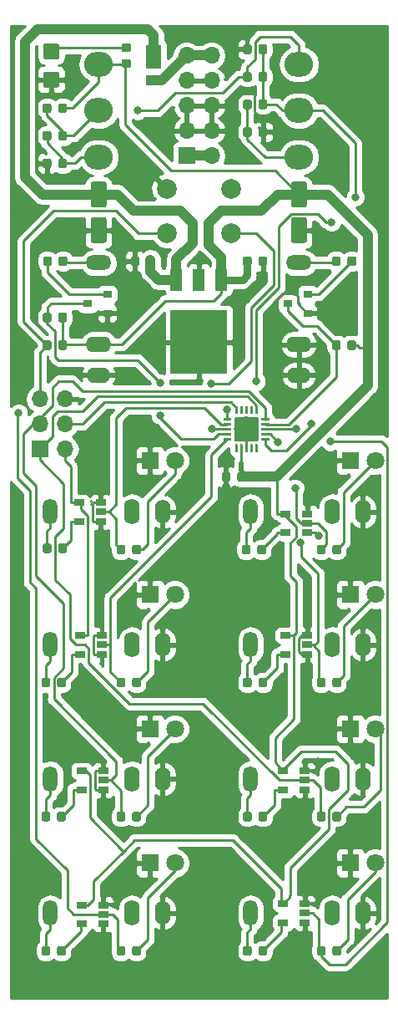
<source format=gbr>
G04 #@! TF.GenerationSoftware,KiCad,Pcbnew,5.0.2-bee76a0~70~ubuntu18.04.1*
G04 #@! TF.CreationDate,2019-01-02T16:22:13+08:00*
G04 #@! TF.ProjectId,Divider,44697669-6465-4722-9e6b-696361645f70,rev?*
G04 #@! TF.SameCoordinates,PX8d9ee20PY6422c40*
G04 #@! TF.FileFunction,Copper,L2,Bot*
G04 #@! TF.FilePolarity,Positive*
%FSLAX46Y46*%
G04 Gerber Fmt 4.6, Leading zero omitted, Abs format (unit mm)*
G04 Created by KiCad (PCBNEW 5.0.2-bee76a0~70~ubuntu18.04.1) date Wed Jan  2 16:22:13 2019*
%MOMM*%
%LPD*%
G01*
G04 APERTURE LIST*
G04 #@! TA.AperFunction,ComponentPad*
%ADD10O,1.500000X2.600000*%
G04 #@! TD*
G04 #@! TA.AperFunction,ComponentPad*
%ADD11O,1.600000X2.400000*%
G04 #@! TD*
G04 #@! TA.AperFunction,ComponentPad*
%ADD12O,1.600000X2.600000*%
G04 #@! TD*
G04 #@! TA.AperFunction,SMDPad,CuDef*
%ADD13R,1.200000X2.200000*%
G04 #@! TD*
G04 #@! TA.AperFunction,SMDPad,CuDef*
%ADD14R,5.800000X6.400000*%
G04 #@! TD*
G04 #@! TA.AperFunction,ComponentPad*
%ADD15C,2.000000*%
G04 #@! TD*
G04 #@! TA.AperFunction,Conductor*
%ADD16C,0.100000*%
G04 #@! TD*
G04 #@! TA.AperFunction,SMDPad,CuDef*
%ADD17C,1.600000*%
G04 #@! TD*
G04 #@! TA.AperFunction,SMDPad,CuDef*
%ADD18C,0.875000*%
G04 #@! TD*
G04 #@! TA.AperFunction,ComponentPad*
%ADD19R,1.700000X1.700000*%
G04 #@! TD*
G04 #@! TA.AperFunction,ComponentPad*
%ADD20O,1.700000X1.700000*%
G04 #@! TD*
G04 #@! TA.AperFunction,SMDPad,CuDef*
%ADD21R,1.500000X2.400000*%
G04 #@! TD*
G04 #@! TA.AperFunction,SMDPad,CuDef*
%ADD22R,1.500000X1.050000*%
G04 #@! TD*
G04 #@! TA.AperFunction,ComponentPad*
%ADD23C,1.800000*%
G04 #@! TD*
G04 #@! TA.AperFunction,ComponentPad*
%ADD24R,1.800000X1.800000*%
G04 #@! TD*
G04 #@! TA.AperFunction,ComponentPad*
%ADD25O,2.600000X1.600000*%
G04 #@! TD*
G04 #@! TA.AperFunction,ComponentPad*
%ADD26O,2.400000X1.600000*%
G04 #@! TD*
G04 #@! TA.AperFunction,ComponentPad*
%ADD27O,2.600000X1.500000*%
G04 #@! TD*
G04 #@! TA.AperFunction,ComponentPad*
%ADD28O,2.900000X2.500000*%
G04 #@! TD*
G04 #@! TA.AperFunction,SMDPad,CuDef*
%ADD29C,2.500000*%
G04 #@! TD*
G04 #@! TA.AperFunction,SMDPad,CuDef*
%ADD30C,0.250000*%
G04 #@! TD*
G04 #@! TA.AperFunction,SMDPad,CuDef*
%ADD31R,0.900000X0.800000*%
G04 #@! TD*
G04 #@! TA.AperFunction,SMDPad,CuDef*
%ADD32R,1.060000X0.650000*%
G04 #@! TD*
G04 #@! TA.AperFunction,ViaPad*
%ADD33C,0.800000*%
G04 #@! TD*
G04 #@! TA.AperFunction,Conductor*
%ADD34C,0.250000*%
G04 #@! TD*
G04 #@! TA.AperFunction,Conductor*
%ADD35C,1.000000*%
G04 #@! TD*
G04 #@! TA.AperFunction,Conductor*
%ADD36C,0.750000*%
G04 #@! TD*
G04 #@! TA.AperFunction,Conductor*
%ADD37C,0.500000*%
G04 #@! TD*
G04 #@! TA.AperFunction,Conductor*
%ADD38C,0.254000*%
G04 #@! TD*
G04 APERTURE END LIST*
D10*
G04 #@! TO.P,J10,T*
G04 #@! TO.N,/sheet5C2AFDF5/Out*
X5240000Y-40640000D03*
D11*
G04 #@! TO.P,J10,S*
G04 #@! TO.N,GND*
X16640000Y-40640000D03*
D12*
G04 #@! TO.P,J10,TN*
G04 #@! TO.N,Net-(J10-PadTN)*
X13540000Y-40640000D03*
G04 #@! TD*
D13*
G04 #@! TO.P,U3,1*
G04 #@! TO.N,+12V*
X-2280000Y23504000D03*
G04 #@! TO.P,U3,2*
G04 #@! TO.N,GND*
X0Y23504000D03*
G04 #@! TO.P,U3,3*
G04 #@! TO.N,+5V*
X2280000Y23504000D03*
D14*
G04 #@! TO.P,U3,2*
G04 #@! TO.N,GND*
X0Y17204000D03*
G04 #@! TD*
D15*
G04 #@! TO.P,SW1,2*
G04 #@! TO.N,GND*
X3251000Y32719400D03*
G04 #@! TO.P,SW1,1*
G04 #@! TO.N,RESET*
X3251000Y28219400D03*
G04 #@! TO.P,SW1,2*
G04 #@! TO.N,GND*
X-3249000Y32719400D03*
G04 #@! TO.P,SW1,1*
G04 #@! TO.N,RESET*
X-3249000Y28219400D03*
G04 #@! TD*
D16*
G04 #@! TO.N,+12V*
G04 #@! TO.C,C2*
G36*
X-9585496Y33451796D02*
X-9561227Y33448196D01*
X-9537429Y33442235D01*
X-9514329Y33433970D01*
X-9492151Y33423480D01*
X-9471107Y33410867D01*
X-9451402Y33396253D01*
X-9433223Y33379777D01*
X-9416747Y33361598D01*
X-9402133Y33341893D01*
X-9389520Y33320849D01*
X-9379030Y33298671D01*
X-9370765Y33275571D01*
X-9364804Y33251773D01*
X-9361204Y33227504D01*
X-9360000Y33203000D01*
X-9360000Y31103000D01*
X-9361204Y31078496D01*
X-9364804Y31054227D01*
X-9370765Y31030429D01*
X-9379030Y31007329D01*
X-9389520Y30985151D01*
X-9402133Y30964107D01*
X-9416747Y30944402D01*
X-9433223Y30926223D01*
X-9451402Y30909747D01*
X-9471107Y30895133D01*
X-9492151Y30882520D01*
X-9514329Y30872030D01*
X-9537429Y30863765D01*
X-9561227Y30857804D01*
X-9585496Y30854204D01*
X-9610000Y30853000D01*
X-10710000Y30853000D01*
X-10734504Y30854204D01*
X-10758773Y30857804D01*
X-10782571Y30863765D01*
X-10805671Y30872030D01*
X-10827849Y30882520D01*
X-10848893Y30895133D01*
X-10868598Y30909747D01*
X-10886777Y30926223D01*
X-10903253Y30944402D01*
X-10917867Y30964107D01*
X-10930480Y30985151D01*
X-10940970Y31007329D01*
X-10949235Y31030429D01*
X-10955196Y31054227D01*
X-10958796Y31078496D01*
X-10960000Y31103000D01*
X-10960000Y33203000D01*
X-10958796Y33227504D01*
X-10955196Y33251773D01*
X-10949235Y33275571D01*
X-10940970Y33298671D01*
X-10930480Y33320849D01*
X-10917867Y33341893D01*
X-10903253Y33361598D01*
X-10886777Y33379777D01*
X-10868598Y33396253D01*
X-10848893Y33410867D01*
X-10827849Y33423480D01*
X-10805671Y33433970D01*
X-10782571Y33442235D01*
X-10758773Y33448196D01*
X-10734504Y33451796D01*
X-10710000Y33453000D01*
X-9610000Y33453000D01*
X-9585496Y33451796D01*
X-9585496Y33451796D01*
G37*
D17*
G04 #@! TD*
G04 #@! TO.P,C2,1*
G04 #@! TO.N,+12V*
X-10160000Y32153000D03*
D16*
G04 #@! TO.N,GND*
G04 #@! TO.C,C2*
G36*
X-9585496Y29851796D02*
X-9561227Y29848196D01*
X-9537429Y29842235D01*
X-9514329Y29833970D01*
X-9492151Y29823480D01*
X-9471107Y29810867D01*
X-9451402Y29796253D01*
X-9433223Y29779777D01*
X-9416747Y29761598D01*
X-9402133Y29741893D01*
X-9389520Y29720849D01*
X-9379030Y29698671D01*
X-9370765Y29675571D01*
X-9364804Y29651773D01*
X-9361204Y29627504D01*
X-9360000Y29603000D01*
X-9360000Y27503000D01*
X-9361204Y27478496D01*
X-9364804Y27454227D01*
X-9370765Y27430429D01*
X-9379030Y27407329D01*
X-9389520Y27385151D01*
X-9402133Y27364107D01*
X-9416747Y27344402D01*
X-9433223Y27326223D01*
X-9451402Y27309747D01*
X-9471107Y27295133D01*
X-9492151Y27282520D01*
X-9514329Y27272030D01*
X-9537429Y27263765D01*
X-9561227Y27257804D01*
X-9585496Y27254204D01*
X-9610000Y27253000D01*
X-10710000Y27253000D01*
X-10734504Y27254204D01*
X-10758773Y27257804D01*
X-10782571Y27263765D01*
X-10805671Y27272030D01*
X-10827849Y27282520D01*
X-10848893Y27295133D01*
X-10868598Y27309747D01*
X-10886777Y27326223D01*
X-10903253Y27344402D01*
X-10917867Y27364107D01*
X-10930480Y27385151D01*
X-10940970Y27407329D01*
X-10949235Y27430429D01*
X-10955196Y27454227D01*
X-10958796Y27478496D01*
X-10960000Y27503000D01*
X-10960000Y29603000D01*
X-10958796Y29627504D01*
X-10955196Y29651773D01*
X-10949235Y29675571D01*
X-10940970Y29698671D01*
X-10930480Y29720849D01*
X-10917867Y29741893D01*
X-10903253Y29761598D01*
X-10886777Y29779777D01*
X-10868598Y29796253D01*
X-10848893Y29810867D01*
X-10827849Y29823480D01*
X-10805671Y29833970D01*
X-10782571Y29842235D01*
X-10758773Y29848196D01*
X-10734504Y29851796D01*
X-10710000Y29853000D01*
X-9610000Y29853000D01*
X-9585496Y29851796D01*
X-9585496Y29851796D01*
G37*
D17*
G04 #@! TD*
G04 #@! TO.P,C2,2*
G04 #@! TO.N,GND*
X-10160000Y28553000D03*
D16*
G04 #@! TO.N,GND*
G04 #@! TO.C,C5*
G36*
X10734504Y29851796D02*
X10758773Y29848196D01*
X10782571Y29842235D01*
X10805671Y29833970D01*
X10827849Y29823480D01*
X10848893Y29810867D01*
X10868598Y29796253D01*
X10886777Y29779777D01*
X10903253Y29761598D01*
X10917867Y29741893D01*
X10930480Y29720849D01*
X10940970Y29698671D01*
X10949235Y29675571D01*
X10955196Y29651773D01*
X10958796Y29627504D01*
X10960000Y29603000D01*
X10960000Y27503000D01*
X10958796Y27478496D01*
X10955196Y27454227D01*
X10949235Y27430429D01*
X10940970Y27407329D01*
X10930480Y27385151D01*
X10917867Y27364107D01*
X10903253Y27344402D01*
X10886777Y27326223D01*
X10868598Y27309747D01*
X10848893Y27295133D01*
X10827849Y27282520D01*
X10805671Y27272030D01*
X10782571Y27263765D01*
X10758773Y27257804D01*
X10734504Y27254204D01*
X10710000Y27253000D01*
X9610000Y27253000D01*
X9585496Y27254204D01*
X9561227Y27257804D01*
X9537429Y27263765D01*
X9514329Y27272030D01*
X9492151Y27282520D01*
X9471107Y27295133D01*
X9451402Y27309747D01*
X9433223Y27326223D01*
X9416747Y27344402D01*
X9402133Y27364107D01*
X9389520Y27385151D01*
X9379030Y27407329D01*
X9370765Y27430429D01*
X9364804Y27454227D01*
X9361204Y27478496D01*
X9360000Y27503000D01*
X9360000Y29603000D01*
X9361204Y29627504D01*
X9364804Y29651773D01*
X9370765Y29675571D01*
X9379030Y29698671D01*
X9389520Y29720849D01*
X9402133Y29741893D01*
X9416747Y29761598D01*
X9433223Y29779777D01*
X9451402Y29796253D01*
X9471107Y29810867D01*
X9492151Y29823480D01*
X9514329Y29833970D01*
X9537429Y29842235D01*
X9561227Y29848196D01*
X9585496Y29851796D01*
X9610000Y29853000D01*
X10710000Y29853000D01*
X10734504Y29851796D01*
X10734504Y29851796D01*
G37*
D17*
G04 #@! TD*
G04 #@! TO.P,C5,2*
G04 #@! TO.N,GND*
X10160000Y28553000D03*
D16*
G04 #@! TO.N,+5V*
G04 #@! TO.C,C5*
G36*
X10734504Y33451796D02*
X10758773Y33448196D01*
X10782571Y33442235D01*
X10805671Y33433970D01*
X10827849Y33423480D01*
X10848893Y33410867D01*
X10868598Y33396253D01*
X10886777Y33379777D01*
X10903253Y33361598D01*
X10917867Y33341893D01*
X10930480Y33320849D01*
X10940970Y33298671D01*
X10949235Y33275571D01*
X10955196Y33251773D01*
X10958796Y33227504D01*
X10960000Y33203000D01*
X10960000Y31103000D01*
X10958796Y31078496D01*
X10955196Y31054227D01*
X10949235Y31030429D01*
X10940970Y31007329D01*
X10930480Y30985151D01*
X10917867Y30964107D01*
X10903253Y30944402D01*
X10886777Y30926223D01*
X10868598Y30909747D01*
X10848893Y30895133D01*
X10827849Y30882520D01*
X10805671Y30872030D01*
X10782571Y30863765D01*
X10758773Y30857804D01*
X10734504Y30854204D01*
X10710000Y30853000D01*
X9610000Y30853000D01*
X9585496Y30854204D01*
X9561227Y30857804D01*
X9537429Y30863765D01*
X9514329Y30872030D01*
X9492151Y30882520D01*
X9471107Y30895133D01*
X9451402Y30909747D01*
X9433223Y30926223D01*
X9416747Y30944402D01*
X9402133Y30964107D01*
X9389520Y30985151D01*
X9379030Y31007329D01*
X9370765Y31030429D01*
X9364804Y31054227D01*
X9361204Y31078496D01*
X9360000Y31103000D01*
X9360000Y33203000D01*
X9361204Y33227504D01*
X9364804Y33251773D01*
X9370765Y33275571D01*
X9379030Y33298671D01*
X9389520Y33320849D01*
X9402133Y33341893D01*
X9416747Y33361598D01*
X9433223Y33379777D01*
X9451402Y33396253D01*
X9471107Y33410867D01*
X9492151Y33423480D01*
X9514329Y33433970D01*
X9537429Y33442235D01*
X9561227Y33448196D01*
X9585496Y33451796D01*
X9610000Y33453000D01*
X10710000Y33453000D01*
X10734504Y33451796D01*
X10734504Y33451796D01*
G37*
D17*
G04 #@! TD*
G04 #@! TO.P,C5,1*
G04 #@! TO.N,+5V*
X10160000Y32153000D03*
D16*
G04 #@! TO.N,GND*
G04 #@! TO.C,C1*
G36*
X3008691Y4029947D02*
X3029926Y4026797D01*
X3050750Y4021581D01*
X3070962Y4014349D01*
X3090368Y4005170D01*
X3108781Y3994134D01*
X3126024Y3981346D01*
X3141930Y3966930D01*
X3156346Y3951024D01*
X3169134Y3933781D01*
X3180170Y3915368D01*
X3189349Y3895962D01*
X3196581Y3875750D01*
X3201797Y3854926D01*
X3204947Y3833691D01*
X3206000Y3812250D01*
X3206000Y3299750D01*
X3204947Y3278309D01*
X3201797Y3257074D01*
X3196581Y3236250D01*
X3189349Y3216038D01*
X3180170Y3196632D01*
X3169134Y3178219D01*
X3156346Y3160976D01*
X3141930Y3145070D01*
X3126024Y3130654D01*
X3108781Y3117866D01*
X3090368Y3106830D01*
X3070962Y3097651D01*
X3050750Y3090419D01*
X3029926Y3085203D01*
X3008691Y3082053D01*
X2987250Y3081000D01*
X2549750Y3081000D01*
X2528309Y3082053D01*
X2507074Y3085203D01*
X2486250Y3090419D01*
X2466038Y3097651D01*
X2446632Y3106830D01*
X2428219Y3117866D01*
X2410976Y3130654D01*
X2395070Y3145070D01*
X2380654Y3160976D01*
X2367866Y3178219D01*
X2356830Y3196632D01*
X2347651Y3216038D01*
X2340419Y3236250D01*
X2335203Y3257074D01*
X2332053Y3278309D01*
X2331000Y3299750D01*
X2331000Y3812250D01*
X2332053Y3833691D01*
X2335203Y3854926D01*
X2340419Y3875750D01*
X2347651Y3895962D01*
X2356830Y3915368D01*
X2367866Y3933781D01*
X2380654Y3951024D01*
X2395070Y3966930D01*
X2410976Y3981346D01*
X2428219Y3994134D01*
X2446632Y4005170D01*
X2466038Y4014349D01*
X2486250Y4021581D01*
X2507074Y4026797D01*
X2528309Y4029947D01*
X2549750Y4031000D01*
X2987250Y4031000D01*
X3008691Y4029947D01*
X3008691Y4029947D01*
G37*
D18*
G04 #@! TD*
G04 #@! TO.P,C1,2*
G04 #@! TO.N,GND*
X2768500Y3556000D03*
D16*
G04 #@! TO.N,+5V*
G04 #@! TO.C,C1*
G36*
X4583691Y4029947D02*
X4604926Y4026797D01*
X4625750Y4021581D01*
X4645962Y4014349D01*
X4665368Y4005170D01*
X4683781Y3994134D01*
X4701024Y3981346D01*
X4716930Y3966930D01*
X4731346Y3951024D01*
X4744134Y3933781D01*
X4755170Y3915368D01*
X4764349Y3895962D01*
X4771581Y3875750D01*
X4776797Y3854926D01*
X4779947Y3833691D01*
X4781000Y3812250D01*
X4781000Y3299750D01*
X4779947Y3278309D01*
X4776797Y3257074D01*
X4771581Y3236250D01*
X4764349Y3216038D01*
X4755170Y3196632D01*
X4744134Y3178219D01*
X4731346Y3160976D01*
X4716930Y3145070D01*
X4701024Y3130654D01*
X4683781Y3117866D01*
X4665368Y3106830D01*
X4645962Y3097651D01*
X4625750Y3090419D01*
X4604926Y3085203D01*
X4583691Y3082053D01*
X4562250Y3081000D01*
X4124750Y3081000D01*
X4103309Y3082053D01*
X4082074Y3085203D01*
X4061250Y3090419D01*
X4041038Y3097651D01*
X4021632Y3106830D01*
X4003219Y3117866D01*
X3985976Y3130654D01*
X3970070Y3145070D01*
X3955654Y3160976D01*
X3942866Y3178219D01*
X3931830Y3196632D01*
X3922651Y3216038D01*
X3915419Y3236250D01*
X3910203Y3257074D01*
X3907053Y3278309D01*
X3906000Y3299750D01*
X3906000Y3812250D01*
X3907053Y3833691D01*
X3910203Y3854926D01*
X3915419Y3875750D01*
X3922651Y3895962D01*
X3931830Y3915368D01*
X3942866Y3933781D01*
X3955654Y3951024D01*
X3970070Y3966930D01*
X3985976Y3981346D01*
X4003219Y3994134D01*
X4021632Y4005170D01*
X4041038Y4014349D01*
X4061250Y4021581D01*
X4082074Y4026797D01*
X4103309Y4029947D01*
X4124750Y4031000D01*
X4562250Y4031000D01*
X4583691Y4029947D01*
X4583691Y4029947D01*
G37*
D18*
G04 #@! TD*
G04 #@! TO.P,C1,1*
G04 #@! TO.N,+5V*
X4343500Y3556000D03*
D16*
G04 #@! TO.N,+12V*
G04 #@! TO.C,C3*
G36*
X-4661309Y25873947D02*
X-4640074Y25870797D01*
X-4619250Y25865581D01*
X-4599038Y25858349D01*
X-4579632Y25849170D01*
X-4561219Y25838134D01*
X-4543976Y25825346D01*
X-4528070Y25810930D01*
X-4513654Y25795024D01*
X-4500866Y25777781D01*
X-4489830Y25759368D01*
X-4480651Y25739962D01*
X-4473419Y25719750D01*
X-4468203Y25698926D01*
X-4465053Y25677691D01*
X-4464000Y25656250D01*
X-4464000Y25143750D01*
X-4465053Y25122309D01*
X-4468203Y25101074D01*
X-4473419Y25080250D01*
X-4480651Y25060038D01*
X-4489830Y25040632D01*
X-4500866Y25022219D01*
X-4513654Y25004976D01*
X-4528070Y24989070D01*
X-4543976Y24974654D01*
X-4561219Y24961866D01*
X-4579632Y24950830D01*
X-4599038Y24941651D01*
X-4619250Y24934419D01*
X-4640074Y24929203D01*
X-4661309Y24926053D01*
X-4682750Y24925000D01*
X-5120250Y24925000D01*
X-5141691Y24926053D01*
X-5162926Y24929203D01*
X-5183750Y24934419D01*
X-5203962Y24941651D01*
X-5223368Y24950830D01*
X-5241781Y24961866D01*
X-5259024Y24974654D01*
X-5274930Y24989070D01*
X-5289346Y25004976D01*
X-5302134Y25022219D01*
X-5313170Y25040632D01*
X-5322349Y25060038D01*
X-5329581Y25080250D01*
X-5334797Y25101074D01*
X-5337947Y25122309D01*
X-5339000Y25143750D01*
X-5339000Y25656250D01*
X-5337947Y25677691D01*
X-5334797Y25698926D01*
X-5329581Y25719750D01*
X-5322349Y25739962D01*
X-5313170Y25759368D01*
X-5302134Y25777781D01*
X-5289346Y25795024D01*
X-5274930Y25810930D01*
X-5259024Y25825346D01*
X-5241781Y25838134D01*
X-5223368Y25849170D01*
X-5203962Y25858349D01*
X-5183750Y25865581D01*
X-5162926Y25870797D01*
X-5141691Y25873947D01*
X-5120250Y25875000D01*
X-4682750Y25875000D01*
X-4661309Y25873947D01*
X-4661309Y25873947D01*
G37*
D18*
G04 #@! TD*
G04 #@! TO.P,C3,1*
G04 #@! TO.N,+12V*
X-4901500Y25400000D03*
D16*
G04 #@! TO.N,GND*
G04 #@! TO.C,C3*
G36*
X-6236309Y25873947D02*
X-6215074Y25870797D01*
X-6194250Y25865581D01*
X-6174038Y25858349D01*
X-6154632Y25849170D01*
X-6136219Y25838134D01*
X-6118976Y25825346D01*
X-6103070Y25810930D01*
X-6088654Y25795024D01*
X-6075866Y25777781D01*
X-6064830Y25759368D01*
X-6055651Y25739962D01*
X-6048419Y25719750D01*
X-6043203Y25698926D01*
X-6040053Y25677691D01*
X-6039000Y25656250D01*
X-6039000Y25143750D01*
X-6040053Y25122309D01*
X-6043203Y25101074D01*
X-6048419Y25080250D01*
X-6055651Y25060038D01*
X-6064830Y25040632D01*
X-6075866Y25022219D01*
X-6088654Y25004976D01*
X-6103070Y24989070D01*
X-6118976Y24974654D01*
X-6136219Y24961866D01*
X-6154632Y24950830D01*
X-6174038Y24941651D01*
X-6194250Y24934419D01*
X-6215074Y24929203D01*
X-6236309Y24926053D01*
X-6257750Y24925000D01*
X-6695250Y24925000D01*
X-6716691Y24926053D01*
X-6737926Y24929203D01*
X-6758750Y24934419D01*
X-6778962Y24941651D01*
X-6798368Y24950830D01*
X-6816781Y24961866D01*
X-6834024Y24974654D01*
X-6849930Y24989070D01*
X-6864346Y25004976D01*
X-6877134Y25022219D01*
X-6888170Y25040632D01*
X-6897349Y25060038D01*
X-6904581Y25080250D01*
X-6909797Y25101074D01*
X-6912947Y25122309D01*
X-6914000Y25143750D01*
X-6914000Y25656250D01*
X-6912947Y25677691D01*
X-6909797Y25698926D01*
X-6904581Y25719750D01*
X-6897349Y25739962D01*
X-6888170Y25759368D01*
X-6877134Y25777781D01*
X-6864346Y25795024D01*
X-6849930Y25810930D01*
X-6834024Y25825346D01*
X-6816781Y25838134D01*
X-6798368Y25849170D01*
X-6778962Y25858349D01*
X-6758750Y25865581D01*
X-6737926Y25870797D01*
X-6716691Y25873947D01*
X-6695250Y25875000D01*
X-6257750Y25875000D01*
X-6236309Y25873947D01*
X-6236309Y25873947D01*
G37*
D18*
G04 #@! TD*
G04 #@! TO.P,C3,2*
G04 #@! TO.N,GND*
X-6476500Y25400000D03*
D16*
G04 #@! TO.N,GND*
G04 #@! TO.C,C4*
G36*
X6742691Y25873947D02*
X6763926Y25870797D01*
X6784750Y25865581D01*
X6804962Y25858349D01*
X6824368Y25849170D01*
X6842781Y25838134D01*
X6860024Y25825346D01*
X6875930Y25810930D01*
X6890346Y25795024D01*
X6903134Y25777781D01*
X6914170Y25759368D01*
X6923349Y25739962D01*
X6930581Y25719750D01*
X6935797Y25698926D01*
X6938947Y25677691D01*
X6940000Y25656250D01*
X6940000Y25143750D01*
X6938947Y25122309D01*
X6935797Y25101074D01*
X6930581Y25080250D01*
X6923349Y25060038D01*
X6914170Y25040632D01*
X6903134Y25022219D01*
X6890346Y25004976D01*
X6875930Y24989070D01*
X6860024Y24974654D01*
X6842781Y24961866D01*
X6824368Y24950830D01*
X6804962Y24941651D01*
X6784750Y24934419D01*
X6763926Y24929203D01*
X6742691Y24926053D01*
X6721250Y24925000D01*
X6283750Y24925000D01*
X6262309Y24926053D01*
X6241074Y24929203D01*
X6220250Y24934419D01*
X6200038Y24941651D01*
X6180632Y24950830D01*
X6162219Y24961866D01*
X6144976Y24974654D01*
X6129070Y24989070D01*
X6114654Y25004976D01*
X6101866Y25022219D01*
X6090830Y25040632D01*
X6081651Y25060038D01*
X6074419Y25080250D01*
X6069203Y25101074D01*
X6066053Y25122309D01*
X6065000Y25143750D01*
X6065000Y25656250D01*
X6066053Y25677691D01*
X6069203Y25698926D01*
X6074419Y25719750D01*
X6081651Y25739962D01*
X6090830Y25759368D01*
X6101866Y25777781D01*
X6114654Y25795024D01*
X6129070Y25810930D01*
X6144976Y25825346D01*
X6162219Y25838134D01*
X6180632Y25849170D01*
X6200038Y25858349D01*
X6220250Y25865581D01*
X6241074Y25870797D01*
X6262309Y25873947D01*
X6283750Y25875000D01*
X6721250Y25875000D01*
X6742691Y25873947D01*
X6742691Y25873947D01*
G37*
D18*
G04 #@! TD*
G04 #@! TO.P,C4,2*
G04 #@! TO.N,GND*
X6502500Y25400000D03*
D16*
G04 #@! TO.N,+5V*
G04 #@! TO.C,C4*
G36*
X5167691Y25873947D02*
X5188926Y25870797D01*
X5209750Y25865581D01*
X5229962Y25858349D01*
X5249368Y25849170D01*
X5267781Y25838134D01*
X5285024Y25825346D01*
X5300930Y25810930D01*
X5315346Y25795024D01*
X5328134Y25777781D01*
X5339170Y25759368D01*
X5348349Y25739962D01*
X5355581Y25719750D01*
X5360797Y25698926D01*
X5363947Y25677691D01*
X5365000Y25656250D01*
X5365000Y25143750D01*
X5363947Y25122309D01*
X5360797Y25101074D01*
X5355581Y25080250D01*
X5348349Y25060038D01*
X5339170Y25040632D01*
X5328134Y25022219D01*
X5315346Y25004976D01*
X5300930Y24989070D01*
X5285024Y24974654D01*
X5267781Y24961866D01*
X5249368Y24950830D01*
X5229962Y24941651D01*
X5209750Y24934419D01*
X5188926Y24929203D01*
X5167691Y24926053D01*
X5146250Y24925000D01*
X4708750Y24925000D01*
X4687309Y24926053D01*
X4666074Y24929203D01*
X4645250Y24934419D01*
X4625038Y24941651D01*
X4605632Y24950830D01*
X4587219Y24961866D01*
X4569976Y24974654D01*
X4554070Y24989070D01*
X4539654Y25004976D01*
X4526866Y25022219D01*
X4515830Y25040632D01*
X4506651Y25060038D01*
X4499419Y25080250D01*
X4494203Y25101074D01*
X4491053Y25122309D01*
X4490000Y25143750D01*
X4490000Y25656250D01*
X4491053Y25677691D01*
X4494203Y25698926D01*
X4499419Y25719750D01*
X4506651Y25739962D01*
X4515830Y25759368D01*
X4526866Y25777781D01*
X4539654Y25795024D01*
X4554070Y25810930D01*
X4569976Y25825346D01*
X4587219Y25838134D01*
X4605632Y25849170D01*
X4625038Y25858349D01*
X4645250Y25865581D01*
X4666074Y25870797D01*
X4687309Y25873947D01*
X4708750Y25875000D01*
X5146250Y25875000D01*
X5167691Y25873947D01*
X5167691Y25873947D01*
G37*
D18*
G04 #@! TD*
G04 #@! TO.P,C4,1*
G04 #@! TO.N,+5V*
X4927500Y25400000D03*
D16*
G04 #@! TO.N,SPDTS*
G04 #@! TO.C,C7*
G36*
X6742691Y47336947D02*
X6763926Y47333797D01*
X6784750Y47328581D01*
X6804962Y47321349D01*
X6824368Y47312170D01*
X6842781Y47301134D01*
X6860024Y47288346D01*
X6875930Y47273930D01*
X6890346Y47258024D01*
X6903134Y47240781D01*
X6914170Y47222368D01*
X6923349Y47202962D01*
X6930581Y47182750D01*
X6935797Y47161926D01*
X6938947Y47140691D01*
X6940000Y47119250D01*
X6940000Y46606750D01*
X6938947Y46585309D01*
X6935797Y46564074D01*
X6930581Y46543250D01*
X6923349Y46523038D01*
X6914170Y46503632D01*
X6903134Y46485219D01*
X6890346Y46467976D01*
X6875930Y46452070D01*
X6860024Y46437654D01*
X6842781Y46424866D01*
X6824368Y46413830D01*
X6804962Y46404651D01*
X6784750Y46397419D01*
X6763926Y46392203D01*
X6742691Y46389053D01*
X6721250Y46388000D01*
X6283750Y46388000D01*
X6262309Y46389053D01*
X6241074Y46392203D01*
X6220250Y46397419D01*
X6200038Y46404651D01*
X6180632Y46413830D01*
X6162219Y46424866D01*
X6144976Y46437654D01*
X6129070Y46452070D01*
X6114654Y46467976D01*
X6101866Y46485219D01*
X6090830Y46503632D01*
X6081651Y46523038D01*
X6074419Y46543250D01*
X6069203Y46564074D01*
X6066053Y46585309D01*
X6065000Y46606750D01*
X6065000Y47119250D01*
X6066053Y47140691D01*
X6069203Y47161926D01*
X6074419Y47182750D01*
X6081651Y47202962D01*
X6090830Y47222368D01*
X6101866Y47240781D01*
X6114654Y47258024D01*
X6129070Y47273930D01*
X6144976Y47288346D01*
X6162219Y47301134D01*
X6180632Y47312170D01*
X6200038Y47321349D01*
X6220250Y47328581D01*
X6241074Y47333797D01*
X6262309Y47336947D01*
X6283750Y47338000D01*
X6721250Y47338000D01*
X6742691Y47336947D01*
X6742691Y47336947D01*
G37*
D18*
G04 #@! TD*
G04 #@! TO.P,C7,1*
G04 #@! TO.N,SPDTS*
X6502500Y46863000D03*
D16*
G04 #@! TO.N,GND*
G04 #@! TO.C,C7*
G36*
X5167691Y47336947D02*
X5188926Y47333797D01*
X5209750Y47328581D01*
X5229962Y47321349D01*
X5249368Y47312170D01*
X5267781Y47301134D01*
X5285024Y47288346D01*
X5300930Y47273930D01*
X5315346Y47258024D01*
X5328134Y47240781D01*
X5339170Y47222368D01*
X5348349Y47202962D01*
X5355581Y47182750D01*
X5360797Y47161926D01*
X5363947Y47140691D01*
X5365000Y47119250D01*
X5365000Y46606750D01*
X5363947Y46585309D01*
X5360797Y46564074D01*
X5355581Y46543250D01*
X5348349Y46523038D01*
X5339170Y46503632D01*
X5328134Y46485219D01*
X5315346Y46467976D01*
X5300930Y46452070D01*
X5285024Y46437654D01*
X5267781Y46424866D01*
X5249368Y46413830D01*
X5229962Y46404651D01*
X5209750Y46397419D01*
X5188926Y46392203D01*
X5167691Y46389053D01*
X5146250Y46388000D01*
X4708750Y46388000D01*
X4687309Y46389053D01*
X4666074Y46392203D01*
X4645250Y46397419D01*
X4625038Y46404651D01*
X4605632Y46413830D01*
X4587219Y46424866D01*
X4569976Y46437654D01*
X4554070Y46452070D01*
X4539654Y46467976D01*
X4526866Y46485219D01*
X4515830Y46503632D01*
X4506651Y46523038D01*
X4499419Y46543250D01*
X4494203Y46564074D01*
X4491053Y46585309D01*
X4490000Y46606750D01*
X4490000Y47119250D01*
X4491053Y47140691D01*
X4494203Y47161926D01*
X4499419Y47182750D01*
X4506651Y47202962D01*
X4515830Y47222368D01*
X4526866Y47240781D01*
X4539654Y47258024D01*
X4554070Y47273930D01*
X4569976Y47288346D01*
X4587219Y47301134D01*
X4605632Y47312170D01*
X4625038Y47321349D01*
X4645250Y47328581D01*
X4666074Y47333797D01*
X4687309Y47336947D01*
X4708750Y47338000D01*
X5146250Y47338000D01*
X5167691Y47336947D01*
X5167691Y47336947D01*
G37*
D18*
G04 #@! TD*
G04 #@! TO.P,C7,2*
G04 #@! TO.N,GND*
X4927500Y46863000D03*
D19*
G04 #@! TO.P,J11,1*
G04 #@! TO.N,MISO*
X-16129000Y6350000D03*
D20*
G04 #@! TO.P,J11,2*
G04 #@! TO.N,+5V*
X-13589000Y6350000D03*
G04 #@! TO.P,J11,3*
G04 #@! TO.N,OUT4*
X-16129000Y8890000D03*
G04 #@! TO.P,J11,4*
G04 #@! TO.N,MOSI*
X-13589000Y8890000D03*
G04 #@! TO.P,J11,5*
G04 #@! TO.N,RESET*
X-16129000Y11430000D03*
G04 #@! TO.P,J11,6*
G04 #@! TO.N,GND*
X-13589000Y11430000D03*
G04 #@! TD*
D19*
G04 #@! TO.P,J12,1*
G04 #@! TO.N,Net-(J12-Pad1)*
X-1245000Y36068000D03*
D20*
G04 #@! TO.P,J12,2*
X1295000Y36068000D03*
G04 #@! TO.P,J12,3*
G04 #@! TO.N,GND*
X-1245000Y38608000D03*
G04 #@! TO.P,J12,4*
X1295000Y38608000D03*
G04 #@! TO.P,J12,5*
X-1245000Y41148000D03*
G04 #@! TO.P,J12,6*
X1295000Y41148000D03*
G04 #@! TO.P,J12,7*
X-1245000Y43688000D03*
G04 #@! TO.P,J12,8*
X1295000Y43688000D03*
G04 #@! TO.P,J12,9*
G04 #@! TO.N,Net-(D3-Pad2)*
X-1245000Y46228000D03*
G04 #@! TO.P,J12,10*
X1295000Y46228000D03*
G04 #@! TD*
D21*
G04 #@! TO.P,D3,1*
G04 #@! TO.N,+12V*
X-4572000Y46062000D03*
D22*
G04 #@! TO.P,D3,2*
G04 #@! TO.N,Net-(D3-Pad2)*
X-4572000Y43687000D03*
G04 #@! TD*
D16*
G04 #@! TO.N,GND*
G04 #@! TO.C,D4*
G36*
X-14386496Y44585796D02*
X-14362227Y44582196D01*
X-14338429Y44576235D01*
X-14315329Y44567970D01*
X-14293151Y44557480D01*
X-14272107Y44544867D01*
X-14252402Y44530253D01*
X-14234223Y44513777D01*
X-14217747Y44495598D01*
X-14203133Y44475893D01*
X-14190520Y44454849D01*
X-14180030Y44432671D01*
X-14171765Y44409571D01*
X-14165804Y44385773D01*
X-14162204Y44361504D01*
X-14161000Y44337000D01*
X-14161000Y43237000D01*
X-14162204Y43212496D01*
X-14165804Y43188227D01*
X-14171765Y43164429D01*
X-14180030Y43141329D01*
X-14190520Y43119151D01*
X-14203133Y43098107D01*
X-14217747Y43078402D01*
X-14234223Y43060223D01*
X-14252402Y43043747D01*
X-14272107Y43029133D01*
X-14293151Y43016520D01*
X-14315329Y43006030D01*
X-14338429Y42997765D01*
X-14362227Y42991804D01*
X-14386496Y42988204D01*
X-14411000Y42987000D01*
X-15561000Y42987000D01*
X-15585504Y42988204D01*
X-15609773Y42991804D01*
X-15633571Y42997765D01*
X-15656671Y43006030D01*
X-15678849Y43016520D01*
X-15699893Y43029133D01*
X-15719598Y43043747D01*
X-15737777Y43060223D01*
X-15754253Y43078402D01*
X-15768867Y43098107D01*
X-15781480Y43119151D01*
X-15791970Y43141329D01*
X-15800235Y43164429D01*
X-15806196Y43188227D01*
X-15809796Y43212496D01*
X-15811000Y43237000D01*
X-15811000Y44337000D01*
X-15809796Y44361504D01*
X-15806196Y44385773D01*
X-15800235Y44409571D01*
X-15791970Y44432671D01*
X-15781480Y44454849D01*
X-15768867Y44475893D01*
X-15754253Y44495598D01*
X-15737777Y44513777D01*
X-15719598Y44530253D01*
X-15699893Y44544867D01*
X-15678849Y44557480D01*
X-15656671Y44567970D01*
X-15633571Y44576235D01*
X-15609773Y44582196D01*
X-15585504Y44585796D01*
X-15561000Y44587000D01*
X-14411000Y44587000D01*
X-14386496Y44585796D01*
X-14386496Y44585796D01*
G37*
D17*
G04 #@! TD*
G04 #@! TO.P,D4,1*
G04 #@! TO.N,GND*
X-14986000Y43787000D03*
D16*
G04 #@! TO.N,Net-(D4-Pad2)*
G04 #@! TO.C,D4*
G36*
X-14386496Y47435796D02*
X-14362227Y47432196D01*
X-14338429Y47426235D01*
X-14315329Y47417970D01*
X-14293151Y47407480D01*
X-14272107Y47394867D01*
X-14252402Y47380253D01*
X-14234223Y47363777D01*
X-14217747Y47345598D01*
X-14203133Y47325893D01*
X-14190520Y47304849D01*
X-14180030Y47282671D01*
X-14171765Y47259571D01*
X-14165804Y47235773D01*
X-14162204Y47211504D01*
X-14161000Y47187000D01*
X-14161000Y46087000D01*
X-14162204Y46062496D01*
X-14165804Y46038227D01*
X-14171765Y46014429D01*
X-14180030Y45991329D01*
X-14190520Y45969151D01*
X-14203133Y45948107D01*
X-14217747Y45928402D01*
X-14234223Y45910223D01*
X-14252402Y45893747D01*
X-14272107Y45879133D01*
X-14293151Y45866520D01*
X-14315329Y45856030D01*
X-14338429Y45847765D01*
X-14362227Y45841804D01*
X-14386496Y45838204D01*
X-14411000Y45837000D01*
X-15561000Y45837000D01*
X-15585504Y45838204D01*
X-15609773Y45841804D01*
X-15633571Y45847765D01*
X-15656671Y45856030D01*
X-15678849Y45866520D01*
X-15699893Y45879133D01*
X-15719598Y45893747D01*
X-15737777Y45910223D01*
X-15754253Y45928402D01*
X-15768867Y45948107D01*
X-15781480Y45969151D01*
X-15791970Y45991329D01*
X-15800235Y46014429D01*
X-15806196Y46038227D01*
X-15809796Y46062496D01*
X-15811000Y46087000D01*
X-15811000Y47187000D01*
X-15809796Y47211504D01*
X-15806196Y47235773D01*
X-15800235Y47259571D01*
X-15791970Y47282671D01*
X-15781480Y47304849D01*
X-15768867Y47325893D01*
X-15754253Y47345598D01*
X-15737777Y47363777D01*
X-15719598Y47380253D01*
X-15699893Y47394867D01*
X-15678849Y47407480D01*
X-15656671Y47417970D01*
X-15633571Y47426235D01*
X-15609773Y47432196D01*
X-15585504Y47435796D01*
X-15561000Y47437000D01*
X-14411000Y47437000D01*
X-14386496Y47435796D01*
X-14386496Y47435796D01*
G37*
D17*
G04 #@! TD*
G04 #@! TO.P,D4,2*
G04 #@! TO.N,Net-(D4-Pad2)*
X-14986000Y46637000D03*
D23*
G04 #@! TO.P,D10,2*
G04 #@! TO.N,Net-(D10-Pad2)*
X-2413000Y-35560000D03*
D24*
G04 #@! TO.P,D10,1*
G04 #@! TO.N,GND*
X-4953000Y-35560000D03*
G04 #@! TD*
G04 #@! TO.P,D2,1*
G04 #@! TO.N,GND*
X15367000Y-8382000D03*
D23*
G04 #@! TO.P,D2,2*
G04 #@! TO.N,Net-(D2-Pad2)*
X17907000Y-8382000D03*
G04 #@! TD*
G04 #@! TO.P,D7,2*
G04 #@! TO.N,Net-(D7-Pad2)*
X17907000Y5207000D03*
D24*
G04 #@! TO.P,D7,1*
G04 #@! TO.N,GND*
X15367000Y5207000D03*
G04 #@! TD*
G04 #@! TO.P,D8,1*
G04 #@! TO.N,GND*
X-4953000Y5207000D03*
D23*
G04 #@! TO.P,D8,2*
G04 #@! TO.N,Net-(D8-Pad2)*
X-2413000Y5207000D03*
G04 #@! TD*
G04 #@! TO.P,D9,2*
G04 #@! TO.N,Net-(D9-Pad2)*
X17907000Y-35560000D03*
D24*
G04 #@! TO.P,D9,1*
G04 #@! TO.N,GND*
X15367000Y-35560000D03*
G04 #@! TD*
G04 #@! TO.P,D12,1*
G04 #@! TO.N,GND*
X-4953000Y-21971000D03*
D23*
G04 #@! TO.P,D12,2*
G04 #@! TO.N,Net-(D12-Pad2)*
X-2413000Y-21971000D03*
G04 #@! TD*
G04 #@! TO.P,D11,2*
G04 #@! TO.N,Net-(D11-Pad2)*
X17907000Y-21971000D03*
D24*
G04 #@! TO.P,D11,1*
G04 #@! TO.N,GND*
X15367000Y-21971000D03*
G04 #@! TD*
G04 #@! TO.P,D6,1*
G04 #@! TO.N,GND*
X-4953000Y-8382000D03*
D23*
G04 #@! TO.P,D6,2*
G04 #@! TO.N,Net-(D6-Pad2)*
X-2413000Y-8382000D03*
G04 #@! TD*
D10*
G04 #@! TO.P,J4,T*
G04 #@! TO.N,/DigitalOut/Out*
X5240000Y-13462000D03*
D11*
G04 #@! TO.P,J4,S*
G04 #@! TO.N,GND*
X16640000Y-13462000D03*
D12*
G04 #@! TO.P,J4,TN*
G04 #@! TO.N,Net-(J4-PadTN)*
X13540000Y-13462000D03*
G04 #@! TD*
G04 #@! TO.P,J1,TN*
G04 #@! TO.N,Net-(J1-PadTN)*
X-6780000Y0D03*
D11*
G04 #@! TO.P,J1,S*
G04 #@! TO.N,GND*
X-3680000Y0D03*
D10*
G04 #@! TO.P,J1,T*
G04 #@! TO.N,/sheet5C2AEF1D/Out*
X-15080000Y0D03*
G04 #@! TD*
G04 #@! TO.P,J3,T*
G04 #@! TO.N,/sheet5C2AE401/Out*
X-15080000Y-13462000D03*
D11*
G04 #@! TO.P,J3,S*
G04 #@! TO.N,GND*
X-3680000Y-13462000D03*
D12*
G04 #@! TO.P,J3,TN*
G04 #@! TO.N,Net-(J3-PadTN)*
X-6780000Y-13462000D03*
G04 #@! TD*
D25*
G04 #@! TO.P,J5,TN*
G04 #@! TO.N,+5V*
X-10160000Y16940000D03*
D26*
G04 #@! TO.P,J5,S*
G04 #@! TO.N,GND*
X-10160000Y13840000D03*
D27*
G04 #@! TO.P,J5,T*
G04 #@! TO.N,/sheet5C2AB00C/In*
X-10160000Y25240000D03*
G04 #@! TD*
D10*
G04 #@! TO.P,J6,T*
G04 #@! TO.N,/sheet5C2AFE37/Out*
X-15080000Y-27051000D03*
D11*
G04 #@! TO.P,J6,S*
G04 #@! TO.N,GND*
X-3680000Y-27051000D03*
D12*
G04 #@! TO.P,J6,TN*
G04 #@! TO.N,Net-(J6-PadTN)*
X-6780000Y-27051000D03*
G04 #@! TD*
D25*
G04 #@! TO.P,J7,TN*
G04 #@! TO.N,GND*
X10160000Y16940000D03*
D26*
G04 #@! TO.P,J7,S*
X10160000Y13840000D03*
D27*
G04 #@! TO.P,J7,T*
G04 #@! TO.N,/DigitalIn/In*
X10160000Y25240000D03*
G04 #@! TD*
D10*
G04 #@! TO.P,J8,T*
G04 #@! TO.N,/sheet5C2AFE21/Out*
X5240000Y-27051000D03*
D11*
G04 #@! TO.P,J8,S*
G04 #@! TO.N,GND*
X16640000Y-27051000D03*
D12*
G04 #@! TO.P,J8,TN*
G04 #@! TO.N,Net-(J8-PadTN)*
X13540000Y-27051000D03*
G04 #@! TD*
G04 #@! TO.P,J9,TN*
G04 #@! TO.N,Net-(J9-PadTN)*
X-6780000Y-40640000D03*
D11*
G04 #@! TO.P,J9,S*
G04 #@! TO.N,GND*
X-3680000Y-40640000D03*
D10*
G04 #@! TO.P,J9,T*
G04 #@! TO.N,/sheet5C2AFE0B/Out*
X-15080000Y-40640000D03*
G04 #@! TD*
D12*
G04 #@! TO.P,J2,TN*
G04 #@! TO.N,Net-(J2-PadTN)*
X13540000Y0D03*
D11*
G04 #@! TO.P,J2,S*
G04 #@! TO.N,GND*
X16640000Y0D03*
D10*
G04 #@! TO.P,J2,T*
G04 #@! TO.N,/sheet5C2AEF07/Out*
X5240000Y0D03*
G04 #@! TD*
D28*
G04 #@! TO.P,SW3,1*
G04 #@! TO.N,Net-(R11-Pad2)*
X10160000Y35940000D03*
G04 #@! TO.P,SW3,3*
G04 #@! TO.N,Net-(R10-Pad1)*
X10160000Y45340000D03*
G04 #@! TO.P,SW3,2*
G04 #@! TO.N,SPDTS*
X10160000Y40640000D03*
G04 #@! TD*
G04 #@! TO.P,SW2,2*
G04 #@! TO.N,Net-(R10-Pad1)*
X-10160000Y40640000D03*
G04 #@! TO.P,SW2,3*
G04 #@! TO.N,+5V*
X-10160000Y45340000D03*
G04 #@! TO.P,SW2,1*
G04 #@! TO.N,Net-(R10-Pad2)*
X-10160000Y35940000D03*
G04 #@! TD*
D16*
G04 #@! TO.N,GND*
G04 #@! TO.C,U1*
G36*
X5850504Y9630796D02*
X5874773Y9627196D01*
X5898571Y9621235D01*
X5921671Y9612970D01*
X5943849Y9602480D01*
X5964893Y9589867D01*
X5984598Y9575253D01*
X6002777Y9558777D01*
X6019253Y9540598D01*
X6033867Y9520893D01*
X6046480Y9499849D01*
X6056970Y9477671D01*
X6065235Y9454571D01*
X6071196Y9430773D01*
X6074796Y9406504D01*
X6076000Y9382000D01*
X6076000Y7382000D01*
X6074796Y7357496D01*
X6071196Y7333227D01*
X6065235Y7309429D01*
X6056970Y7286329D01*
X6046480Y7264151D01*
X6033867Y7243107D01*
X6019253Y7223402D01*
X6002777Y7205223D01*
X5984598Y7188747D01*
X5964893Y7174133D01*
X5943849Y7161520D01*
X5921671Y7151030D01*
X5898571Y7142765D01*
X5874773Y7136804D01*
X5850504Y7133204D01*
X5826000Y7132000D01*
X3826000Y7132000D01*
X3801496Y7133204D01*
X3777227Y7136804D01*
X3753429Y7142765D01*
X3730329Y7151030D01*
X3708151Y7161520D01*
X3687107Y7174133D01*
X3667402Y7188747D01*
X3649223Y7205223D01*
X3632747Y7223402D01*
X3618133Y7243107D01*
X3605520Y7264151D01*
X3595030Y7286329D01*
X3586765Y7309429D01*
X3580804Y7333227D01*
X3577204Y7357496D01*
X3576000Y7382000D01*
X3576000Y9382000D01*
X3577204Y9406504D01*
X3580804Y9430773D01*
X3586765Y9454571D01*
X3595030Y9477671D01*
X3605520Y9499849D01*
X3618133Y9520893D01*
X3632747Y9540598D01*
X3649223Y9558777D01*
X3667402Y9575253D01*
X3687107Y9589867D01*
X3708151Y9602480D01*
X3730329Y9612970D01*
X3753429Y9621235D01*
X3777227Y9627196D01*
X3801496Y9630796D01*
X3826000Y9632000D01*
X5826000Y9632000D01*
X5850504Y9630796D01*
X5850504Y9630796D01*
G37*
D29*
G04 #@! TD*
G04 #@! TO.P,U1,21*
G04 #@! TO.N,GND*
X4826000Y8382000D03*
D16*
G04 #@! TO.N,OUT4*
G04 #@! TO.C,U1*
G36*
X7119626Y9506699D02*
X7125693Y9505799D01*
X7131643Y9504309D01*
X7137418Y9502242D01*
X7142962Y9499620D01*
X7148223Y9496467D01*
X7153150Y9492813D01*
X7157694Y9488694D01*
X7161813Y9484150D01*
X7165467Y9479223D01*
X7168620Y9473962D01*
X7171242Y9468418D01*
X7173309Y9462643D01*
X7174799Y9456693D01*
X7175699Y9450626D01*
X7176000Y9444500D01*
X7176000Y9319500D01*
X7175699Y9313374D01*
X7174799Y9307307D01*
X7173309Y9301357D01*
X7171242Y9295582D01*
X7168620Y9290038D01*
X7165467Y9284777D01*
X7161813Y9279850D01*
X7157694Y9275306D01*
X7153150Y9271187D01*
X7148223Y9267533D01*
X7142962Y9264380D01*
X7137418Y9261758D01*
X7131643Y9259691D01*
X7125693Y9258201D01*
X7119626Y9257301D01*
X7113500Y9257000D01*
X6413500Y9257000D01*
X6407374Y9257301D01*
X6401307Y9258201D01*
X6395357Y9259691D01*
X6389582Y9261758D01*
X6384038Y9264380D01*
X6378777Y9267533D01*
X6373850Y9271187D01*
X6369306Y9275306D01*
X6365187Y9279850D01*
X6361533Y9284777D01*
X6358380Y9290038D01*
X6355758Y9295582D01*
X6353691Y9301357D01*
X6352201Y9307307D01*
X6351301Y9313374D01*
X6351000Y9319500D01*
X6351000Y9444500D01*
X6351301Y9450626D01*
X6352201Y9456693D01*
X6353691Y9462643D01*
X6355758Y9468418D01*
X6358380Y9473962D01*
X6361533Y9479223D01*
X6365187Y9484150D01*
X6369306Y9488694D01*
X6373850Y9492813D01*
X6378777Y9496467D01*
X6384038Y9499620D01*
X6389582Y9502242D01*
X6395357Y9504309D01*
X6401307Y9505799D01*
X6407374Y9506699D01*
X6413500Y9507000D01*
X7113500Y9507000D01*
X7119626Y9506699D01*
X7119626Y9506699D01*
G37*
D30*
G04 #@! TD*
G04 #@! TO.P,U1,1*
G04 #@! TO.N,OUT4*
X6763500Y9382000D03*
D16*
G04 #@! TO.N,RST*
G04 #@! TO.C,U1*
G36*
X7119626Y9006699D02*
X7125693Y9005799D01*
X7131643Y9004309D01*
X7137418Y9002242D01*
X7142962Y8999620D01*
X7148223Y8996467D01*
X7153150Y8992813D01*
X7157694Y8988694D01*
X7161813Y8984150D01*
X7165467Y8979223D01*
X7168620Y8973962D01*
X7171242Y8968418D01*
X7173309Y8962643D01*
X7174799Y8956693D01*
X7175699Y8950626D01*
X7176000Y8944500D01*
X7176000Y8819500D01*
X7175699Y8813374D01*
X7174799Y8807307D01*
X7173309Y8801357D01*
X7171242Y8795582D01*
X7168620Y8790038D01*
X7165467Y8784777D01*
X7161813Y8779850D01*
X7157694Y8775306D01*
X7153150Y8771187D01*
X7148223Y8767533D01*
X7142962Y8764380D01*
X7137418Y8761758D01*
X7131643Y8759691D01*
X7125693Y8758201D01*
X7119626Y8757301D01*
X7113500Y8757000D01*
X6413500Y8757000D01*
X6407374Y8757301D01*
X6401307Y8758201D01*
X6395357Y8759691D01*
X6389582Y8761758D01*
X6384038Y8764380D01*
X6378777Y8767533D01*
X6373850Y8771187D01*
X6369306Y8775306D01*
X6365187Y8779850D01*
X6361533Y8784777D01*
X6358380Y8790038D01*
X6355758Y8795582D01*
X6353691Y8801357D01*
X6352201Y8807307D01*
X6351301Y8813374D01*
X6351000Y8819500D01*
X6351000Y8944500D01*
X6351301Y8950626D01*
X6352201Y8956693D01*
X6353691Y8962643D01*
X6355758Y8968418D01*
X6358380Y8973962D01*
X6361533Y8979223D01*
X6365187Y8984150D01*
X6369306Y8988694D01*
X6373850Y8992813D01*
X6378777Y8996467D01*
X6384038Y8999620D01*
X6389582Y9002242D01*
X6395357Y9004309D01*
X6401307Y9005799D01*
X6407374Y9006699D01*
X6413500Y9007000D01*
X7113500Y9007000D01*
X7119626Y9006699D01*
X7119626Y9006699D01*
G37*
D30*
G04 #@! TD*
G04 #@! TO.P,U1,2*
G04 #@! TO.N,RST*
X6763500Y8882000D03*
D16*
G04 #@! TO.N,OUT1*
G04 #@! TO.C,U1*
G36*
X7119626Y8506699D02*
X7125693Y8505799D01*
X7131643Y8504309D01*
X7137418Y8502242D01*
X7142962Y8499620D01*
X7148223Y8496467D01*
X7153150Y8492813D01*
X7157694Y8488694D01*
X7161813Y8484150D01*
X7165467Y8479223D01*
X7168620Y8473962D01*
X7171242Y8468418D01*
X7173309Y8462643D01*
X7174799Y8456693D01*
X7175699Y8450626D01*
X7176000Y8444500D01*
X7176000Y8319500D01*
X7175699Y8313374D01*
X7174799Y8307307D01*
X7173309Y8301357D01*
X7171242Y8295582D01*
X7168620Y8290038D01*
X7165467Y8284777D01*
X7161813Y8279850D01*
X7157694Y8275306D01*
X7153150Y8271187D01*
X7148223Y8267533D01*
X7142962Y8264380D01*
X7137418Y8261758D01*
X7131643Y8259691D01*
X7125693Y8258201D01*
X7119626Y8257301D01*
X7113500Y8257000D01*
X6413500Y8257000D01*
X6407374Y8257301D01*
X6401307Y8258201D01*
X6395357Y8259691D01*
X6389582Y8261758D01*
X6384038Y8264380D01*
X6378777Y8267533D01*
X6373850Y8271187D01*
X6369306Y8275306D01*
X6365187Y8279850D01*
X6361533Y8284777D01*
X6358380Y8290038D01*
X6355758Y8295582D01*
X6353691Y8301357D01*
X6352201Y8307307D01*
X6351301Y8313374D01*
X6351000Y8319500D01*
X6351000Y8444500D01*
X6351301Y8450626D01*
X6352201Y8456693D01*
X6353691Y8462643D01*
X6355758Y8468418D01*
X6358380Y8473962D01*
X6361533Y8479223D01*
X6365187Y8484150D01*
X6369306Y8488694D01*
X6373850Y8492813D01*
X6378777Y8496467D01*
X6384038Y8499620D01*
X6389582Y8502242D01*
X6395357Y8504309D01*
X6401307Y8505799D01*
X6407374Y8506699D01*
X6413500Y8507000D01*
X7113500Y8507000D01*
X7119626Y8506699D01*
X7119626Y8506699D01*
G37*
D30*
G04 #@! TD*
G04 #@! TO.P,U1,3*
G04 #@! TO.N,OUT1*
X6763500Y8382000D03*
D16*
G04 #@! TO.N,OUT3*
G04 #@! TO.C,U1*
G36*
X7119626Y8006699D02*
X7125693Y8005799D01*
X7131643Y8004309D01*
X7137418Y8002242D01*
X7142962Y7999620D01*
X7148223Y7996467D01*
X7153150Y7992813D01*
X7157694Y7988694D01*
X7161813Y7984150D01*
X7165467Y7979223D01*
X7168620Y7973962D01*
X7171242Y7968418D01*
X7173309Y7962643D01*
X7174799Y7956693D01*
X7175699Y7950626D01*
X7176000Y7944500D01*
X7176000Y7819500D01*
X7175699Y7813374D01*
X7174799Y7807307D01*
X7173309Y7801357D01*
X7171242Y7795582D01*
X7168620Y7790038D01*
X7165467Y7784777D01*
X7161813Y7779850D01*
X7157694Y7775306D01*
X7153150Y7771187D01*
X7148223Y7767533D01*
X7142962Y7764380D01*
X7137418Y7761758D01*
X7131643Y7759691D01*
X7125693Y7758201D01*
X7119626Y7757301D01*
X7113500Y7757000D01*
X6413500Y7757000D01*
X6407374Y7757301D01*
X6401307Y7758201D01*
X6395357Y7759691D01*
X6389582Y7761758D01*
X6384038Y7764380D01*
X6378777Y7767533D01*
X6373850Y7771187D01*
X6369306Y7775306D01*
X6365187Y7779850D01*
X6361533Y7784777D01*
X6358380Y7790038D01*
X6355758Y7795582D01*
X6353691Y7801357D01*
X6352201Y7807307D01*
X6351301Y7813374D01*
X6351000Y7819500D01*
X6351000Y7944500D01*
X6351301Y7950626D01*
X6352201Y7956693D01*
X6353691Y7962643D01*
X6355758Y7968418D01*
X6358380Y7973962D01*
X6361533Y7979223D01*
X6365187Y7984150D01*
X6369306Y7988694D01*
X6373850Y7992813D01*
X6378777Y7996467D01*
X6384038Y7999620D01*
X6389582Y8002242D01*
X6395357Y8004309D01*
X6401307Y8005799D01*
X6407374Y8006699D01*
X6413500Y8007000D01*
X7113500Y8007000D01*
X7119626Y8006699D01*
X7119626Y8006699D01*
G37*
D30*
G04 #@! TD*
G04 #@! TO.P,U1,4*
G04 #@! TO.N,OUT3*
X6763500Y7882000D03*
D16*
G04 #@! TO.N,OUT7*
G04 #@! TO.C,U1*
G36*
X7119626Y7506699D02*
X7125693Y7505799D01*
X7131643Y7504309D01*
X7137418Y7502242D01*
X7142962Y7499620D01*
X7148223Y7496467D01*
X7153150Y7492813D01*
X7157694Y7488694D01*
X7161813Y7484150D01*
X7165467Y7479223D01*
X7168620Y7473962D01*
X7171242Y7468418D01*
X7173309Y7462643D01*
X7174799Y7456693D01*
X7175699Y7450626D01*
X7176000Y7444500D01*
X7176000Y7319500D01*
X7175699Y7313374D01*
X7174799Y7307307D01*
X7173309Y7301357D01*
X7171242Y7295582D01*
X7168620Y7290038D01*
X7165467Y7284777D01*
X7161813Y7279850D01*
X7157694Y7275306D01*
X7153150Y7271187D01*
X7148223Y7267533D01*
X7142962Y7264380D01*
X7137418Y7261758D01*
X7131643Y7259691D01*
X7125693Y7258201D01*
X7119626Y7257301D01*
X7113500Y7257000D01*
X6413500Y7257000D01*
X6407374Y7257301D01*
X6401307Y7258201D01*
X6395357Y7259691D01*
X6389582Y7261758D01*
X6384038Y7264380D01*
X6378777Y7267533D01*
X6373850Y7271187D01*
X6369306Y7275306D01*
X6365187Y7279850D01*
X6361533Y7284777D01*
X6358380Y7290038D01*
X6355758Y7295582D01*
X6353691Y7301357D01*
X6352201Y7307307D01*
X6351301Y7313374D01*
X6351000Y7319500D01*
X6351000Y7444500D01*
X6351301Y7450626D01*
X6352201Y7456693D01*
X6353691Y7462643D01*
X6355758Y7468418D01*
X6358380Y7473962D01*
X6361533Y7479223D01*
X6365187Y7484150D01*
X6369306Y7488694D01*
X6373850Y7492813D01*
X6378777Y7496467D01*
X6384038Y7499620D01*
X6389582Y7502242D01*
X6395357Y7504309D01*
X6401307Y7505799D01*
X6407374Y7506699D01*
X6413500Y7507000D01*
X7113500Y7507000D01*
X7119626Y7506699D01*
X7119626Y7506699D01*
G37*
D30*
G04 #@! TD*
G04 #@! TO.P,U1,5*
G04 #@! TO.N,OUT7*
X6763500Y7382000D03*
D16*
G04 #@! TO.N,Net-(U1-Pad6)*
G04 #@! TO.C,U1*
G36*
X5894626Y6856699D02*
X5900693Y6855799D01*
X5906643Y6854309D01*
X5912418Y6852242D01*
X5917962Y6849620D01*
X5923223Y6846467D01*
X5928150Y6842813D01*
X5932694Y6838694D01*
X5936813Y6834150D01*
X5940467Y6829223D01*
X5943620Y6823962D01*
X5946242Y6818418D01*
X5948309Y6812643D01*
X5949799Y6806693D01*
X5950699Y6800626D01*
X5951000Y6794500D01*
X5951000Y6094500D01*
X5950699Y6088374D01*
X5949799Y6082307D01*
X5948309Y6076357D01*
X5946242Y6070582D01*
X5943620Y6065038D01*
X5940467Y6059777D01*
X5936813Y6054850D01*
X5932694Y6050306D01*
X5928150Y6046187D01*
X5923223Y6042533D01*
X5917962Y6039380D01*
X5912418Y6036758D01*
X5906643Y6034691D01*
X5900693Y6033201D01*
X5894626Y6032301D01*
X5888500Y6032000D01*
X5763500Y6032000D01*
X5757374Y6032301D01*
X5751307Y6033201D01*
X5745357Y6034691D01*
X5739582Y6036758D01*
X5734038Y6039380D01*
X5728777Y6042533D01*
X5723850Y6046187D01*
X5719306Y6050306D01*
X5715187Y6054850D01*
X5711533Y6059777D01*
X5708380Y6065038D01*
X5705758Y6070582D01*
X5703691Y6076357D01*
X5702201Y6082307D01*
X5701301Y6088374D01*
X5701000Y6094500D01*
X5701000Y6794500D01*
X5701301Y6800626D01*
X5702201Y6806693D01*
X5703691Y6812643D01*
X5705758Y6818418D01*
X5708380Y6823962D01*
X5711533Y6829223D01*
X5715187Y6834150D01*
X5719306Y6838694D01*
X5723850Y6842813D01*
X5728777Y6846467D01*
X5734038Y6849620D01*
X5739582Y6852242D01*
X5745357Y6854309D01*
X5751307Y6855799D01*
X5757374Y6856699D01*
X5763500Y6857000D01*
X5888500Y6857000D01*
X5894626Y6856699D01*
X5894626Y6856699D01*
G37*
D30*
G04 #@! TD*
G04 #@! TO.P,U1,6*
G04 #@! TO.N,Net-(U1-Pad6)*
X5826000Y6444500D03*
D16*
G04 #@! TO.N,Net-(U1-Pad7)*
G04 #@! TO.C,U1*
G36*
X5394626Y6856699D02*
X5400693Y6855799D01*
X5406643Y6854309D01*
X5412418Y6852242D01*
X5417962Y6849620D01*
X5423223Y6846467D01*
X5428150Y6842813D01*
X5432694Y6838694D01*
X5436813Y6834150D01*
X5440467Y6829223D01*
X5443620Y6823962D01*
X5446242Y6818418D01*
X5448309Y6812643D01*
X5449799Y6806693D01*
X5450699Y6800626D01*
X5451000Y6794500D01*
X5451000Y6094500D01*
X5450699Y6088374D01*
X5449799Y6082307D01*
X5448309Y6076357D01*
X5446242Y6070582D01*
X5443620Y6065038D01*
X5440467Y6059777D01*
X5436813Y6054850D01*
X5432694Y6050306D01*
X5428150Y6046187D01*
X5423223Y6042533D01*
X5417962Y6039380D01*
X5412418Y6036758D01*
X5406643Y6034691D01*
X5400693Y6033201D01*
X5394626Y6032301D01*
X5388500Y6032000D01*
X5263500Y6032000D01*
X5257374Y6032301D01*
X5251307Y6033201D01*
X5245357Y6034691D01*
X5239582Y6036758D01*
X5234038Y6039380D01*
X5228777Y6042533D01*
X5223850Y6046187D01*
X5219306Y6050306D01*
X5215187Y6054850D01*
X5211533Y6059777D01*
X5208380Y6065038D01*
X5205758Y6070582D01*
X5203691Y6076357D01*
X5202201Y6082307D01*
X5201301Y6088374D01*
X5201000Y6094500D01*
X5201000Y6794500D01*
X5201301Y6800626D01*
X5202201Y6806693D01*
X5203691Y6812643D01*
X5205758Y6818418D01*
X5208380Y6823962D01*
X5211533Y6829223D01*
X5215187Y6834150D01*
X5219306Y6838694D01*
X5223850Y6842813D01*
X5228777Y6846467D01*
X5234038Y6849620D01*
X5239582Y6852242D01*
X5245357Y6854309D01*
X5251307Y6855799D01*
X5257374Y6856699D01*
X5263500Y6857000D01*
X5388500Y6857000D01*
X5394626Y6856699D01*
X5394626Y6856699D01*
G37*
D30*
G04 #@! TD*
G04 #@! TO.P,U1,7*
G04 #@! TO.N,Net-(U1-Pad7)*
X5326000Y6444500D03*
D16*
G04 #@! TO.N,GND*
G04 #@! TO.C,U1*
G36*
X4894626Y6856699D02*
X4900693Y6855799D01*
X4906643Y6854309D01*
X4912418Y6852242D01*
X4917962Y6849620D01*
X4923223Y6846467D01*
X4928150Y6842813D01*
X4932694Y6838694D01*
X4936813Y6834150D01*
X4940467Y6829223D01*
X4943620Y6823962D01*
X4946242Y6818418D01*
X4948309Y6812643D01*
X4949799Y6806693D01*
X4950699Y6800626D01*
X4951000Y6794500D01*
X4951000Y6094500D01*
X4950699Y6088374D01*
X4949799Y6082307D01*
X4948309Y6076357D01*
X4946242Y6070582D01*
X4943620Y6065038D01*
X4940467Y6059777D01*
X4936813Y6054850D01*
X4932694Y6050306D01*
X4928150Y6046187D01*
X4923223Y6042533D01*
X4917962Y6039380D01*
X4912418Y6036758D01*
X4906643Y6034691D01*
X4900693Y6033201D01*
X4894626Y6032301D01*
X4888500Y6032000D01*
X4763500Y6032000D01*
X4757374Y6032301D01*
X4751307Y6033201D01*
X4745357Y6034691D01*
X4739582Y6036758D01*
X4734038Y6039380D01*
X4728777Y6042533D01*
X4723850Y6046187D01*
X4719306Y6050306D01*
X4715187Y6054850D01*
X4711533Y6059777D01*
X4708380Y6065038D01*
X4705758Y6070582D01*
X4703691Y6076357D01*
X4702201Y6082307D01*
X4701301Y6088374D01*
X4701000Y6094500D01*
X4701000Y6794500D01*
X4701301Y6800626D01*
X4702201Y6806693D01*
X4703691Y6812643D01*
X4705758Y6818418D01*
X4708380Y6823962D01*
X4711533Y6829223D01*
X4715187Y6834150D01*
X4719306Y6838694D01*
X4723850Y6842813D01*
X4728777Y6846467D01*
X4734038Y6849620D01*
X4739582Y6852242D01*
X4745357Y6854309D01*
X4751307Y6855799D01*
X4757374Y6856699D01*
X4763500Y6857000D01*
X4888500Y6857000D01*
X4894626Y6856699D01*
X4894626Y6856699D01*
G37*
D30*
G04 #@! TD*
G04 #@! TO.P,U1,8*
G04 #@! TO.N,GND*
X4826000Y6444500D03*
D16*
G04 #@! TO.N,+5V*
G04 #@! TO.C,U1*
G36*
X4394626Y6856699D02*
X4400693Y6855799D01*
X4406643Y6854309D01*
X4412418Y6852242D01*
X4417962Y6849620D01*
X4423223Y6846467D01*
X4428150Y6842813D01*
X4432694Y6838694D01*
X4436813Y6834150D01*
X4440467Y6829223D01*
X4443620Y6823962D01*
X4446242Y6818418D01*
X4448309Y6812643D01*
X4449799Y6806693D01*
X4450699Y6800626D01*
X4451000Y6794500D01*
X4451000Y6094500D01*
X4450699Y6088374D01*
X4449799Y6082307D01*
X4448309Y6076357D01*
X4446242Y6070582D01*
X4443620Y6065038D01*
X4440467Y6059777D01*
X4436813Y6054850D01*
X4432694Y6050306D01*
X4428150Y6046187D01*
X4423223Y6042533D01*
X4417962Y6039380D01*
X4412418Y6036758D01*
X4406643Y6034691D01*
X4400693Y6033201D01*
X4394626Y6032301D01*
X4388500Y6032000D01*
X4263500Y6032000D01*
X4257374Y6032301D01*
X4251307Y6033201D01*
X4245357Y6034691D01*
X4239582Y6036758D01*
X4234038Y6039380D01*
X4228777Y6042533D01*
X4223850Y6046187D01*
X4219306Y6050306D01*
X4215187Y6054850D01*
X4211533Y6059777D01*
X4208380Y6065038D01*
X4205758Y6070582D01*
X4203691Y6076357D01*
X4202201Y6082307D01*
X4201301Y6088374D01*
X4201000Y6094500D01*
X4201000Y6794500D01*
X4201301Y6800626D01*
X4202201Y6806693D01*
X4203691Y6812643D01*
X4205758Y6818418D01*
X4208380Y6823962D01*
X4211533Y6829223D01*
X4215187Y6834150D01*
X4219306Y6838694D01*
X4223850Y6842813D01*
X4228777Y6846467D01*
X4234038Y6849620D01*
X4239582Y6852242D01*
X4245357Y6854309D01*
X4251307Y6855799D01*
X4257374Y6856699D01*
X4263500Y6857000D01*
X4388500Y6857000D01*
X4394626Y6856699D01*
X4394626Y6856699D01*
G37*
D30*
G04 #@! TD*
G04 #@! TO.P,U1,9*
G04 #@! TO.N,+5V*
X4326000Y6444500D03*
D16*
G04 #@! TO.N,Net-(U1-Pad10)*
G04 #@! TO.C,U1*
G36*
X3894626Y6856699D02*
X3900693Y6855799D01*
X3906643Y6854309D01*
X3912418Y6852242D01*
X3917962Y6849620D01*
X3923223Y6846467D01*
X3928150Y6842813D01*
X3932694Y6838694D01*
X3936813Y6834150D01*
X3940467Y6829223D01*
X3943620Y6823962D01*
X3946242Y6818418D01*
X3948309Y6812643D01*
X3949799Y6806693D01*
X3950699Y6800626D01*
X3951000Y6794500D01*
X3951000Y6094500D01*
X3950699Y6088374D01*
X3949799Y6082307D01*
X3948309Y6076357D01*
X3946242Y6070582D01*
X3943620Y6065038D01*
X3940467Y6059777D01*
X3936813Y6054850D01*
X3932694Y6050306D01*
X3928150Y6046187D01*
X3923223Y6042533D01*
X3917962Y6039380D01*
X3912418Y6036758D01*
X3906643Y6034691D01*
X3900693Y6033201D01*
X3894626Y6032301D01*
X3888500Y6032000D01*
X3763500Y6032000D01*
X3757374Y6032301D01*
X3751307Y6033201D01*
X3745357Y6034691D01*
X3739582Y6036758D01*
X3734038Y6039380D01*
X3728777Y6042533D01*
X3723850Y6046187D01*
X3719306Y6050306D01*
X3715187Y6054850D01*
X3711533Y6059777D01*
X3708380Y6065038D01*
X3705758Y6070582D01*
X3703691Y6076357D01*
X3702201Y6082307D01*
X3701301Y6088374D01*
X3701000Y6094500D01*
X3701000Y6794500D01*
X3701301Y6800626D01*
X3702201Y6806693D01*
X3703691Y6812643D01*
X3705758Y6818418D01*
X3708380Y6823962D01*
X3711533Y6829223D01*
X3715187Y6834150D01*
X3719306Y6838694D01*
X3723850Y6842813D01*
X3728777Y6846467D01*
X3734038Y6849620D01*
X3739582Y6852242D01*
X3745357Y6854309D01*
X3751307Y6855799D01*
X3757374Y6856699D01*
X3763500Y6857000D01*
X3888500Y6857000D01*
X3894626Y6856699D01*
X3894626Y6856699D01*
G37*
D30*
G04 #@! TD*
G04 #@! TO.P,U1,10*
G04 #@! TO.N,Net-(U1-Pad10)*
X3826000Y6444500D03*
D16*
G04 #@! TO.N,OUT2*
G04 #@! TO.C,U1*
G36*
X3244626Y7506699D02*
X3250693Y7505799D01*
X3256643Y7504309D01*
X3262418Y7502242D01*
X3267962Y7499620D01*
X3273223Y7496467D01*
X3278150Y7492813D01*
X3282694Y7488694D01*
X3286813Y7484150D01*
X3290467Y7479223D01*
X3293620Y7473962D01*
X3296242Y7468418D01*
X3298309Y7462643D01*
X3299799Y7456693D01*
X3300699Y7450626D01*
X3301000Y7444500D01*
X3301000Y7319500D01*
X3300699Y7313374D01*
X3299799Y7307307D01*
X3298309Y7301357D01*
X3296242Y7295582D01*
X3293620Y7290038D01*
X3290467Y7284777D01*
X3286813Y7279850D01*
X3282694Y7275306D01*
X3278150Y7271187D01*
X3273223Y7267533D01*
X3267962Y7264380D01*
X3262418Y7261758D01*
X3256643Y7259691D01*
X3250693Y7258201D01*
X3244626Y7257301D01*
X3238500Y7257000D01*
X2538500Y7257000D01*
X2532374Y7257301D01*
X2526307Y7258201D01*
X2520357Y7259691D01*
X2514582Y7261758D01*
X2509038Y7264380D01*
X2503777Y7267533D01*
X2498850Y7271187D01*
X2494306Y7275306D01*
X2490187Y7279850D01*
X2486533Y7284777D01*
X2483380Y7290038D01*
X2480758Y7295582D01*
X2478691Y7301357D01*
X2477201Y7307307D01*
X2476301Y7313374D01*
X2476000Y7319500D01*
X2476000Y7444500D01*
X2476301Y7450626D01*
X2477201Y7456693D01*
X2478691Y7462643D01*
X2480758Y7468418D01*
X2483380Y7473962D01*
X2486533Y7479223D01*
X2490187Y7484150D01*
X2494306Y7488694D01*
X2498850Y7492813D01*
X2503777Y7496467D01*
X2509038Y7499620D01*
X2514582Y7502242D01*
X2520357Y7504309D01*
X2526307Y7505799D01*
X2532374Y7506699D01*
X2538500Y7507000D01*
X3238500Y7507000D01*
X3244626Y7506699D01*
X3244626Y7506699D01*
G37*
D30*
G04 #@! TD*
G04 #@! TO.P,U1,11*
G04 #@! TO.N,OUT2*
X2888500Y7382000D03*
D16*
G04 #@! TO.N,CLK*
G04 #@! TO.C,U1*
G36*
X3244626Y8006699D02*
X3250693Y8005799D01*
X3256643Y8004309D01*
X3262418Y8002242D01*
X3267962Y7999620D01*
X3273223Y7996467D01*
X3278150Y7992813D01*
X3282694Y7988694D01*
X3286813Y7984150D01*
X3290467Y7979223D01*
X3293620Y7973962D01*
X3296242Y7968418D01*
X3298309Y7962643D01*
X3299799Y7956693D01*
X3300699Y7950626D01*
X3301000Y7944500D01*
X3301000Y7819500D01*
X3300699Y7813374D01*
X3299799Y7807307D01*
X3298309Y7801357D01*
X3296242Y7795582D01*
X3293620Y7790038D01*
X3290467Y7784777D01*
X3286813Y7779850D01*
X3282694Y7775306D01*
X3278150Y7771187D01*
X3273223Y7767533D01*
X3267962Y7764380D01*
X3262418Y7761758D01*
X3256643Y7759691D01*
X3250693Y7758201D01*
X3244626Y7757301D01*
X3238500Y7757000D01*
X2538500Y7757000D01*
X2532374Y7757301D01*
X2526307Y7758201D01*
X2520357Y7759691D01*
X2514582Y7761758D01*
X2509038Y7764380D01*
X2503777Y7767533D01*
X2498850Y7771187D01*
X2494306Y7775306D01*
X2490187Y7779850D01*
X2486533Y7784777D01*
X2483380Y7790038D01*
X2480758Y7795582D01*
X2478691Y7801357D01*
X2477201Y7807307D01*
X2476301Y7813374D01*
X2476000Y7819500D01*
X2476000Y7944500D01*
X2476301Y7950626D01*
X2477201Y7956693D01*
X2478691Y7962643D01*
X2480758Y7968418D01*
X2483380Y7973962D01*
X2486533Y7979223D01*
X2490187Y7984150D01*
X2494306Y7988694D01*
X2498850Y7992813D01*
X2503777Y7996467D01*
X2509038Y7999620D01*
X2514582Y8002242D01*
X2520357Y8004309D01*
X2526307Y8005799D01*
X2532374Y8006699D01*
X2538500Y8007000D01*
X3238500Y8007000D01*
X3244626Y8006699D01*
X3244626Y8006699D01*
G37*
D30*
G04 #@! TD*
G04 #@! TO.P,U1,12*
G04 #@! TO.N,CLK*
X2888500Y7882000D03*
D16*
G04 #@! TO.N,RESET*
G04 #@! TO.C,U1*
G36*
X3244626Y8506699D02*
X3250693Y8505799D01*
X3256643Y8504309D01*
X3262418Y8502242D01*
X3267962Y8499620D01*
X3273223Y8496467D01*
X3278150Y8492813D01*
X3282694Y8488694D01*
X3286813Y8484150D01*
X3290467Y8479223D01*
X3293620Y8473962D01*
X3296242Y8468418D01*
X3298309Y8462643D01*
X3299799Y8456693D01*
X3300699Y8450626D01*
X3301000Y8444500D01*
X3301000Y8319500D01*
X3300699Y8313374D01*
X3299799Y8307307D01*
X3298309Y8301357D01*
X3296242Y8295582D01*
X3293620Y8290038D01*
X3290467Y8284777D01*
X3286813Y8279850D01*
X3282694Y8275306D01*
X3278150Y8271187D01*
X3273223Y8267533D01*
X3267962Y8264380D01*
X3262418Y8261758D01*
X3256643Y8259691D01*
X3250693Y8258201D01*
X3244626Y8257301D01*
X3238500Y8257000D01*
X2538500Y8257000D01*
X2532374Y8257301D01*
X2526307Y8258201D01*
X2520357Y8259691D01*
X2514582Y8261758D01*
X2509038Y8264380D01*
X2503777Y8267533D01*
X2498850Y8271187D01*
X2494306Y8275306D01*
X2490187Y8279850D01*
X2486533Y8284777D01*
X2483380Y8290038D01*
X2480758Y8295582D01*
X2478691Y8301357D01*
X2477201Y8307307D01*
X2476301Y8313374D01*
X2476000Y8319500D01*
X2476000Y8444500D01*
X2476301Y8450626D01*
X2477201Y8456693D01*
X2478691Y8462643D01*
X2480758Y8468418D01*
X2483380Y8473962D01*
X2486533Y8479223D01*
X2490187Y8484150D01*
X2494306Y8488694D01*
X2498850Y8492813D01*
X2503777Y8496467D01*
X2509038Y8499620D01*
X2514582Y8502242D01*
X2520357Y8504309D01*
X2526307Y8505799D01*
X2532374Y8506699D01*
X2538500Y8507000D01*
X3238500Y8507000D01*
X3244626Y8506699D01*
X3244626Y8506699D01*
G37*
D30*
G04 #@! TD*
G04 #@! TO.P,U1,13*
G04 #@! TO.N,RESET*
X2888500Y8382000D03*
D16*
G04 #@! TO.N,OUT0*
G04 #@! TO.C,U1*
G36*
X3244626Y9006699D02*
X3250693Y9005799D01*
X3256643Y9004309D01*
X3262418Y9002242D01*
X3267962Y8999620D01*
X3273223Y8996467D01*
X3278150Y8992813D01*
X3282694Y8988694D01*
X3286813Y8984150D01*
X3290467Y8979223D01*
X3293620Y8973962D01*
X3296242Y8968418D01*
X3298309Y8962643D01*
X3299799Y8956693D01*
X3300699Y8950626D01*
X3301000Y8944500D01*
X3301000Y8819500D01*
X3300699Y8813374D01*
X3299799Y8807307D01*
X3298309Y8801357D01*
X3296242Y8795582D01*
X3293620Y8790038D01*
X3290467Y8784777D01*
X3286813Y8779850D01*
X3282694Y8775306D01*
X3278150Y8771187D01*
X3273223Y8767533D01*
X3267962Y8764380D01*
X3262418Y8761758D01*
X3256643Y8759691D01*
X3250693Y8758201D01*
X3244626Y8757301D01*
X3238500Y8757000D01*
X2538500Y8757000D01*
X2532374Y8757301D01*
X2526307Y8758201D01*
X2520357Y8759691D01*
X2514582Y8761758D01*
X2509038Y8764380D01*
X2503777Y8767533D01*
X2498850Y8771187D01*
X2494306Y8775306D01*
X2490187Y8779850D01*
X2486533Y8784777D01*
X2483380Y8790038D01*
X2480758Y8795582D01*
X2478691Y8801357D01*
X2477201Y8807307D01*
X2476301Y8813374D01*
X2476000Y8819500D01*
X2476000Y8944500D01*
X2476301Y8950626D01*
X2477201Y8956693D01*
X2478691Y8962643D01*
X2480758Y8968418D01*
X2483380Y8973962D01*
X2486533Y8979223D01*
X2490187Y8984150D01*
X2494306Y8988694D01*
X2498850Y8992813D01*
X2503777Y8996467D01*
X2509038Y8999620D01*
X2514582Y9002242D01*
X2520357Y9004309D01*
X2526307Y9005799D01*
X2532374Y9006699D01*
X2538500Y9007000D01*
X3238500Y9007000D01*
X3244626Y9006699D01*
X3244626Y9006699D01*
G37*
D30*
G04 #@! TD*
G04 #@! TO.P,U1,14*
G04 #@! TO.N,OUT0*
X2888500Y8882000D03*
D16*
G04 #@! TO.N,SPDTS*
G04 #@! TO.C,U1*
G36*
X3244626Y9506699D02*
X3250693Y9505799D01*
X3256643Y9504309D01*
X3262418Y9502242D01*
X3267962Y9499620D01*
X3273223Y9496467D01*
X3278150Y9492813D01*
X3282694Y9488694D01*
X3286813Y9484150D01*
X3290467Y9479223D01*
X3293620Y9473962D01*
X3296242Y9468418D01*
X3298309Y9462643D01*
X3299799Y9456693D01*
X3300699Y9450626D01*
X3301000Y9444500D01*
X3301000Y9319500D01*
X3300699Y9313374D01*
X3299799Y9307307D01*
X3298309Y9301357D01*
X3296242Y9295582D01*
X3293620Y9290038D01*
X3290467Y9284777D01*
X3286813Y9279850D01*
X3282694Y9275306D01*
X3278150Y9271187D01*
X3273223Y9267533D01*
X3267962Y9264380D01*
X3262418Y9261758D01*
X3256643Y9259691D01*
X3250693Y9258201D01*
X3244626Y9257301D01*
X3238500Y9257000D01*
X2538500Y9257000D01*
X2532374Y9257301D01*
X2526307Y9258201D01*
X2520357Y9259691D01*
X2514582Y9261758D01*
X2509038Y9264380D01*
X2503777Y9267533D01*
X2498850Y9271187D01*
X2494306Y9275306D01*
X2490187Y9279850D01*
X2486533Y9284777D01*
X2483380Y9290038D01*
X2480758Y9295582D01*
X2478691Y9301357D01*
X2477201Y9307307D01*
X2476301Y9313374D01*
X2476000Y9319500D01*
X2476000Y9444500D01*
X2476301Y9450626D01*
X2477201Y9456693D01*
X2478691Y9462643D01*
X2480758Y9468418D01*
X2483380Y9473962D01*
X2486533Y9479223D01*
X2490187Y9484150D01*
X2494306Y9488694D01*
X2498850Y9492813D01*
X2503777Y9496467D01*
X2509038Y9499620D01*
X2514582Y9502242D01*
X2520357Y9504309D01*
X2526307Y9505799D01*
X2532374Y9506699D01*
X2538500Y9507000D01*
X3238500Y9507000D01*
X3244626Y9506699D01*
X3244626Y9506699D01*
G37*
D30*
G04 #@! TD*
G04 #@! TO.P,U1,15*
G04 #@! TO.N,SPDTS*
X2888500Y9382000D03*
D16*
G04 #@! TO.N,MOSI*
G04 #@! TO.C,U1*
G36*
X3894626Y10731699D02*
X3900693Y10730799D01*
X3906643Y10729309D01*
X3912418Y10727242D01*
X3917962Y10724620D01*
X3923223Y10721467D01*
X3928150Y10717813D01*
X3932694Y10713694D01*
X3936813Y10709150D01*
X3940467Y10704223D01*
X3943620Y10698962D01*
X3946242Y10693418D01*
X3948309Y10687643D01*
X3949799Y10681693D01*
X3950699Y10675626D01*
X3951000Y10669500D01*
X3951000Y9969500D01*
X3950699Y9963374D01*
X3949799Y9957307D01*
X3948309Y9951357D01*
X3946242Y9945582D01*
X3943620Y9940038D01*
X3940467Y9934777D01*
X3936813Y9929850D01*
X3932694Y9925306D01*
X3928150Y9921187D01*
X3923223Y9917533D01*
X3917962Y9914380D01*
X3912418Y9911758D01*
X3906643Y9909691D01*
X3900693Y9908201D01*
X3894626Y9907301D01*
X3888500Y9907000D01*
X3763500Y9907000D01*
X3757374Y9907301D01*
X3751307Y9908201D01*
X3745357Y9909691D01*
X3739582Y9911758D01*
X3734038Y9914380D01*
X3728777Y9917533D01*
X3723850Y9921187D01*
X3719306Y9925306D01*
X3715187Y9929850D01*
X3711533Y9934777D01*
X3708380Y9940038D01*
X3705758Y9945582D01*
X3703691Y9951357D01*
X3702201Y9957307D01*
X3701301Y9963374D01*
X3701000Y9969500D01*
X3701000Y10669500D01*
X3701301Y10675626D01*
X3702201Y10681693D01*
X3703691Y10687643D01*
X3705758Y10693418D01*
X3708380Y10698962D01*
X3711533Y10704223D01*
X3715187Y10709150D01*
X3719306Y10713694D01*
X3723850Y10717813D01*
X3728777Y10721467D01*
X3734038Y10724620D01*
X3739582Y10727242D01*
X3745357Y10729309D01*
X3751307Y10730799D01*
X3757374Y10731699D01*
X3763500Y10732000D01*
X3888500Y10732000D01*
X3894626Y10731699D01*
X3894626Y10731699D01*
G37*
D30*
G04 #@! TD*
G04 #@! TO.P,U1,16*
G04 #@! TO.N,MOSI*
X3826000Y10319500D03*
D16*
G04 #@! TO.N,Net-(U1-Pad17)*
G04 #@! TO.C,U1*
G36*
X4394626Y10731699D02*
X4400693Y10730799D01*
X4406643Y10729309D01*
X4412418Y10727242D01*
X4417962Y10724620D01*
X4423223Y10721467D01*
X4428150Y10717813D01*
X4432694Y10713694D01*
X4436813Y10709150D01*
X4440467Y10704223D01*
X4443620Y10698962D01*
X4446242Y10693418D01*
X4448309Y10687643D01*
X4449799Y10681693D01*
X4450699Y10675626D01*
X4451000Y10669500D01*
X4451000Y9969500D01*
X4450699Y9963374D01*
X4449799Y9957307D01*
X4448309Y9951357D01*
X4446242Y9945582D01*
X4443620Y9940038D01*
X4440467Y9934777D01*
X4436813Y9929850D01*
X4432694Y9925306D01*
X4428150Y9921187D01*
X4423223Y9917533D01*
X4417962Y9914380D01*
X4412418Y9911758D01*
X4406643Y9909691D01*
X4400693Y9908201D01*
X4394626Y9907301D01*
X4388500Y9907000D01*
X4263500Y9907000D01*
X4257374Y9907301D01*
X4251307Y9908201D01*
X4245357Y9909691D01*
X4239582Y9911758D01*
X4234038Y9914380D01*
X4228777Y9917533D01*
X4223850Y9921187D01*
X4219306Y9925306D01*
X4215187Y9929850D01*
X4211533Y9934777D01*
X4208380Y9940038D01*
X4205758Y9945582D01*
X4203691Y9951357D01*
X4202201Y9957307D01*
X4201301Y9963374D01*
X4201000Y9969500D01*
X4201000Y10669500D01*
X4201301Y10675626D01*
X4202201Y10681693D01*
X4203691Y10687643D01*
X4205758Y10693418D01*
X4208380Y10698962D01*
X4211533Y10704223D01*
X4215187Y10709150D01*
X4219306Y10713694D01*
X4223850Y10717813D01*
X4228777Y10721467D01*
X4234038Y10724620D01*
X4239582Y10727242D01*
X4245357Y10729309D01*
X4251307Y10730799D01*
X4257374Y10731699D01*
X4263500Y10732000D01*
X4388500Y10732000D01*
X4394626Y10731699D01*
X4394626Y10731699D01*
G37*
D30*
G04 #@! TD*
G04 #@! TO.P,U1,17*
G04 #@! TO.N,Net-(U1-Pad17)*
X4326000Y10319500D03*
D16*
G04 #@! TO.N,Net-(U1-Pad18)*
G04 #@! TO.C,U1*
G36*
X4894626Y10731699D02*
X4900693Y10730799D01*
X4906643Y10729309D01*
X4912418Y10727242D01*
X4917962Y10724620D01*
X4923223Y10721467D01*
X4928150Y10717813D01*
X4932694Y10713694D01*
X4936813Y10709150D01*
X4940467Y10704223D01*
X4943620Y10698962D01*
X4946242Y10693418D01*
X4948309Y10687643D01*
X4949799Y10681693D01*
X4950699Y10675626D01*
X4951000Y10669500D01*
X4951000Y9969500D01*
X4950699Y9963374D01*
X4949799Y9957307D01*
X4948309Y9951357D01*
X4946242Y9945582D01*
X4943620Y9940038D01*
X4940467Y9934777D01*
X4936813Y9929850D01*
X4932694Y9925306D01*
X4928150Y9921187D01*
X4923223Y9917533D01*
X4917962Y9914380D01*
X4912418Y9911758D01*
X4906643Y9909691D01*
X4900693Y9908201D01*
X4894626Y9907301D01*
X4888500Y9907000D01*
X4763500Y9907000D01*
X4757374Y9907301D01*
X4751307Y9908201D01*
X4745357Y9909691D01*
X4739582Y9911758D01*
X4734038Y9914380D01*
X4728777Y9917533D01*
X4723850Y9921187D01*
X4719306Y9925306D01*
X4715187Y9929850D01*
X4711533Y9934777D01*
X4708380Y9940038D01*
X4705758Y9945582D01*
X4703691Y9951357D01*
X4702201Y9957307D01*
X4701301Y9963374D01*
X4701000Y9969500D01*
X4701000Y10669500D01*
X4701301Y10675626D01*
X4702201Y10681693D01*
X4703691Y10687643D01*
X4705758Y10693418D01*
X4708380Y10698962D01*
X4711533Y10704223D01*
X4715187Y10709150D01*
X4719306Y10713694D01*
X4723850Y10717813D01*
X4728777Y10721467D01*
X4734038Y10724620D01*
X4739582Y10727242D01*
X4745357Y10729309D01*
X4751307Y10730799D01*
X4757374Y10731699D01*
X4763500Y10732000D01*
X4888500Y10732000D01*
X4894626Y10731699D01*
X4894626Y10731699D01*
G37*
D30*
G04 #@! TD*
G04 #@! TO.P,U1,18*
G04 #@! TO.N,Net-(U1-Pad18)*
X4826000Y10319500D03*
D16*
G04 #@! TO.N,Net-(U1-Pad19)*
G04 #@! TO.C,U1*
G36*
X5394626Y10731699D02*
X5400693Y10730799D01*
X5406643Y10729309D01*
X5412418Y10727242D01*
X5417962Y10724620D01*
X5423223Y10721467D01*
X5428150Y10717813D01*
X5432694Y10713694D01*
X5436813Y10709150D01*
X5440467Y10704223D01*
X5443620Y10698962D01*
X5446242Y10693418D01*
X5448309Y10687643D01*
X5449799Y10681693D01*
X5450699Y10675626D01*
X5451000Y10669500D01*
X5451000Y9969500D01*
X5450699Y9963374D01*
X5449799Y9957307D01*
X5448309Y9951357D01*
X5446242Y9945582D01*
X5443620Y9940038D01*
X5440467Y9934777D01*
X5436813Y9929850D01*
X5432694Y9925306D01*
X5428150Y9921187D01*
X5423223Y9917533D01*
X5417962Y9914380D01*
X5412418Y9911758D01*
X5406643Y9909691D01*
X5400693Y9908201D01*
X5394626Y9907301D01*
X5388500Y9907000D01*
X5263500Y9907000D01*
X5257374Y9907301D01*
X5251307Y9908201D01*
X5245357Y9909691D01*
X5239582Y9911758D01*
X5234038Y9914380D01*
X5228777Y9917533D01*
X5223850Y9921187D01*
X5219306Y9925306D01*
X5215187Y9929850D01*
X5211533Y9934777D01*
X5208380Y9940038D01*
X5205758Y9945582D01*
X5203691Y9951357D01*
X5202201Y9957307D01*
X5201301Y9963374D01*
X5201000Y9969500D01*
X5201000Y10669500D01*
X5201301Y10675626D01*
X5202201Y10681693D01*
X5203691Y10687643D01*
X5205758Y10693418D01*
X5208380Y10698962D01*
X5211533Y10704223D01*
X5215187Y10709150D01*
X5219306Y10713694D01*
X5223850Y10717813D01*
X5228777Y10721467D01*
X5234038Y10724620D01*
X5239582Y10727242D01*
X5245357Y10729309D01*
X5251307Y10730799D01*
X5257374Y10731699D01*
X5263500Y10732000D01*
X5388500Y10732000D01*
X5394626Y10731699D01*
X5394626Y10731699D01*
G37*
D30*
G04 #@! TD*
G04 #@! TO.P,U1,19*
G04 #@! TO.N,Net-(U1-Pad19)*
X5326000Y10319500D03*
D16*
G04 #@! TO.N,MISO*
G04 #@! TO.C,U1*
G36*
X5894626Y10731699D02*
X5900693Y10730799D01*
X5906643Y10729309D01*
X5912418Y10727242D01*
X5917962Y10724620D01*
X5923223Y10721467D01*
X5928150Y10717813D01*
X5932694Y10713694D01*
X5936813Y10709150D01*
X5940467Y10704223D01*
X5943620Y10698962D01*
X5946242Y10693418D01*
X5948309Y10687643D01*
X5949799Y10681693D01*
X5950699Y10675626D01*
X5951000Y10669500D01*
X5951000Y9969500D01*
X5950699Y9963374D01*
X5949799Y9957307D01*
X5948309Y9951357D01*
X5946242Y9945582D01*
X5943620Y9940038D01*
X5940467Y9934777D01*
X5936813Y9929850D01*
X5932694Y9925306D01*
X5928150Y9921187D01*
X5923223Y9917533D01*
X5917962Y9914380D01*
X5912418Y9911758D01*
X5906643Y9909691D01*
X5900693Y9908201D01*
X5894626Y9907301D01*
X5888500Y9907000D01*
X5763500Y9907000D01*
X5757374Y9907301D01*
X5751307Y9908201D01*
X5745357Y9909691D01*
X5739582Y9911758D01*
X5734038Y9914380D01*
X5728777Y9917533D01*
X5723850Y9921187D01*
X5719306Y9925306D01*
X5715187Y9929850D01*
X5711533Y9934777D01*
X5708380Y9940038D01*
X5705758Y9945582D01*
X5703691Y9951357D01*
X5702201Y9957307D01*
X5701301Y9963374D01*
X5701000Y9969500D01*
X5701000Y10669500D01*
X5701301Y10675626D01*
X5702201Y10681693D01*
X5703691Y10687643D01*
X5705758Y10693418D01*
X5708380Y10698962D01*
X5711533Y10704223D01*
X5715187Y10709150D01*
X5719306Y10713694D01*
X5723850Y10717813D01*
X5728777Y10721467D01*
X5734038Y10724620D01*
X5739582Y10727242D01*
X5745357Y10729309D01*
X5751307Y10730799D01*
X5757374Y10731699D01*
X5763500Y10732000D01*
X5888500Y10732000D01*
X5894626Y10731699D01*
X5894626Y10731699D01*
G37*
D30*
G04 #@! TD*
G04 #@! TO.P,U1,20*
G04 #@! TO.N,MISO*
X5826000Y10319500D03*
D31*
G04 #@! TO.P,Q2,3*
G04 #@! TO.N,CLK*
X-11287000Y21082000D03*
G04 #@! TO.P,Q2,2*
G04 #@! TO.N,GND*
X-9287000Y20132000D03*
G04 #@! TO.P,Q2,1*
G04 #@! TO.N,Net-(Q2-Pad1)*
X-9287000Y22032000D03*
G04 #@! TD*
G04 #@! TO.P,Q1,1*
G04 #@! TO.N,Net-(Q1-Pad1)*
X11033000Y22032000D03*
G04 #@! TO.P,Q1,2*
G04 #@! TO.N,GND*
X11033000Y20132000D03*
G04 #@! TO.P,Q1,3*
G04 #@! TO.N,RST*
X9033000Y21082000D03*
G04 #@! TD*
D32*
G04 #@! TO.P,U5,5*
G04 #@! TO.N,+5V*
X8806000Y-193000D03*
G04 #@! TO.P,U5,4*
G04 #@! TO.N,Net-(R18-Pad2)*
X8806000Y-2093000D03*
G04 #@! TO.P,U5,3*
G04 #@! TO.N,GND*
X11006000Y-2093000D03*
G04 #@! TO.P,U5,2*
G04 #@! TO.N,OUT1*
X11006000Y-1143000D03*
G04 #@! TO.P,U5,1*
G04 #@! TO.N,GND*
X11006000Y-193000D03*
G04 #@! TD*
G04 #@! TO.P,U10,1*
G04 #@! TO.N,GND*
X-9695000Y-26228000D03*
G04 #@! TO.P,U10,2*
G04 #@! TO.N,OUT4*
X-9695000Y-27178000D03*
G04 #@! TO.P,U10,3*
G04 #@! TO.N,GND*
X-9695000Y-28128000D03*
G04 #@! TO.P,U10,4*
G04 #@! TO.N,Net-(R28-Pad2)*
X-11895000Y-28128000D03*
G04 #@! TO.P,U10,5*
G04 #@! TO.N,+5V*
X-11895000Y-26228000D03*
G04 #@! TD*
G04 #@! TO.P,U2,5*
G04 #@! TO.N,+5V*
X8806000Y-12512000D03*
G04 #@! TO.P,U2,4*
G04 #@! TO.N,Net-(R5-Pad2)*
X8806000Y-14412000D03*
G04 #@! TO.P,U2,3*
G04 #@! TO.N,GND*
X11006000Y-14412000D03*
G04 #@! TO.P,U2,2*
G04 #@! TO.N,OUT3*
X11006000Y-13462000D03*
G04 #@! TO.P,U2,1*
G04 #@! TO.N,GND*
X11006000Y-12512000D03*
G04 #@! TD*
G04 #@! TO.P,U4,1*
G04 #@! TO.N,GND*
X-9822000Y-12512000D03*
G04 #@! TO.P,U4,2*
G04 #@! TO.N,OUT2*
X-9822000Y-13462000D03*
G04 #@! TO.P,U4,3*
G04 #@! TO.N,GND*
X-9822000Y-14412000D03*
G04 #@! TO.P,U4,4*
G04 #@! TO.N,Net-(R16-Pad2)*
X-12022000Y-14412000D03*
G04 #@! TO.P,U4,5*
G04 #@! TO.N,+5V*
X-12022000Y-12512000D03*
G04 #@! TD*
G04 #@! TO.P,U6,5*
G04 #@! TO.N,+5V*
X-12149000Y950000D03*
G04 #@! TO.P,U6,4*
G04 #@! TO.N,Net-(R20-Pad2)*
X-12149000Y-950000D03*
G04 #@! TO.P,U6,3*
G04 #@! TO.N,GND*
X-9949000Y-950000D03*
G04 #@! TO.P,U6,2*
G04 #@! TO.N,OUT0*
X-9949000Y0D03*
G04 #@! TO.P,U6,1*
G04 #@! TO.N,GND*
X-9949000Y950000D03*
G04 #@! TD*
G04 #@! TO.P,U7,1*
G04 #@! TO.N,GND*
X10752000Y-39690000D03*
G04 #@! TO.P,U7,2*
G04 #@! TO.N,OUT7*
X10752000Y-40640000D03*
G04 #@! TO.P,U7,3*
G04 #@! TO.N,GND*
X10752000Y-41590000D03*
G04 #@! TO.P,U7,4*
G04 #@! TO.N,Net-(R22-Pad2)*
X8552000Y-41590000D03*
G04 #@! TO.P,U7,5*
G04 #@! TO.N,+5V*
X8552000Y-39690000D03*
G04 #@! TD*
G04 #@! TO.P,U8,5*
G04 #@! TO.N,+5V*
X-11895000Y-39817000D03*
G04 #@! TO.P,U8,4*
G04 #@! TO.N,Net-(R24-Pad2)*
X-11895000Y-41717000D03*
G04 #@! TO.P,U8,3*
G04 #@! TO.N,GND*
X-9695000Y-41717000D03*
G04 #@! TO.P,U8,2*
G04 #@! TO.N,MOSI*
X-9695000Y-40767000D03*
G04 #@! TO.P,U8,1*
G04 #@! TO.N,GND*
X-9695000Y-39817000D03*
G04 #@! TD*
G04 #@! TO.P,U9,1*
G04 #@! TO.N,GND*
X10752000Y-26228000D03*
G04 #@! TO.P,U9,2*
G04 #@! TO.N,MISO*
X10752000Y-27178000D03*
G04 #@! TO.P,U9,3*
G04 #@! TO.N,GND*
X10752000Y-28128000D03*
G04 #@! TO.P,U9,4*
G04 #@! TO.N,Net-(R26-Pad2)*
X8552000Y-28128000D03*
G04 #@! TO.P,U9,5*
G04 #@! TO.N,+5V*
X8552000Y-26228000D03*
G04 #@! TD*
D16*
G04 #@! TO.N,RESET*
G04 #@! TO.C,R1*
G36*
X-15152309Y17364947D02*
X-15131074Y17361797D01*
X-15110250Y17356581D01*
X-15090038Y17349349D01*
X-15070632Y17340170D01*
X-15052219Y17329134D01*
X-15034976Y17316346D01*
X-15019070Y17301930D01*
X-15004654Y17286024D01*
X-14991866Y17268781D01*
X-14980830Y17250368D01*
X-14971651Y17230962D01*
X-14964419Y17210750D01*
X-14959203Y17189926D01*
X-14956053Y17168691D01*
X-14955000Y17147250D01*
X-14955000Y16634750D01*
X-14956053Y16613309D01*
X-14959203Y16592074D01*
X-14964419Y16571250D01*
X-14971651Y16551038D01*
X-14980830Y16531632D01*
X-14991866Y16513219D01*
X-15004654Y16495976D01*
X-15019070Y16480070D01*
X-15034976Y16465654D01*
X-15052219Y16452866D01*
X-15070632Y16441830D01*
X-15090038Y16432651D01*
X-15110250Y16425419D01*
X-15131074Y16420203D01*
X-15152309Y16417053D01*
X-15173750Y16416000D01*
X-15611250Y16416000D01*
X-15632691Y16417053D01*
X-15653926Y16420203D01*
X-15674750Y16425419D01*
X-15694962Y16432651D01*
X-15714368Y16441830D01*
X-15732781Y16452866D01*
X-15750024Y16465654D01*
X-15765930Y16480070D01*
X-15780346Y16495976D01*
X-15793134Y16513219D01*
X-15804170Y16531632D01*
X-15813349Y16551038D01*
X-15820581Y16571250D01*
X-15825797Y16592074D01*
X-15828947Y16613309D01*
X-15830000Y16634750D01*
X-15830000Y17147250D01*
X-15828947Y17168691D01*
X-15825797Y17189926D01*
X-15820581Y17210750D01*
X-15813349Y17230962D01*
X-15804170Y17250368D01*
X-15793134Y17268781D01*
X-15780346Y17286024D01*
X-15765930Y17301930D01*
X-15750024Y17316346D01*
X-15732781Y17329134D01*
X-15714368Y17340170D01*
X-15694962Y17349349D01*
X-15674750Y17356581D01*
X-15653926Y17361797D01*
X-15632691Y17364947D01*
X-15611250Y17366000D01*
X-15173750Y17366000D01*
X-15152309Y17364947D01*
X-15152309Y17364947D01*
G37*
D18*
G04 #@! TD*
G04 #@! TO.P,R1,2*
G04 #@! TO.N,RESET*
X-15392500Y16891000D03*
D16*
G04 #@! TO.N,+5V*
G04 #@! TO.C,R1*
G36*
X-13577309Y17364947D02*
X-13556074Y17361797D01*
X-13535250Y17356581D01*
X-13515038Y17349349D01*
X-13495632Y17340170D01*
X-13477219Y17329134D01*
X-13459976Y17316346D01*
X-13444070Y17301930D01*
X-13429654Y17286024D01*
X-13416866Y17268781D01*
X-13405830Y17250368D01*
X-13396651Y17230962D01*
X-13389419Y17210750D01*
X-13384203Y17189926D01*
X-13381053Y17168691D01*
X-13380000Y17147250D01*
X-13380000Y16634750D01*
X-13381053Y16613309D01*
X-13384203Y16592074D01*
X-13389419Y16571250D01*
X-13396651Y16551038D01*
X-13405830Y16531632D01*
X-13416866Y16513219D01*
X-13429654Y16495976D01*
X-13444070Y16480070D01*
X-13459976Y16465654D01*
X-13477219Y16452866D01*
X-13495632Y16441830D01*
X-13515038Y16432651D01*
X-13535250Y16425419D01*
X-13556074Y16420203D01*
X-13577309Y16417053D01*
X-13598750Y16416000D01*
X-14036250Y16416000D01*
X-14057691Y16417053D01*
X-14078926Y16420203D01*
X-14099750Y16425419D01*
X-14119962Y16432651D01*
X-14139368Y16441830D01*
X-14157781Y16452866D01*
X-14175024Y16465654D01*
X-14190930Y16480070D01*
X-14205346Y16495976D01*
X-14218134Y16513219D01*
X-14229170Y16531632D01*
X-14238349Y16551038D01*
X-14245581Y16571250D01*
X-14250797Y16592074D01*
X-14253947Y16613309D01*
X-14255000Y16634750D01*
X-14255000Y17147250D01*
X-14253947Y17168691D01*
X-14250797Y17189926D01*
X-14245581Y17210750D01*
X-14238349Y17230962D01*
X-14229170Y17250368D01*
X-14218134Y17268781D01*
X-14205346Y17286024D01*
X-14190930Y17301930D01*
X-14175024Y17316346D01*
X-14157781Y17329134D01*
X-14139368Y17340170D01*
X-14119962Y17349349D01*
X-14099750Y17356581D01*
X-14078926Y17361797D01*
X-14057691Y17364947D01*
X-14036250Y17366000D01*
X-13598750Y17366000D01*
X-13577309Y17364947D01*
X-13577309Y17364947D01*
G37*
D18*
G04 #@! TD*
G04 #@! TO.P,R1,1*
G04 #@! TO.N,+5V*
X-13817500Y16891000D03*
D16*
G04 #@! TO.N,+5V*
G04 #@! TO.C,R8*
G36*
X-13577309Y41367947D02*
X-13556074Y41364797D01*
X-13535250Y41359581D01*
X-13515038Y41352349D01*
X-13495632Y41343170D01*
X-13477219Y41332134D01*
X-13459976Y41319346D01*
X-13444070Y41304930D01*
X-13429654Y41289024D01*
X-13416866Y41271781D01*
X-13405830Y41253368D01*
X-13396651Y41233962D01*
X-13389419Y41213750D01*
X-13384203Y41192926D01*
X-13381053Y41171691D01*
X-13380000Y41150250D01*
X-13380000Y40637750D01*
X-13381053Y40616309D01*
X-13384203Y40595074D01*
X-13389419Y40574250D01*
X-13396651Y40554038D01*
X-13405830Y40534632D01*
X-13416866Y40516219D01*
X-13429654Y40498976D01*
X-13444070Y40483070D01*
X-13459976Y40468654D01*
X-13477219Y40455866D01*
X-13495632Y40444830D01*
X-13515038Y40435651D01*
X-13535250Y40428419D01*
X-13556074Y40423203D01*
X-13577309Y40420053D01*
X-13598750Y40419000D01*
X-14036250Y40419000D01*
X-14057691Y40420053D01*
X-14078926Y40423203D01*
X-14099750Y40428419D01*
X-14119962Y40435651D01*
X-14139368Y40444830D01*
X-14157781Y40455866D01*
X-14175024Y40468654D01*
X-14190930Y40483070D01*
X-14205346Y40498976D01*
X-14218134Y40516219D01*
X-14229170Y40534632D01*
X-14238349Y40554038D01*
X-14245581Y40574250D01*
X-14250797Y40595074D01*
X-14253947Y40616309D01*
X-14255000Y40637750D01*
X-14255000Y41150250D01*
X-14253947Y41171691D01*
X-14250797Y41192926D01*
X-14245581Y41213750D01*
X-14238349Y41233962D01*
X-14229170Y41253368D01*
X-14218134Y41271781D01*
X-14205346Y41289024D01*
X-14190930Y41304930D01*
X-14175024Y41319346D01*
X-14157781Y41332134D01*
X-14139368Y41343170D01*
X-14119962Y41352349D01*
X-14099750Y41359581D01*
X-14078926Y41364797D01*
X-14057691Y41367947D01*
X-14036250Y41369000D01*
X-13598750Y41369000D01*
X-13577309Y41367947D01*
X-13577309Y41367947D01*
G37*
D18*
G04 #@! TD*
G04 #@! TO.P,R8,1*
G04 #@! TO.N,+5V*
X-13817500Y40894000D03*
D16*
G04 #@! TO.N,Net-(R10-Pad1)*
G04 #@! TO.C,R8*
G36*
X-15152309Y41367947D02*
X-15131074Y41364797D01*
X-15110250Y41359581D01*
X-15090038Y41352349D01*
X-15070632Y41343170D01*
X-15052219Y41332134D01*
X-15034976Y41319346D01*
X-15019070Y41304930D01*
X-15004654Y41289024D01*
X-14991866Y41271781D01*
X-14980830Y41253368D01*
X-14971651Y41233962D01*
X-14964419Y41213750D01*
X-14959203Y41192926D01*
X-14956053Y41171691D01*
X-14955000Y41150250D01*
X-14955000Y40637750D01*
X-14956053Y40616309D01*
X-14959203Y40595074D01*
X-14964419Y40574250D01*
X-14971651Y40554038D01*
X-14980830Y40534632D01*
X-14991866Y40516219D01*
X-15004654Y40498976D01*
X-15019070Y40483070D01*
X-15034976Y40468654D01*
X-15052219Y40455866D01*
X-15070632Y40444830D01*
X-15090038Y40435651D01*
X-15110250Y40428419D01*
X-15131074Y40423203D01*
X-15152309Y40420053D01*
X-15173750Y40419000D01*
X-15611250Y40419000D01*
X-15632691Y40420053D01*
X-15653926Y40423203D01*
X-15674750Y40428419D01*
X-15694962Y40435651D01*
X-15714368Y40444830D01*
X-15732781Y40455866D01*
X-15750024Y40468654D01*
X-15765930Y40483070D01*
X-15780346Y40498976D01*
X-15793134Y40516219D01*
X-15804170Y40534632D01*
X-15813349Y40554038D01*
X-15820581Y40574250D01*
X-15825797Y40595074D01*
X-15828947Y40616309D01*
X-15830000Y40637750D01*
X-15830000Y41150250D01*
X-15828947Y41171691D01*
X-15825797Y41192926D01*
X-15820581Y41213750D01*
X-15813349Y41233962D01*
X-15804170Y41253368D01*
X-15793134Y41271781D01*
X-15780346Y41289024D01*
X-15765930Y41304930D01*
X-15750024Y41319346D01*
X-15732781Y41332134D01*
X-15714368Y41343170D01*
X-15694962Y41352349D01*
X-15674750Y41359581D01*
X-15653926Y41364797D01*
X-15632691Y41367947D01*
X-15611250Y41369000D01*
X-15173750Y41369000D01*
X-15152309Y41367947D01*
X-15152309Y41367947D01*
G37*
D18*
G04 #@! TD*
G04 #@! TO.P,R8,2*
G04 #@! TO.N,Net-(R10-Pad1)*
X-15392500Y40894000D03*
D16*
G04 #@! TO.N,SPDTS*
G04 #@! TO.C,R9*
G36*
X6742691Y44542947D02*
X6763926Y44539797D01*
X6784750Y44534581D01*
X6804962Y44527349D01*
X6824368Y44518170D01*
X6842781Y44507134D01*
X6860024Y44494346D01*
X6875930Y44479930D01*
X6890346Y44464024D01*
X6903134Y44446781D01*
X6914170Y44428368D01*
X6923349Y44408962D01*
X6930581Y44388750D01*
X6935797Y44367926D01*
X6938947Y44346691D01*
X6940000Y44325250D01*
X6940000Y43812750D01*
X6938947Y43791309D01*
X6935797Y43770074D01*
X6930581Y43749250D01*
X6923349Y43729038D01*
X6914170Y43709632D01*
X6903134Y43691219D01*
X6890346Y43673976D01*
X6875930Y43658070D01*
X6860024Y43643654D01*
X6842781Y43630866D01*
X6824368Y43619830D01*
X6804962Y43610651D01*
X6784750Y43603419D01*
X6763926Y43598203D01*
X6742691Y43595053D01*
X6721250Y43594000D01*
X6283750Y43594000D01*
X6262309Y43595053D01*
X6241074Y43598203D01*
X6220250Y43603419D01*
X6200038Y43610651D01*
X6180632Y43619830D01*
X6162219Y43630866D01*
X6144976Y43643654D01*
X6129070Y43658070D01*
X6114654Y43673976D01*
X6101866Y43691219D01*
X6090830Y43709632D01*
X6081651Y43729038D01*
X6074419Y43749250D01*
X6069203Y43770074D01*
X6066053Y43791309D01*
X6065000Y43812750D01*
X6065000Y44325250D01*
X6066053Y44346691D01*
X6069203Y44367926D01*
X6074419Y44388750D01*
X6081651Y44408962D01*
X6090830Y44428368D01*
X6101866Y44446781D01*
X6114654Y44464024D01*
X6129070Y44479930D01*
X6144976Y44494346D01*
X6162219Y44507134D01*
X6180632Y44518170D01*
X6200038Y44527349D01*
X6220250Y44534581D01*
X6241074Y44539797D01*
X6262309Y44542947D01*
X6283750Y44544000D01*
X6721250Y44544000D01*
X6742691Y44542947D01*
X6742691Y44542947D01*
G37*
D18*
G04 #@! TD*
G04 #@! TO.P,R9,2*
G04 #@! TO.N,SPDTS*
X6502500Y44069000D03*
D16*
G04 #@! TO.N,Net-(R10-Pad1)*
G04 #@! TO.C,R9*
G36*
X5167691Y44542947D02*
X5188926Y44539797D01*
X5209750Y44534581D01*
X5229962Y44527349D01*
X5249368Y44518170D01*
X5267781Y44507134D01*
X5285024Y44494346D01*
X5300930Y44479930D01*
X5315346Y44464024D01*
X5328134Y44446781D01*
X5339170Y44428368D01*
X5348349Y44408962D01*
X5355581Y44388750D01*
X5360797Y44367926D01*
X5363947Y44346691D01*
X5365000Y44325250D01*
X5365000Y43812750D01*
X5363947Y43791309D01*
X5360797Y43770074D01*
X5355581Y43749250D01*
X5348349Y43729038D01*
X5339170Y43709632D01*
X5328134Y43691219D01*
X5315346Y43673976D01*
X5300930Y43658070D01*
X5285024Y43643654D01*
X5267781Y43630866D01*
X5249368Y43619830D01*
X5229962Y43610651D01*
X5209750Y43603419D01*
X5188926Y43598203D01*
X5167691Y43595053D01*
X5146250Y43594000D01*
X4708750Y43594000D01*
X4687309Y43595053D01*
X4666074Y43598203D01*
X4645250Y43603419D01*
X4625038Y43610651D01*
X4605632Y43619830D01*
X4587219Y43630866D01*
X4569976Y43643654D01*
X4554070Y43658070D01*
X4539654Y43673976D01*
X4526866Y43691219D01*
X4515830Y43709632D01*
X4506651Y43729038D01*
X4499419Y43749250D01*
X4494203Y43770074D01*
X4491053Y43791309D01*
X4490000Y43812750D01*
X4490000Y44325250D01*
X4491053Y44346691D01*
X4494203Y44367926D01*
X4499419Y44388750D01*
X4506651Y44408962D01*
X4515830Y44428368D01*
X4526866Y44446781D01*
X4539654Y44464024D01*
X4554070Y44479930D01*
X4569976Y44494346D01*
X4587219Y44507134D01*
X4605632Y44518170D01*
X4625038Y44527349D01*
X4645250Y44534581D01*
X4666074Y44539797D01*
X4687309Y44542947D01*
X4708750Y44544000D01*
X5146250Y44544000D01*
X5167691Y44542947D01*
X5167691Y44542947D01*
G37*
D18*
G04 #@! TD*
G04 #@! TO.P,R9,1*
G04 #@! TO.N,Net-(R10-Pad1)*
X4927500Y44069000D03*
D16*
G04 #@! TO.N,/sheet5C2AEF1D/Out*
G04 #@! TO.C,R20*
G36*
X-15152309Y-3209053D02*
X-15131074Y-3212203D01*
X-15110250Y-3217419D01*
X-15090038Y-3224651D01*
X-15070632Y-3233830D01*
X-15052219Y-3244866D01*
X-15034976Y-3257654D01*
X-15019070Y-3272070D01*
X-15004654Y-3287976D01*
X-14991866Y-3305219D01*
X-14980830Y-3323632D01*
X-14971651Y-3343038D01*
X-14964419Y-3363250D01*
X-14959203Y-3384074D01*
X-14956053Y-3405309D01*
X-14955000Y-3426750D01*
X-14955000Y-3939250D01*
X-14956053Y-3960691D01*
X-14959203Y-3981926D01*
X-14964419Y-4002750D01*
X-14971651Y-4022962D01*
X-14980830Y-4042368D01*
X-14991866Y-4060781D01*
X-15004654Y-4078024D01*
X-15019070Y-4093930D01*
X-15034976Y-4108346D01*
X-15052219Y-4121134D01*
X-15070632Y-4132170D01*
X-15090038Y-4141349D01*
X-15110250Y-4148581D01*
X-15131074Y-4153797D01*
X-15152309Y-4156947D01*
X-15173750Y-4158000D01*
X-15611250Y-4158000D01*
X-15632691Y-4156947D01*
X-15653926Y-4153797D01*
X-15674750Y-4148581D01*
X-15694962Y-4141349D01*
X-15714368Y-4132170D01*
X-15732781Y-4121134D01*
X-15750024Y-4108346D01*
X-15765930Y-4093930D01*
X-15780346Y-4078024D01*
X-15793134Y-4060781D01*
X-15804170Y-4042368D01*
X-15813349Y-4022962D01*
X-15820581Y-4002750D01*
X-15825797Y-3981926D01*
X-15828947Y-3960691D01*
X-15830000Y-3939250D01*
X-15830000Y-3426750D01*
X-15828947Y-3405309D01*
X-15825797Y-3384074D01*
X-15820581Y-3363250D01*
X-15813349Y-3343038D01*
X-15804170Y-3323632D01*
X-15793134Y-3305219D01*
X-15780346Y-3287976D01*
X-15765930Y-3272070D01*
X-15750024Y-3257654D01*
X-15732781Y-3244866D01*
X-15714368Y-3233830D01*
X-15694962Y-3224651D01*
X-15674750Y-3217419D01*
X-15653926Y-3212203D01*
X-15632691Y-3209053D01*
X-15611250Y-3208000D01*
X-15173750Y-3208000D01*
X-15152309Y-3209053D01*
X-15152309Y-3209053D01*
G37*
D18*
G04 #@! TD*
G04 #@! TO.P,R20,1*
G04 #@! TO.N,/sheet5C2AEF1D/Out*
X-15392500Y-3683000D03*
D16*
G04 #@! TO.N,Net-(R20-Pad2)*
G04 #@! TO.C,R20*
G36*
X-13577309Y-3209053D02*
X-13556074Y-3212203D01*
X-13535250Y-3217419D01*
X-13515038Y-3224651D01*
X-13495632Y-3233830D01*
X-13477219Y-3244866D01*
X-13459976Y-3257654D01*
X-13444070Y-3272070D01*
X-13429654Y-3287976D01*
X-13416866Y-3305219D01*
X-13405830Y-3323632D01*
X-13396651Y-3343038D01*
X-13389419Y-3363250D01*
X-13384203Y-3384074D01*
X-13381053Y-3405309D01*
X-13380000Y-3426750D01*
X-13380000Y-3939250D01*
X-13381053Y-3960691D01*
X-13384203Y-3981926D01*
X-13389419Y-4002750D01*
X-13396651Y-4022962D01*
X-13405830Y-4042368D01*
X-13416866Y-4060781D01*
X-13429654Y-4078024D01*
X-13444070Y-4093930D01*
X-13459976Y-4108346D01*
X-13477219Y-4121134D01*
X-13495632Y-4132170D01*
X-13515038Y-4141349D01*
X-13535250Y-4148581D01*
X-13556074Y-4153797D01*
X-13577309Y-4156947D01*
X-13598750Y-4158000D01*
X-14036250Y-4158000D01*
X-14057691Y-4156947D01*
X-14078926Y-4153797D01*
X-14099750Y-4148581D01*
X-14119962Y-4141349D01*
X-14139368Y-4132170D01*
X-14157781Y-4121134D01*
X-14175024Y-4108346D01*
X-14190930Y-4093930D01*
X-14205346Y-4078024D01*
X-14218134Y-4060781D01*
X-14229170Y-4042368D01*
X-14238349Y-4022962D01*
X-14245581Y-4002750D01*
X-14250797Y-3981926D01*
X-14253947Y-3960691D01*
X-14255000Y-3939250D01*
X-14255000Y-3426750D01*
X-14253947Y-3405309D01*
X-14250797Y-3384074D01*
X-14245581Y-3363250D01*
X-14238349Y-3343038D01*
X-14229170Y-3323632D01*
X-14218134Y-3305219D01*
X-14205346Y-3287976D01*
X-14190930Y-3272070D01*
X-14175024Y-3257654D01*
X-14157781Y-3244866D01*
X-14139368Y-3233830D01*
X-14119962Y-3224651D01*
X-14099750Y-3217419D01*
X-14078926Y-3212203D01*
X-14057691Y-3209053D01*
X-14036250Y-3208000D01*
X-13598750Y-3208000D01*
X-13577309Y-3209053D01*
X-13577309Y-3209053D01*
G37*
D18*
G04 #@! TD*
G04 #@! TO.P,R20,2*
G04 #@! TO.N,Net-(R20-Pad2)*
X-13817500Y-3683000D03*
D16*
G04 #@! TO.N,Net-(R11-Pad2)*
G04 #@! TO.C,R11*
G36*
X5167691Y41748947D02*
X5188926Y41745797D01*
X5209750Y41740581D01*
X5229962Y41733349D01*
X5249368Y41724170D01*
X5267781Y41713134D01*
X5285024Y41700346D01*
X5300930Y41685930D01*
X5315346Y41670024D01*
X5328134Y41652781D01*
X5339170Y41634368D01*
X5348349Y41614962D01*
X5355581Y41594750D01*
X5360797Y41573926D01*
X5363947Y41552691D01*
X5365000Y41531250D01*
X5365000Y41018750D01*
X5363947Y40997309D01*
X5360797Y40976074D01*
X5355581Y40955250D01*
X5348349Y40935038D01*
X5339170Y40915632D01*
X5328134Y40897219D01*
X5315346Y40879976D01*
X5300930Y40864070D01*
X5285024Y40849654D01*
X5267781Y40836866D01*
X5249368Y40825830D01*
X5229962Y40816651D01*
X5209750Y40809419D01*
X5188926Y40804203D01*
X5167691Y40801053D01*
X5146250Y40800000D01*
X4708750Y40800000D01*
X4687309Y40801053D01*
X4666074Y40804203D01*
X4645250Y40809419D01*
X4625038Y40816651D01*
X4605632Y40825830D01*
X4587219Y40836866D01*
X4569976Y40849654D01*
X4554070Y40864070D01*
X4539654Y40879976D01*
X4526866Y40897219D01*
X4515830Y40915632D01*
X4506651Y40935038D01*
X4499419Y40955250D01*
X4494203Y40976074D01*
X4491053Y40997309D01*
X4490000Y41018750D01*
X4490000Y41531250D01*
X4491053Y41552691D01*
X4494203Y41573926D01*
X4499419Y41594750D01*
X4506651Y41614962D01*
X4515830Y41634368D01*
X4526866Y41652781D01*
X4539654Y41670024D01*
X4554070Y41685930D01*
X4569976Y41700346D01*
X4587219Y41713134D01*
X4605632Y41724170D01*
X4625038Y41733349D01*
X4645250Y41740581D01*
X4666074Y41745797D01*
X4687309Y41748947D01*
X4708750Y41750000D01*
X5146250Y41750000D01*
X5167691Y41748947D01*
X5167691Y41748947D01*
G37*
D18*
G04 #@! TD*
G04 #@! TO.P,R11,2*
G04 #@! TO.N,Net-(R11-Pad2)*
X4927500Y41275000D03*
D16*
G04 #@! TO.N,SPDTS*
G04 #@! TO.C,R11*
G36*
X6742691Y41748947D02*
X6763926Y41745797D01*
X6784750Y41740581D01*
X6804962Y41733349D01*
X6824368Y41724170D01*
X6842781Y41713134D01*
X6860024Y41700346D01*
X6875930Y41685930D01*
X6890346Y41670024D01*
X6903134Y41652781D01*
X6914170Y41634368D01*
X6923349Y41614962D01*
X6930581Y41594750D01*
X6935797Y41573926D01*
X6938947Y41552691D01*
X6940000Y41531250D01*
X6940000Y41018750D01*
X6938947Y40997309D01*
X6935797Y40976074D01*
X6930581Y40955250D01*
X6923349Y40935038D01*
X6914170Y40915632D01*
X6903134Y40897219D01*
X6890346Y40879976D01*
X6875930Y40864070D01*
X6860024Y40849654D01*
X6842781Y40836866D01*
X6824368Y40825830D01*
X6804962Y40816651D01*
X6784750Y40809419D01*
X6763926Y40804203D01*
X6742691Y40801053D01*
X6721250Y40800000D01*
X6283750Y40800000D01*
X6262309Y40801053D01*
X6241074Y40804203D01*
X6220250Y40809419D01*
X6200038Y40816651D01*
X6180632Y40825830D01*
X6162219Y40836866D01*
X6144976Y40849654D01*
X6129070Y40864070D01*
X6114654Y40879976D01*
X6101866Y40897219D01*
X6090830Y40915632D01*
X6081651Y40935038D01*
X6074419Y40955250D01*
X6069203Y40976074D01*
X6066053Y40997309D01*
X6065000Y41018750D01*
X6065000Y41531250D01*
X6066053Y41552691D01*
X6069203Y41573926D01*
X6074419Y41594750D01*
X6081651Y41614962D01*
X6090830Y41634368D01*
X6101866Y41652781D01*
X6114654Y41670024D01*
X6129070Y41685930D01*
X6144976Y41700346D01*
X6162219Y41713134D01*
X6180632Y41724170D01*
X6200038Y41733349D01*
X6220250Y41740581D01*
X6241074Y41745797D01*
X6262309Y41748947D01*
X6283750Y41750000D01*
X6721250Y41750000D01*
X6742691Y41748947D01*
X6742691Y41748947D01*
G37*
D18*
G04 #@! TD*
G04 #@! TO.P,R11,1*
G04 #@! TO.N,SPDTS*
X6502500Y41275000D03*
D16*
G04 #@! TO.N,Net-(R10-Pad2)*
G04 #@! TO.C,R12*
G36*
X-13577309Y35779947D02*
X-13556074Y35776797D01*
X-13535250Y35771581D01*
X-13515038Y35764349D01*
X-13495632Y35755170D01*
X-13477219Y35744134D01*
X-13459976Y35731346D01*
X-13444070Y35716930D01*
X-13429654Y35701024D01*
X-13416866Y35683781D01*
X-13405830Y35665368D01*
X-13396651Y35645962D01*
X-13389419Y35625750D01*
X-13384203Y35604926D01*
X-13381053Y35583691D01*
X-13380000Y35562250D01*
X-13380000Y35049750D01*
X-13381053Y35028309D01*
X-13384203Y35007074D01*
X-13389419Y34986250D01*
X-13396651Y34966038D01*
X-13405830Y34946632D01*
X-13416866Y34928219D01*
X-13429654Y34910976D01*
X-13444070Y34895070D01*
X-13459976Y34880654D01*
X-13477219Y34867866D01*
X-13495632Y34856830D01*
X-13515038Y34847651D01*
X-13535250Y34840419D01*
X-13556074Y34835203D01*
X-13577309Y34832053D01*
X-13598750Y34831000D01*
X-14036250Y34831000D01*
X-14057691Y34832053D01*
X-14078926Y34835203D01*
X-14099750Y34840419D01*
X-14119962Y34847651D01*
X-14139368Y34856830D01*
X-14157781Y34867866D01*
X-14175024Y34880654D01*
X-14190930Y34895070D01*
X-14205346Y34910976D01*
X-14218134Y34928219D01*
X-14229170Y34946632D01*
X-14238349Y34966038D01*
X-14245581Y34986250D01*
X-14250797Y35007074D01*
X-14253947Y35028309D01*
X-14255000Y35049750D01*
X-14255000Y35562250D01*
X-14253947Y35583691D01*
X-14250797Y35604926D01*
X-14245581Y35625750D01*
X-14238349Y35645962D01*
X-14229170Y35665368D01*
X-14218134Y35683781D01*
X-14205346Y35701024D01*
X-14190930Y35716930D01*
X-14175024Y35731346D01*
X-14157781Y35744134D01*
X-14139368Y35755170D01*
X-14119962Y35764349D01*
X-14099750Y35771581D01*
X-14078926Y35776797D01*
X-14057691Y35779947D01*
X-14036250Y35781000D01*
X-13598750Y35781000D01*
X-13577309Y35779947D01*
X-13577309Y35779947D01*
G37*
D18*
G04 #@! TD*
G04 #@! TO.P,R12,1*
G04 #@! TO.N,Net-(R10-Pad2)*
X-13817500Y35306000D03*
D16*
G04 #@! TO.N,GND*
G04 #@! TO.C,R12*
G36*
X-15152309Y35779947D02*
X-15131074Y35776797D01*
X-15110250Y35771581D01*
X-15090038Y35764349D01*
X-15070632Y35755170D01*
X-15052219Y35744134D01*
X-15034976Y35731346D01*
X-15019070Y35716930D01*
X-15004654Y35701024D01*
X-14991866Y35683781D01*
X-14980830Y35665368D01*
X-14971651Y35645962D01*
X-14964419Y35625750D01*
X-14959203Y35604926D01*
X-14956053Y35583691D01*
X-14955000Y35562250D01*
X-14955000Y35049750D01*
X-14956053Y35028309D01*
X-14959203Y35007074D01*
X-14964419Y34986250D01*
X-14971651Y34966038D01*
X-14980830Y34946632D01*
X-14991866Y34928219D01*
X-15004654Y34910976D01*
X-15019070Y34895070D01*
X-15034976Y34880654D01*
X-15052219Y34867866D01*
X-15070632Y34856830D01*
X-15090038Y34847651D01*
X-15110250Y34840419D01*
X-15131074Y34835203D01*
X-15152309Y34832053D01*
X-15173750Y34831000D01*
X-15611250Y34831000D01*
X-15632691Y34832053D01*
X-15653926Y34835203D01*
X-15674750Y34840419D01*
X-15694962Y34847651D01*
X-15714368Y34856830D01*
X-15732781Y34867866D01*
X-15750024Y34880654D01*
X-15765930Y34895070D01*
X-15780346Y34910976D01*
X-15793134Y34928219D01*
X-15804170Y34946632D01*
X-15813349Y34966038D01*
X-15820581Y34986250D01*
X-15825797Y35007074D01*
X-15828947Y35028309D01*
X-15830000Y35049750D01*
X-15830000Y35562250D01*
X-15828947Y35583691D01*
X-15825797Y35604926D01*
X-15820581Y35625750D01*
X-15813349Y35645962D01*
X-15804170Y35665368D01*
X-15793134Y35683781D01*
X-15780346Y35701024D01*
X-15765930Y35716930D01*
X-15750024Y35731346D01*
X-15732781Y35744134D01*
X-15714368Y35755170D01*
X-15694962Y35764349D01*
X-15674750Y35771581D01*
X-15653926Y35776797D01*
X-15632691Y35779947D01*
X-15611250Y35781000D01*
X-15173750Y35781000D01*
X-15152309Y35779947D01*
X-15152309Y35779947D01*
G37*
D18*
G04 #@! TD*
G04 #@! TO.P,R12,2*
G04 #@! TO.N,GND*
X-15392500Y35306000D03*
D16*
G04 #@! TO.N,GND*
G04 #@! TO.C,R13*
G36*
X6742691Y38954947D02*
X6763926Y38951797D01*
X6784750Y38946581D01*
X6804962Y38939349D01*
X6824368Y38930170D01*
X6842781Y38919134D01*
X6860024Y38906346D01*
X6875930Y38891930D01*
X6890346Y38876024D01*
X6903134Y38858781D01*
X6914170Y38840368D01*
X6923349Y38820962D01*
X6930581Y38800750D01*
X6935797Y38779926D01*
X6938947Y38758691D01*
X6940000Y38737250D01*
X6940000Y38224750D01*
X6938947Y38203309D01*
X6935797Y38182074D01*
X6930581Y38161250D01*
X6923349Y38141038D01*
X6914170Y38121632D01*
X6903134Y38103219D01*
X6890346Y38085976D01*
X6875930Y38070070D01*
X6860024Y38055654D01*
X6842781Y38042866D01*
X6824368Y38031830D01*
X6804962Y38022651D01*
X6784750Y38015419D01*
X6763926Y38010203D01*
X6742691Y38007053D01*
X6721250Y38006000D01*
X6283750Y38006000D01*
X6262309Y38007053D01*
X6241074Y38010203D01*
X6220250Y38015419D01*
X6200038Y38022651D01*
X6180632Y38031830D01*
X6162219Y38042866D01*
X6144976Y38055654D01*
X6129070Y38070070D01*
X6114654Y38085976D01*
X6101866Y38103219D01*
X6090830Y38121632D01*
X6081651Y38141038D01*
X6074419Y38161250D01*
X6069203Y38182074D01*
X6066053Y38203309D01*
X6065000Y38224750D01*
X6065000Y38737250D01*
X6066053Y38758691D01*
X6069203Y38779926D01*
X6074419Y38800750D01*
X6081651Y38820962D01*
X6090830Y38840368D01*
X6101866Y38858781D01*
X6114654Y38876024D01*
X6129070Y38891930D01*
X6144976Y38906346D01*
X6162219Y38919134D01*
X6180632Y38930170D01*
X6200038Y38939349D01*
X6220250Y38946581D01*
X6241074Y38951797D01*
X6262309Y38954947D01*
X6283750Y38956000D01*
X6721250Y38956000D01*
X6742691Y38954947D01*
X6742691Y38954947D01*
G37*
D18*
G04 #@! TD*
G04 #@! TO.P,R13,2*
G04 #@! TO.N,GND*
X6502500Y38481000D03*
D16*
G04 #@! TO.N,Net-(R11-Pad2)*
G04 #@! TO.C,R13*
G36*
X5167691Y38954947D02*
X5188926Y38951797D01*
X5209750Y38946581D01*
X5229962Y38939349D01*
X5249368Y38930170D01*
X5267781Y38919134D01*
X5285024Y38906346D01*
X5300930Y38891930D01*
X5315346Y38876024D01*
X5328134Y38858781D01*
X5339170Y38840368D01*
X5348349Y38820962D01*
X5355581Y38800750D01*
X5360797Y38779926D01*
X5363947Y38758691D01*
X5365000Y38737250D01*
X5365000Y38224750D01*
X5363947Y38203309D01*
X5360797Y38182074D01*
X5355581Y38161250D01*
X5348349Y38141038D01*
X5339170Y38121632D01*
X5328134Y38103219D01*
X5315346Y38085976D01*
X5300930Y38070070D01*
X5285024Y38055654D01*
X5267781Y38042866D01*
X5249368Y38031830D01*
X5229962Y38022651D01*
X5209750Y38015419D01*
X5188926Y38010203D01*
X5167691Y38007053D01*
X5146250Y38006000D01*
X4708750Y38006000D01*
X4687309Y38007053D01*
X4666074Y38010203D01*
X4645250Y38015419D01*
X4625038Y38022651D01*
X4605632Y38031830D01*
X4587219Y38042866D01*
X4569976Y38055654D01*
X4554070Y38070070D01*
X4539654Y38085976D01*
X4526866Y38103219D01*
X4515830Y38121632D01*
X4506651Y38141038D01*
X4499419Y38161250D01*
X4494203Y38182074D01*
X4491053Y38203309D01*
X4490000Y38224750D01*
X4490000Y38737250D01*
X4491053Y38758691D01*
X4494203Y38779926D01*
X4499419Y38800750D01*
X4506651Y38820962D01*
X4515830Y38840368D01*
X4526866Y38858781D01*
X4539654Y38876024D01*
X4554070Y38891930D01*
X4569976Y38906346D01*
X4587219Y38919134D01*
X4605632Y38930170D01*
X4625038Y38939349D01*
X4645250Y38946581D01*
X4666074Y38951797D01*
X4687309Y38954947D01*
X4708750Y38956000D01*
X5146250Y38956000D01*
X5167691Y38954947D01*
X5167691Y38954947D01*
G37*
D18*
G04 #@! TD*
G04 #@! TO.P,R13,1*
G04 #@! TO.N,Net-(R11-Pad2)*
X4927500Y38481000D03*
D16*
G04 #@! TO.N,+5V*
G04 #@! TO.C,R14*
G36*
X-13577309Y20158947D02*
X-13556074Y20155797D01*
X-13535250Y20150581D01*
X-13515038Y20143349D01*
X-13495632Y20134170D01*
X-13477219Y20123134D01*
X-13459976Y20110346D01*
X-13444070Y20095930D01*
X-13429654Y20080024D01*
X-13416866Y20062781D01*
X-13405830Y20044368D01*
X-13396651Y20024962D01*
X-13389419Y20004750D01*
X-13384203Y19983926D01*
X-13381053Y19962691D01*
X-13380000Y19941250D01*
X-13380000Y19428750D01*
X-13381053Y19407309D01*
X-13384203Y19386074D01*
X-13389419Y19365250D01*
X-13396651Y19345038D01*
X-13405830Y19325632D01*
X-13416866Y19307219D01*
X-13429654Y19289976D01*
X-13444070Y19274070D01*
X-13459976Y19259654D01*
X-13477219Y19246866D01*
X-13495632Y19235830D01*
X-13515038Y19226651D01*
X-13535250Y19219419D01*
X-13556074Y19214203D01*
X-13577309Y19211053D01*
X-13598750Y19210000D01*
X-14036250Y19210000D01*
X-14057691Y19211053D01*
X-14078926Y19214203D01*
X-14099750Y19219419D01*
X-14119962Y19226651D01*
X-14139368Y19235830D01*
X-14157781Y19246866D01*
X-14175024Y19259654D01*
X-14190930Y19274070D01*
X-14205346Y19289976D01*
X-14218134Y19307219D01*
X-14229170Y19325632D01*
X-14238349Y19345038D01*
X-14245581Y19365250D01*
X-14250797Y19386074D01*
X-14253947Y19407309D01*
X-14255000Y19428750D01*
X-14255000Y19941250D01*
X-14253947Y19962691D01*
X-14250797Y19983926D01*
X-14245581Y20004750D01*
X-14238349Y20024962D01*
X-14229170Y20044368D01*
X-14218134Y20062781D01*
X-14205346Y20080024D01*
X-14190930Y20095930D01*
X-14175024Y20110346D01*
X-14157781Y20123134D01*
X-14139368Y20134170D01*
X-14119962Y20143349D01*
X-14099750Y20150581D01*
X-14078926Y20155797D01*
X-14057691Y20158947D01*
X-14036250Y20160000D01*
X-13598750Y20160000D01*
X-13577309Y20158947D01*
X-13577309Y20158947D01*
G37*
D18*
G04 #@! TD*
G04 #@! TO.P,R14,1*
G04 #@! TO.N,+5V*
X-13817500Y19685000D03*
D16*
G04 #@! TO.N,CLK*
G04 #@! TO.C,R14*
G36*
X-15152309Y20158947D02*
X-15131074Y20155797D01*
X-15110250Y20150581D01*
X-15090038Y20143349D01*
X-15070632Y20134170D01*
X-15052219Y20123134D01*
X-15034976Y20110346D01*
X-15019070Y20095930D01*
X-15004654Y20080024D01*
X-14991866Y20062781D01*
X-14980830Y20044368D01*
X-14971651Y20024962D01*
X-14964419Y20004750D01*
X-14959203Y19983926D01*
X-14956053Y19962691D01*
X-14955000Y19941250D01*
X-14955000Y19428750D01*
X-14956053Y19407309D01*
X-14959203Y19386074D01*
X-14964419Y19365250D01*
X-14971651Y19345038D01*
X-14980830Y19325632D01*
X-14991866Y19307219D01*
X-15004654Y19289976D01*
X-15019070Y19274070D01*
X-15034976Y19259654D01*
X-15052219Y19246866D01*
X-15070632Y19235830D01*
X-15090038Y19226651D01*
X-15110250Y19219419D01*
X-15131074Y19214203D01*
X-15152309Y19211053D01*
X-15173750Y19210000D01*
X-15611250Y19210000D01*
X-15632691Y19211053D01*
X-15653926Y19214203D01*
X-15674750Y19219419D01*
X-15694962Y19226651D01*
X-15714368Y19235830D01*
X-15732781Y19246866D01*
X-15750024Y19259654D01*
X-15765930Y19274070D01*
X-15780346Y19289976D01*
X-15793134Y19307219D01*
X-15804170Y19325632D01*
X-15813349Y19345038D01*
X-15820581Y19365250D01*
X-15825797Y19386074D01*
X-15828947Y19407309D01*
X-15830000Y19428750D01*
X-15830000Y19941250D01*
X-15828947Y19962691D01*
X-15825797Y19983926D01*
X-15820581Y20004750D01*
X-15813349Y20024962D01*
X-15804170Y20044368D01*
X-15793134Y20062781D01*
X-15780346Y20080024D01*
X-15765930Y20095930D01*
X-15750024Y20110346D01*
X-15732781Y20123134D01*
X-15714368Y20134170D01*
X-15694962Y20143349D01*
X-15674750Y20150581D01*
X-15653926Y20155797D01*
X-15632691Y20158947D01*
X-15611250Y20160000D01*
X-15173750Y20160000D01*
X-15152309Y20158947D01*
X-15152309Y20158947D01*
G37*
D18*
G04 #@! TD*
G04 #@! TO.P,R14,2*
G04 #@! TO.N,CLK*
X-15392500Y19685000D03*
D16*
G04 #@! TO.N,Net-(Q2-Pad1)*
G04 #@! TO.C,R15*
G36*
X-15127309Y25873947D02*
X-15106074Y25870797D01*
X-15085250Y25865581D01*
X-15065038Y25858349D01*
X-15045632Y25849170D01*
X-15027219Y25838134D01*
X-15009976Y25825346D01*
X-14994070Y25810930D01*
X-14979654Y25795024D01*
X-14966866Y25777781D01*
X-14955830Y25759368D01*
X-14946651Y25739962D01*
X-14939419Y25719750D01*
X-14934203Y25698926D01*
X-14931053Y25677691D01*
X-14930000Y25656250D01*
X-14930000Y25143750D01*
X-14931053Y25122309D01*
X-14934203Y25101074D01*
X-14939419Y25080250D01*
X-14946651Y25060038D01*
X-14955830Y25040632D01*
X-14966866Y25022219D01*
X-14979654Y25004976D01*
X-14994070Y24989070D01*
X-15009976Y24974654D01*
X-15027219Y24961866D01*
X-15045632Y24950830D01*
X-15065038Y24941651D01*
X-15085250Y24934419D01*
X-15106074Y24929203D01*
X-15127309Y24926053D01*
X-15148750Y24925000D01*
X-15586250Y24925000D01*
X-15607691Y24926053D01*
X-15628926Y24929203D01*
X-15649750Y24934419D01*
X-15669962Y24941651D01*
X-15689368Y24950830D01*
X-15707781Y24961866D01*
X-15725024Y24974654D01*
X-15740930Y24989070D01*
X-15755346Y25004976D01*
X-15768134Y25022219D01*
X-15779170Y25040632D01*
X-15788349Y25060038D01*
X-15795581Y25080250D01*
X-15800797Y25101074D01*
X-15803947Y25122309D01*
X-15805000Y25143750D01*
X-15805000Y25656250D01*
X-15803947Y25677691D01*
X-15800797Y25698926D01*
X-15795581Y25719750D01*
X-15788349Y25739962D01*
X-15779170Y25759368D01*
X-15768134Y25777781D01*
X-15755346Y25795024D01*
X-15740930Y25810930D01*
X-15725024Y25825346D01*
X-15707781Y25838134D01*
X-15689368Y25849170D01*
X-15669962Y25858349D01*
X-15649750Y25865581D01*
X-15628926Y25870797D01*
X-15607691Y25873947D01*
X-15586250Y25875000D01*
X-15148750Y25875000D01*
X-15127309Y25873947D01*
X-15127309Y25873947D01*
G37*
D18*
G04 #@! TD*
G04 #@! TO.P,R15,2*
G04 #@! TO.N,Net-(Q2-Pad1)*
X-15367500Y25400000D03*
D16*
G04 #@! TO.N,/sheet5C2AB00C/In*
G04 #@! TO.C,R15*
G36*
X-13552309Y25873947D02*
X-13531074Y25870797D01*
X-13510250Y25865581D01*
X-13490038Y25858349D01*
X-13470632Y25849170D01*
X-13452219Y25838134D01*
X-13434976Y25825346D01*
X-13419070Y25810930D01*
X-13404654Y25795024D01*
X-13391866Y25777781D01*
X-13380830Y25759368D01*
X-13371651Y25739962D01*
X-13364419Y25719750D01*
X-13359203Y25698926D01*
X-13356053Y25677691D01*
X-13355000Y25656250D01*
X-13355000Y25143750D01*
X-13356053Y25122309D01*
X-13359203Y25101074D01*
X-13364419Y25080250D01*
X-13371651Y25060038D01*
X-13380830Y25040632D01*
X-13391866Y25022219D01*
X-13404654Y25004976D01*
X-13419070Y24989070D01*
X-13434976Y24974654D01*
X-13452219Y24961866D01*
X-13470632Y24950830D01*
X-13490038Y24941651D01*
X-13510250Y24934419D01*
X-13531074Y24929203D01*
X-13552309Y24926053D01*
X-13573750Y24925000D01*
X-14011250Y24925000D01*
X-14032691Y24926053D01*
X-14053926Y24929203D01*
X-14074750Y24934419D01*
X-14094962Y24941651D01*
X-14114368Y24950830D01*
X-14132781Y24961866D01*
X-14150024Y24974654D01*
X-14165930Y24989070D01*
X-14180346Y25004976D01*
X-14193134Y25022219D01*
X-14204170Y25040632D01*
X-14213349Y25060038D01*
X-14220581Y25080250D01*
X-14225797Y25101074D01*
X-14228947Y25122309D01*
X-14230000Y25143750D01*
X-14230000Y25656250D01*
X-14228947Y25677691D01*
X-14225797Y25698926D01*
X-14220581Y25719750D01*
X-14213349Y25739962D01*
X-14204170Y25759368D01*
X-14193134Y25777781D01*
X-14180346Y25795024D01*
X-14165930Y25810930D01*
X-14150024Y25825346D01*
X-14132781Y25838134D01*
X-14114368Y25849170D01*
X-14094962Y25858349D01*
X-14074750Y25865581D01*
X-14053926Y25870797D01*
X-14032691Y25873947D01*
X-14011250Y25875000D01*
X-13573750Y25875000D01*
X-13552309Y25873947D01*
X-13552309Y25873947D01*
G37*
D18*
G04 #@! TD*
G04 #@! TO.P,R15,1*
G04 #@! TO.N,/sheet5C2AB00C/In*
X-13792500Y25400000D03*
D16*
G04 #@! TO.N,/sheet5C2AE401/Out*
G04 #@! TO.C,R16*
G36*
X-15279309Y-16798053D02*
X-15258074Y-16801203D01*
X-15237250Y-16806419D01*
X-15217038Y-16813651D01*
X-15197632Y-16822830D01*
X-15179219Y-16833866D01*
X-15161976Y-16846654D01*
X-15146070Y-16861070D01*
X-15131654Y-16876976D01*
X-15118866Y-16894219D01*
X-15107830Y-16912632D01*
X-15098651Y-16932038D01*
X-15091419Y-16952250D01*
X-15086203Y-16973074D01*
X-15083053Y-16994309D01*
X-15082000Y-17015750D01*
X-15082000Y-17528250D01*
X-15083053Y-17549691D01*
X-15086203Y-17570926D01*
X-15091419Y-17591750D01*
X-15098651Y-17611962D01*
X-15107830Y-17631368D01*
X-15118866Y-17649781D01*
X-15131654Y-17667024D01*
X-15146070Y-17682930D01*
X-15161976Y-17697346D01*
X-15179219Y-17710134D01*
X-15197632Y-17721170D01*
X-15217038Y-17730349D01*
X-15237250Y-17737581D01*
X-15258074Y-17742797D01*
X-15279309Y-17745947D01*
X-15300750Y-17747000D01*
X-15738250Y-17747000D01*
X-15759691Y-17745947D01*
X-15780926Y-17742797D01*
X-15801750Y-17737581D01*
X-15821962Y-17730349D01*
X-15841368Y-17721170D01*
X-15859781Y-17710134D01*
X-15877024Y-17697346D01*
X-15892930Y-17682930D01*
X-15907346Y-17667024D01*
X-15920134Y-17649781D01*
X-15931170Y-17631368D01*
X-15940349Y-17611962D01*
X-15947581Y-17591750D01*
X-15952797Y-17570926D01*
X-15955947Y-17549691D01*
X-15957000Y-17528250D01*
X-15957000Y-17015750D01*
X-15955947Y-16994309D01*
X-15952797Y-16973074D01*
X-15947581Y-16952250D01*
X-15940349Y-16932038D01*
X-15931170Y-16912632D01*
X-15920134Y-16894219D01*
X-15907346Y-16876976D01*
X-15892930Y-16861070D01*
X-15877024Y-16846654D01*
X-15859781Y-16833866D01*
X-15841368Y-16822830D01*
X-15821962Y-16813651D01*
X-15801750Y-16806419D01*
X-15780926Y-16801203D01*
X-15759691Y-16798053D01*
X-15738250Y-16797000D01*
X-15300750Y-16797000D01*
X-15279309Y-16798053D01*
X-15279309Y-16798053D01*
G37*
D18*
G04 #@! TD*
G04 #@! TO.P,R16,1*
G04 #@! TO.N,/sheet5C2AE401/Out*
X-15519500Y-17272000D03*
D16*
G04 #@! TO.N,Net-(R16-Pad2)*
G04 #@! TO.C,R16*
G36*
X-13704309Y-16798053D02*
X-13683074Y-16801203D01*
X-13662250Y-16806419D01*
X-13642038Y-16813651D01*
X-13622632Y-16822830D01*
X-13604219Y-16833866D01*
X-13586976Y-16846654D01*
X-13571070Y-16861070D01*
X-13556654Y-16876976D01*
X-13543866Y-16894219D01*
X-13532830Y-16912632D01*
X-13523651Y-16932038D01*
X-13516419Y-16952250D01*
X-13511203Y-16973074D01*
X-13508053Y-16994309D01*
X-13507000Y-17015750D01*
X-13507000Y-17528250D01*
X-13508053Y-17549691D01*
X-13511203Y-17570926D01*
X-13516419Y-17591750D01*
X-13523651Y-17611962D01*
X-13532830Y-17631368D01*
X-13543866Y-17649781D01*
X-13556654Y-17667024D01*
X-13571070Y-17682930D01*
X-13586976Y-17697346D01*
X-13604219Y-17710134D01*
X-13622632Y-17721170D01*
X-13642038Y-17730349D01*
X-13662250Y-17737581D01*
X-13683074Y-17742797D01*
X-13704309Y-17745947D01*
X-13725750Y-17747000D01*
X-14163250Y-17747000D01*
X-14184691Y-17745947D01*
X-14205926Y-17742797D01*
X-14226750Y-17737581D01*
X-14246962Y-17730349D01*
X-14266368Y-17721170D01*
X-14284781Y-17710134D01*
X-14302024Y-17697346D01*
X-14317930Y-17682930D01*
X-14332346Y-17667024D01*
X-14345134Y-17649781D01*
X-14356170Y-17631368D01*
X-14365349Y-17611962D01*
X-14372581Y-17591750D01*
X-14377797Y-17570926D01*
X-14380947Y-17549691D01*
X-14382000Y-17528250D01*
X-14382000Y-17015750D01*
X-14380947Y-16994309D01*
X-14377797Y-16973074D01*
X-14372581Y-16952250D01*
X-14365349Y-16932038D01*
X-14356170Y-16912632D01*
X-14345134Y-16894219D01*
X-14332346Y-16876976D01*
X-14317930Y-16861070D01*
X-14302024Y-16846654D01*
X-14284781Y-16833866D01*
X-14266368Y-16822830D01*
X-14246962Y-16813651D01*
X-14226750Y-16806419D01*
X-14205926Y-16801203D01*
X-14184691Y-16798053D01*
X-14163250Y-16797000D01*
X-13725750Y-16797000D01*
X-13704309Y-16798053D01*
X-13704309Y-16798053D01*
G37*
D18*
G04 #@! TD*
G04 #@! TO.P,R16,2*
G04 #@! TO.N,Net-(R16-Pad2)*
X-13944500Y-17272000D03*
D16*
G04 #@! TO.N,Net-(D6-Pad2)*
G04 #@! TO.C,R17*
G36*
X-6084309Y-16798053D02*
X-6063074Y-16801203D01*
X-6042250Y-16806419D01*
X-6022038Y-16813651D01*
X-6002632Y-16822830D01*
X-5984219Y-16833866D01*
X-5966976Y-16846654D01*
X-5951070Y-16861070D01*
X-5936654Y-16876976D01*
X-5923866Y-16894219D01*
X-5912830Y-16912632D01*
X-5903651Y-16932038D01*
X-5896419Y-16952250D01*
X-5891203Y-16973074D01*
X-5888053Y-16994309D01*
X-5887000Y-17015750D01*
X-5887000Y-17528250D01*
X-5888053Y-17549691D01*
X-5891203Y-17570926D01*
X-5896419Y-17591750D01*
X-5903651Y-17611962D01*
X-5912830Y-17631368D01*
X-5923866Y-17649781D01*
X-5936654Y-17667024D01*
X-5951070Y-17682930D01*
X-5966976Y-17697346D01*
X-5984219Y-17710134D01*
X-6002632Y-17721170D01*
X-6022038Y-17730349D01*
X-6042250Y-17737581D01*
X-6063074Y-17742797D01*
X-6084309Y-17745947D01*
X-6105750Y-17747000D01*
X-6543250Y-17747000D01*
X-6564691Y-17745947D01*
X-6585926Y-17742797D01*
X-6606750Y-17737581D01*
X-6626962Y-17730349D01*
X-6646368Y-17721170D01*
X-6664781Y-17710134D01*
X-6682024Y-17697346D01*
X-6697930Y-17682930D01*
X-6712346Y-17667024D01*
X-6725134Y-17649781D01*
X-6736170Y-17631368D01*
X-6745349Y-17611962D01*
X-6752581Y-17591750D01*
X-6757797Y-17570926D01*
X-6760947Y-17549691D01*
X-6762000Y-17528250D01*
X-6762000Y-17015750D01*
X-6760947Y-16994309D01*
X-6757797Y-16973074D01*
X-6752581Y-16952250D01*
X-6745349Y-16932038D01*
X-6736170Y-16912632D01*
X-6725134Y-16894219D01*
X-6712346Y-16876976D01*
X-6697930Y-16861070D01*
X-6682024Y-16846654D01*
X-6664781Y-16833866D01*
X-6646368Y-16822830D01*
X-6626962Y-16813651D01*
X-6606750Y-16806419D01*
X-6585926Y-16801203D01*
X-6564691Y-16798053D01*
X-6543250Y-16797000D01*
X-6105750Y-16797000D01*
X-6084309Y-16798053D01*
X-6084309Y-16798053D01*
G37*
D18*
G04 #@! TD*
G04 #@! TO.P,R17,2*
G04 #@! TO.N,Net-(D6-Pad2)*
X-6324500Y-17272000D03*
D16*
G04 #@! TO.N,OUT2*
G04 #@! TO.C,R17*
G36*
X-7659309Y-16798053D02*
X-7638074Y-16801203D01*
X-7617250Y-16806419D01*
X-7597038Y-16813651D01*
X-7577632Y-16822830D01*
X-7559219Y-16833866D01*
X-7541976Y-16846654D01*
X-7526070Y-16861070D01*
X-7511654Y-16876976D01*
X-7498866Y-16894219D01*
X-7487830Y-16912632D01*
X-7478651Y-16932038D01*
X-7471419Y-16952250D01*
X-7466203Y-16973074D01*
X-7463053Y-16994309D01*
X-7462000Y-17015750D01*
X-7462000Y-17528250D01*
X-7463053Y-17549691D01*
X-7466203Y-17570926D01*
X-7471419Y-17591750D01*
X-7478651Y-17611962D01*
X-7487830Y-17631368D01*
X-7498866Y-17649781D01*
X-7511654Y-17667024D01*
X-7526070Y-17682930D01*
X-7541976Y-17697346D01*
X-7559219Y-17710134D01*
X-7577632Y-17721170D01*
X-7597038Y-17730349D01*
X-7617250Y-17737581D01*
X-7638074Y-17742797D01*
X-7659309Y-17745947D01*
X-7680750Y-17747000D01*
X-8118250Y-17747000D01*
X-8139691Y-17745947D01*
X-8160926Y-17742797D01*
X-8181750Y-17737581D01*
X-8201962Y-17730349D01*
X-8221368Y-17721170D01*
X-8239781Y-17710134D01*
X-8257024Y-17697346D01*
X-8272930Y-17682930D01*
X-8287346Y-17667024D01*
X-8300134Y-17649781D01*
X-8311170Y-17631368D01*
X-8320349Y-17611962D01*
X-8327581Y-17591750D01*
X-8332797Y-17570926D01*
X-8335947Y-17549691D01*
X-8337000Y-17528250D01*
X-8337000Y-17015750D01*
X-8335947Y-16994309D01*
X-8332797Y-16973074D01*
X-8327581Y-16952250D01*
X-8320349Y-16932038D01*
X-8311170Y-16912632D01*
X-8300134Y-16894219D01*
X-8287346Y-16876976D01*
X-8272930Y-16861070D01*
X-8257024Y-16846654D01*
X-8239781Y-16833866D01*
X-8221368Y-16822830D01*
X-8201962Y-16813651D01*
X-8181750Y-16806419D01*
X-8160926Y-16801203D01*
X-8139691Y-16798053D01*
X-8118250Y-16797000D01*
X-7680750Y-16797000D01*
X-7659309Y-16798053D01*
X-7659309Y-16798053D01*
G37*
D18*
G04 #@! TD*
G04 #@! TO.P,R17,1*
G04 #@! TO.N,OUT2*
X-7899500Y-17272000D03*
D16*
G04 #@! TO.N,/sheet5C2AEF07/Out*
G04 #@! TO.C,R18*
G36*
X5040691Y-3336053D02*
X5061926Y-3339203D01*
X5082750Y-3344419D01*
X5102962Y-3351651D01*
X5122368Y-3360830D01*
X5140781Y-3371866D01*
X5158024Y-3384654D01*
X5173930Y-3399070D01*
X5188346Y-3414976D01*
X5201134Y-3432219D01*
X5212170Y-3450632D01*
X5221349Y-3470038D01*
X5228581Y-3490250D01*
X5233797Y-3511074D01*
X5236947Y-3532309D01*
X5238000Y-3553750D01*
X5238000Y-4066250D01*
X5236947Y-4087691D01*
X5233797Y-4108926D01*
X5228581Y-4129750D01*
X5221349Y-4149962D01*
X5212170Y-4169368D01*
X5201134Y-4187781D01*
X5188346Y-4205024D01*
X5173930Y-4220930D01*
X5158024Y-4235346D01*
X5140781Y-4248134D01*
X5122368Y-4259170D01*
X5102962Y-4268349D01*
X5082750Y-4275581D01*
X5061926Y-4280797D01*
X5040691Y-4283947D01*
X5019250Y-4285000D01*
X4581750Y-4285000D01*
X4560309Y-4283947D01*
X4539074Y-4280797D01*
X4518250Y-4275581D01*
X4498038Y-4268349D01*
X4478632Y-4259170D01*
X4460219Y-4248134D01*
X4442976Y-4235346D01*
X4427070Y-4220930D01*
X4412654Y-4205024D01*
X4399866Y-4187781D01*
X4388830Y-4169368D01*
X4379651Y-4149962D01*
X4372419Y-4129750D01*
X4367203Y-4108926D01*
X4364053Y-4087691D01*
X4363000Y-4066250D01*
X4363000Y-3553750D01*
X4364053Y-3532309D01*
X4367203Y-3511074D01*
X4372419Y-3490250D01*
X4379651Y-3470038D01*
X4388830Y-3450632D01*
X4399866Y-3432219D01*
X4412654Y-3414976D01*
X4427070Y-3399070D01*
X4442976Y-3384654D01*
X4460219Y-3371866D01*
X4478632Y-3360830D01*
X4498038Y-3351651D01*
X4518250Y-3344419D01*
X4539074Y-3339203D01*
X4560309Y-3336053D01*
X4581750Y-3335000D01*
X5019250Y-3335000D01*
X5040691Y-3336053D01*
X5040691Y-3336053D01*
G37*
D18*
G04 #@! TD*
G04 #@! TO.P,R18,1*
G04 #@! TO.N,/sheet5C2AEF07/Out*
X4800500Y-3810000D03*
D16*
G04 #@! TO.N,Net-(R18-Pad2)*
G04 #@! TO.C,R18*
G36*
X6615691Y-3336053D02*
X6636926Y-3339203D01*
X6657750Y-3344419D01*
X6677962Y-3351651D01*
X6697368Y-3360830D01*
X6715781Y-3371866D01*
X6733024Y-3384654D01*
X6748930Y-3399070D01*
X6763346Y-3414976D01*
X6776134Y-3432219D01*
X6787170Y-3450632D01*
X6796349Y-3470038D01*
X6803581Y-3490250D01*
X6808797Y-3511074D01*
X6811947Y-3532309D01*
X6813000Y-3553750D01*
X6813000Y-4066250D01*
X6811947Y-4087691D01*
X6808797Y-4108926D01*
X6803581Y-4129750D01*
X6796349Y-4149962D01*
X6787170Y-4169368D01*
X6776134Y-4187781D01*
X6763346Y-4205024D01*
X6748930Y-4220930D01*
X6733024Y-4235346D01*
X6715781Y-4248134D01*
X6697368Y-4259170D01*
X6677962Y-4268349D01*
X6657750Y-4275581D01*
X6636926Y-4280797D01*
X6615691Y-4283947D01*
X6594250Y-4285000D01*
X6156750Y-4285000D01*
X6135309Y-4283947D01*
X6114074Y-4280797D01*
X6093250Y-4275581D01*
X6073038Y-4268349D01*
X6053632Y-4259170D01*
X6035219Y-4248134D01*
X6017976Y-4235346D01*
X6002070Y-4220930D01*
X5987654Y-4205024D01*
X5974866Y-4187781D01*
X5963830Y-4169368D01*
X5954651Y-4149962D01*
X5947419Y-4129750D01*
X5942203Y-4108926D01*
X5939053Y-4087691D01*
X5938000Y-4066250D01*
X5938000Y-3553750D01*
X5939053Y-3532309D01*
X5942203Y-3511074D01*
X5947419Y-3490250D01*
X5954651Y-3470038D01*
X5963830Y-3450632D01*
X5974866Y-3432219D01*
X5987654Y-3414976D01*
X6002070Y-3399070D01*
X6017976Y-3384654D01*
X6035219Y-3371866D01*
X6053632Y-3360830D01*
X6073038Y-3351651D01*
X6093250Y-3344419D01*
X6114074Y-3339203D01*
X6135309Y-3336053D01*
X6156750Y-3335000D01*
X6594250Y-3335000D01*
X6615691Y-3336053D01*
X6615691Y-3336053D01*
G37*
D18*
G04 #@! TD*
G04 #@! TO.P,R18,2*
G04 #@! TO.N,Net-(R18-Pad2)*
X6375500Y-3810000D03*
D16*
G04 #@! TO.N,Net-(D4-Pad2)*
G04 #@! TO.C,R7*
G36*
X-7088309Y47451947D02*
X-7067074Y47448797D01*
X-7046250Y47443581D01*
X-7026038Y47436349D01*
X-7006632Y47427170D01*
X-6988219Y47416134D01*
X-6970976Y47403346D01*
X-6955070Y47388930D01*
X-6940654Y47373024D01*
X-6927866Y47355781D01*
X-6916830Y47337368D01*
X-6907651Y47317962D01*
X-6900419Y47297750D01*
X-6895203Y47276926D01*
X-6892053Y47255691D01*
X-6891000Y47234250D01*
X-6891000Y46796750D01*
X-6892053Y46775309D01*
X-6895203Y46754074D01*
X-6900419Y46733250D01*
X-6907651Y46713038D01*
X-6916830Y46693632D01*
X-6927866Y46675219D01*
X-6940654Y46657976D01*
X-6955070Y46642070D01*
X-6970976Y46627654D01*
X-6988219Y46614866D01*
X-7006632Y46603830D01*
X-7026038Y46594651D01*
X-7046250Y46587419D01*
X-7067074Y46582203D01*
X-7088309Y46579053D01*
X-7109750Y46578000D01*
X-7622250Y46578000D01*
X-7643691Y46579053D01*
X-7664926Y46582203D01*
X-7685750Y46587419D01*
X-7705962Y46594651D01*
X-7725368Y46603830D01*
X-7743781Y46614866D01*
X-7761024Y46627654D01*
X-7776930Y46642070D01*
X-7791346Y46657976D01*
X-7804134Y46675219D01*
X-7815170Y46693632D01*
X-7824349Y46713038D01*
X-7831581Y46733250D01*
X-7836797Y46754074D01*
X-7839947Y46775309D01*
X-7841000Y46796750D01*
X-7841000Y47234250D01*
X-7839947Y47255691D01*
X-7836797Y47276926D01*
X-7831581Y47297750D01*
X-7824349Y47317962D01*
X-7815170Y47337368D01*
X-7804134Y47355781D01*
X-7791346Y47373024D01*
X-7776930Y47388930D01*
X-7761024Y47403346D01*
X-7743781Y47416134D01*
X-7725368Y47427170D01*
X-7705962Y47436349D01*
X-7685750Y47443581D01*
X-7664926Y47448797D01*
X-7643691Y47451947D01*
X-7622250Y47453000D01*
X-7109750Y47453000D01*
X-7088309Y47451947D01*
X-7088309Y47451947D01*
G37*
D18*
G04 #@! TD*
G04 #@! TO.P,R7,2*
G04 #@! TO.N,Net-(D4-Pad2)*
X-7366000Y47015500D03*
D16*
G04 #@! TO.N,+5V*
G04 #@! TO.C,R7*
G36*
X-7088309Y45876947D02*
X-7067074Y45873797D01*
X-7046250Y45868581D01*
X-7026038Y45861349D01*
X-7006632Y45852170D01*
X-6988219Y45841134D01*
X-6970976Y45828346D01*
X-6955070Y45813930D01*
X-6940654Y45798024D01*
X-6927866Y45780781D01*
X-6916830Y45762368D01*
X-6907651Y45742962D01*
X-6900419Y45722750D01*
X-6895203Y45701926D01*
X-6892053Y45680691D01*
X-6891000Y45659250D01*
X-6891000Y45221750D01*
X-6892053Y45200309D01*
X-6895203Y45179074D01*
X-6900419Y45158250D01*
X-6907651Y45138038D01*
X-6916830Y45118632D01*
X-6927866Y45100219D01*
X-6940654Y45082976D01*
X-6955070Y45067070D01*
X-6970976Y45052654D01*
X-6988219Y45039866D01*
X-7006632Y45028830D01*
X-7026038Y45019651D01*
X-7046250Y45012419D01*
X-7067074Y45007203D01*
X-7088309Y45004053D01*
X-7109750Y45003000D01*
X-7622250Y45003000D01*
X-7643691Y45004053D01*
X-7664926Y45007203D01*
X-7685750Y45012419D01*
X-7705962Y45019651D01*
X-7725368Y45028830D01*
X-7743781Y45039866D01*
X-7761024Y45052654D01*
X-7776930Y45067070D01*
X-7791346Y45082976D01*
X-7804134Y45100219D01*
X-7815170Y45118632D01*
X-7824349Y45138038D01*
X-7831581Y45158250D01*
X-7836797Y45179074D01*
X-7839947Y45200309D01*
X-7841000Y45221750D01*
X-7841000Y45659250D01*
X-7839947Y45680691D01*
X-7836797Y45701926D01*
X-7831581Y45722750D01*
X-7824349Y45742962D01*
X-7815170Y45762368D01*
X-7804134Y45780781D01*
X-7791346Y45798024D01*
X-7776930Y45813930D01*
X-7761024Y45828346D01*
X-7743781Y45841134D01*
X-7725368Y45852170D01*
X-7705962Y45861349D01*
X-7685750Y45868581D01*
X-7664926Y45873797D01*
X-7643691Y45876947D01*
X-7622250Y45878000D01*
X-7109750Y45878000D01*
X-7088309Y45876947D01*
X-7088309Y45876947D01*
G37*
D18*
G04 #@! TD*
G04 #@! TO.P,R7,1*
G04 #@! TO.N,+5V*
X-7366000Y45440500D03*
D16*
G04 #@! TO.N,+5V*
G04 #@! TO.C,R3*
G36*
X15759691Y17364947D02*
X15780926Y17361797D01*
X15801750Y17356581D01*
X15821962Y17349349D01*
X15841368Y17340170D01*
X15859781Y17329134D01*
X15877024Y17316346D01*
X15892930Y17301930D01*
X15907346Y17286024D01*
X15920134Y17268781D01*
X15931170Y17250368D01*
X15940349Y17230962D01*
X15947581Y17210750D01*
X15952797Y17189926D01*
X15955947Y17168691D01*
X15957000Y17147250D01*
X15957000Y16634750D01*
X15955947Y16613309D01*
X15952797Y16592074D01*
X15947581Y16571250D01*
X15940349Y16551038D01*
X15931170Y16531632D01*
X15920134Y16513219D01*
X15907346Y16495976D01*
X15892930Y16480070D01*
X15877024Y16465654D01*
X15859781Y16452866D01*
X15841368Y16441830D01*
X15821962Y16432651D01*
X15801750Y16425419D01*
X15780926Y16420203D01*
X15759691Y16417053D01*
X15738250Y16416000D01*
X15300750Y16416000D01*
X15279309Y16417053D01*
X15258074Y16420203D01*
X15237250Y16425419D01*
X15217038Y16432651D01*
X15197632Y16441830D01*
X15179219Y16452866D01*
X15161976Y16465654D01*
X15146070Y16480070D01*
X15131654Y16495976D01*
X15118866Y16513219D01*
X15107830Y16531632D01*
X15098651Y16551038D01*
X15091419Y16571250D01*
X15086203Y16592074D01*
X15083053Y16613309D01*
X15082000Y16634750D01*
X15082000Y17147250D01*
X15083053Y17168691D01*
X15086203Y17189926D01*
X15091419Y17210750D01*
X15098651Y17230962D01*
X15107830Y17250368D01*
X15118866Y17268781D01*
X15131654Y17286024D01*
X15146070Y17301930D01*
X15161976Y17316346D01*
X15179219Y17329134D01*
X15197632Y17340170D01*
X15217038Y17349349D01*
X15237250Y17356581D01*
X15258074Y17361797D01*
X15279309Y17364947D01*
X15300750Y17366000D01*
X15738250Y17366000D01*
X15759691Y17364947D01*
X15759691Y17364947D01*
G37*
D18*
G04 #@! TD*
G04 #@! TO.P,R3,1*
G04 #@! TO.N,+5V*
X15519500Y16891000D03*
D16*
G04 #@! TO.N,RST*
G04 #@! TO.C,R3*
G36*
X14184691Y17364947D02*
X14205926Y17361797D01*
X14226750Y17356581D01*
X14246962Y17349349D01*
X14266368Y17340170D01*
X14284781Y17329134D01*
X14302024Y17316346D01*
X14317930Y17301930D01*
X14332346Y17286024D01*
X14345134Y17268781D01*
X14356170Y17250368D01*
X14365349Y17230962D01*
X14372581Y17210750D01*
X14377797Y17189926D01*
X14380947Y17168691D01*
X14382000Y17147250D01*
X14382000Y16634750D01*
X14380947Y16613309D01*
X14377797Y16592074D01*
X14372581Y16571250D01*
X14365349Y16551038D01*
X14356170Y16531632D01*
X14345134Y16513219D01*
X14332346Y16495976D01*
X14317930Y16480070D01*
X14302024Y16465654D01*
X14284781Y16452866D01*
X14266368Y16441830D01*
X14246962Y16432651D01*
X14226750Y16425419D01*
X14205926Y16420203D01*
X14184691Y16417053D01*
X14163250Y16416000D01*
X13725750Y16416000D01*
X13704309Y16417053D01*
X13683074Y16420203D01*
X13662250Y16425419D01*
X13642038Y16432651D01*
X13622632Y16441830D01*
X13604219Y16452866D01*
X13586976Y16465654D01*
X13571070Y16480070D01*
X13556654Y16495976D01*
X13543866Y16513219D01*
X13532830Y16531632D01*
X13523651Y16551038D01*
X13516419Y16571250D01*
X13511203Y16592074D01*
X13508053Y16613309D01*
X13507000Y16634750D01*
X13507000Y17147250D01*
X13508053Y17168691D01*
X13511203Y17189926D01*
X13516419Y17210750D01*
X13523651Y17230962D01*
X13532830Y17250368D01*
X13543866Y17268781D01*
X13556654Y17286024D01*
X13571070Y17301930D01*
X13586976Y17316346D01*
X13604219Y17329134D01*
X13622632Y17340170D01*
X13642038Y17349349D01*
X13662250Y17356581D01*
X13683074Y17361797D01*
X13704309Y17364947D01*
X13725750Y17366000D01*
X14163250Y17366000D01*
X14184691Y17364947D01*
X14184691Y17364947D01*
G37*
D18*
G04 #@! TD*
G04 #@! TO.P,R3,2*
G04 #@! TO.N,RST*
X13944500Y16891000D03*
D16*
G04 #@! TO.N,Net-(Q1-Pad1)*
G04 #@! TO.C,R4*
G36*
X15759691Y25873947D02*
X15780926Y25870797D01*
X15801750Y25865581D01*
X15821962Y25858349D01*
X15841368Y25849170D01*
X15859781Y25838134D01*
X15877024Y25825346D01*
X15892930Y25810930D01*
X15907346Y25795024D01*
X15920134Y25777781D01*
X15931170Y25759368D01*
X15940349Y25739962D01*
X15947581Y25719750D01*
X15952797Y25698926D01*
X15955947Y25677691D01*
X15957000Y25656250D01*
X15957000Y25143750D01*
X15955947Y25122309D01*
X15952797Y25101074D01*
X15947581Y25080250D01*
X15940349Y25060038D01*
X15931170Y25040632D01*
X15920134Y25022219D01*
X15907346Y25004976D01*
X15892930Y24989070D01*
X15877024Y24974654D01*
X15859781Y24961866D01*
X15841368Y24950830D01*
X15821962Y24941651D01*
X15801750Y24934419D01*
X15780926Y24929203D01*
X15759691Y24926053D01*
X15738250Y24925000D01*
X15300750Y24925000D01*
X15279309Y24926053D01*
X15258074Y24929203D01*
X15237250Y24934419D01*
X15217038Y24941651D01*
X15197632Y24950830D01*
X15179219Y24961866D01*
X15161976Y24974654D01*
X15146070Y24989070D01*
X15131654Y25004976D01*
X15118866Y25022219D01*
X15107830Y25040632D01*
X15098651Y25060038D01*
X15091419Y25080250D01*
X15086203Y25101074D01*
X15083053Y25122309D01*
X15082000Y25143750D01*
X15082000Y25656250D01*
X15083053Y25677691D01*
X15086203Y25698926D01*
X15091419Y25719750D01*
X15098651Y25739962D01*
X15107830Y25759368D01*
X15118866Y25777781D01*
X15131654Y25795024D01*
X15146070Y25810930D01*
X15161976Y25825346D01*
X15179219Y25838134D01*
X15197632Y25849170D01*
X15217038Y25858349D01*
X15237250Y25865581D01*
X15258074Y25870797D01*
X15279309Y25873947D01*
X15300750Y25875000D01*
X15738250Y25875000D01*
X15759691Y25873947D01*
X15759691Y25873947D01*
G37*
D18*
G04 #@! TD*
G04 #@! TO.P,R4,2*
G04 #@! TO.N,Net-(Q1-Pad1)*
X15519500Y25400000D03*
D16*
G04 #@! TO.N,/DigitalIn/In*
G04 #@! TO.C,R4*
G36*
X14184691Y25873947D02*
X14205926Y25870797D01*
X14226750Y25865581D01*
X14246962Y25858349D01*
X14266368Y25849170D01*
X14284781Y25838134D01*
X14302024Y25825346D01*
X14317930Y25810930D01*
X14332346Y25795024D01*
X14345134Y25777781D01*
X14356170Y25759368D01*
X14365349Y25739962D01*
X14372581Y25719750D01*
X14377797Y25698926D01*
X14380947Y25677691D01*
X14382000Y25656250D01*
X14382000Y25143750D01*
X14380947Y25122309D01*
X14377797Y25101074D01*
X14372581Y25080250D01*
X14365349Y25060038D01*
X14356170Y25040632D01*
X14345134Y25022219D01*
X14332346Y25004976D01*
X14317930Y24989070D01*
X14302024Y24974654D01*
X14284781Y24961866D01*
X14266368Y24950830D01*
X14246962Y24941651D01*
X14226750Y24934419D01*
X14205926Y24929203D01*
X14184691Y24926053D01*
X14163250Y24925000D01*
X13725750Y24925000D01*
X13704309Y24926053D01*
X13683074Y24929203D01*
X13662250Y24934419D01*
X13642038Y24941651D01*
X13622632Y24950830D01*
X13604219Y24961866D01*
X13586976Y24974654D01*
X13571070Y24989070D01*
X13556654Y25004976D01*
X13543866Y25022219D01*
X13532830Y25040632D01*
X13523651Y25060038D01*
X13516419Y25080250D01*
X13511203Y25101074D01*
X13508053Y25122309D01*
X13507000Y25143750D01*
X13507000Y25656250D01*
X13508053Y25677691D01*
X13511203Y25698926D01*
X13516419Y25719750D01*
X13523651Y25739962D01*
X13532830Y25759368D01*
X13543866Y25777781D01*
X13556654Y25795024D01*
X13571070Y25810930D01*
X13586976Y25825346D01*
X13604219Y25838134D01*
X13622632Y25849170D01*
X13642038Y25858349D01*
X13662250Y25865581D01*
X13683074Y25870797D01*
X13704309Y25873947D01*
X13725750Y25875000D01*
X14163250Y25875000D01*
X14184691Y25873947D01*
X14184691Y25873947D01*
G37*
D18*
G04 #@! TD*
G04 #@! TO.P,R4,1*
G04 #@! TO.N,/DigitalIn/In*
X13944500Y25400000D03*
D16*
G04 #@! TO.N,/DigitalOut/Out*
G04 #@! TO.C,R5*
G36*
X5167691Y-16798053D02*
X5188926Y-16801203D01*
X5209750Y-16806419D01*
X5229962Y-16813651D01*
X5249368Y-16822830D01*
X5267781Y-16833866D01*
X5285024Y-16846654D01*
X5300930Y-16861070D01*
X5315346Y-16876976D01*
X5328134Y-16894219D01*
X5339170Y-16912632D01*
X5348349Y-16932038D01*
X5355581Y-16952250D01*
X5360797Y-16973074D01*
X5363947Y-16994309D01*
X5365000Y-17015750D01*
X5365000Y-17528250D01*
X5363947Y-17549691D01*
X5360797Y-17570926D01*
X5355581Y-17591750D01*
X5348349Y-17611962D01*
X5339170Y-17631368D01*
X5328134Y-17649781D01*
X5315346Y-17667024D01*
X5300930Y-17682930D01*
X5285024Y-17697346D01*
X5267781Y-17710134D01*
X5249368Y-17721170D01*
X5229962Y-17730349D01*
X5209750Y-17737581D01*
X5188926Y-17742797D01*
X5167691Y-17745947D01*
X5146250Y-17747000D01*
X4708750Y-17747000D01*
X4687309Y-17745947D01*
X4666074Y-17742797D01*
X4645250Y-17737581D01*
X4625038Y-17730349D01*
X4605632Y-17721170D01*
X4587219Y-17710134D01*
X4569976Y-17697346D01*
X4554070Y-17682930D01*
X4539654Y-17667024D01*
X4526866Y-17649781D01*
X4515830Y-17631368D01*
X4506651Y-17611962D01*
X4499419Y-17591750D01*
X4494203Y-17570926D01*
X4491053Y-17549691D01*
X4490000Y-17528250D01*
X4490000Y-17015750D01*
X4491053Y-16994309D01*
X4494203Y-16973074D01*
X4499419Y-16952250D01*
X4506651Y-16932038D01*
X4515830Y-16912632D01*
X4526866Y-16894219D01*
X4539654Y-16876976D01*
X4554070Y-16861070D01*
X4569976Y-16846654D01*
X4587219Y-16833866D01*
X4605632Y-16822830D01*
X4625038Y-16813651D01*
X4645250Y-16806419D01*
X4666074Y-16801203D01*
X4687309Y-16798053D01*
X4708750Y-16797000D01*
X5146250Y-16797000D01*
X5167691Y-16798053D01*
X5167691Y-16798053D01*
G37*
D18*
G04 #@! TD*
G04 #@! TO.P,R5,1*
G04 #@! TO.N,/DigitalOut/Out*
X4927500Y-17272000D03*
D16*
G04 #@! TO.N,Net-(R5-Pad2)*
G04 #@! TO.C,R5*
G36*
X6742691Y-16798053D02*
X6763926Y-16801203D01*
X6784750Y-16806419D01*
X6804962Y-16813651D01*
X6824368Y-16822830D01*
X6842781Y-16833866D01*
X6860024Y-16846654D01*
X6875930Y-16861070D01*
X6890346Y-16876976D01*
X6903134Y-16894219D01*
X6914170Y-16912632D01*
X6923349Y-16932038D01*
X6930581Y-16952250D01*
X6935797Y-16973074D01*
X6938947Y-16994309D01*
X6940000Y-17015750D01*
X6940000Y-17528250D01*
X6938947Y-17549691D01*
X6935797Y-17570926D01*
X6930581Y-17591750D01*
X6923349Y-17611962D01*
X6914170Y-17631368D01*
X6903134Y-17649781D01*
X6890346Y-17667024D01*
X6875930Y-17682930D01*
X6860024Y-17697346D01*
X6842781Y-17710134D01*
X6824368Y-17721170D01*
X6804962Y-17730349D01*
X6784750Y-17737581D01*
X6763926Y-17742797D01*
X6742691Y-17745947D01*
X6721250Y-17747000D01*
X6283750Y-17747000D01*
X6262309Y-17745947D01*
X6241074Y-17742797D01*
X6220250Y-17737581D01*
X6200038Y-17730349D01*
X6180632Y-17721170D01*
X6162219Y-17710134D01*
X6144976Y-17697346D01*
X6129070Y-17682930D01*
X6114654Y-17667024D01*
X6101866Y-17649781D01*
X6090830Y-17631368D01*
X6081651Y-17611962D01*
X6074419Y-17591750D01*
X6069203Y-17570926D01*
X6066053Y-17549691D01*
X6065000Y-17528250D01*
X6065000Y-17015750D01*
X6066053Y-16994309D01*
X6069203Y-16973074D01*
X6074419Y-16952250D01*
X6081651Y-16932038D01*
X6090830Y-16912632D01*
X6101866Y-16894219D01*
X6114654Y-16876976D01*
X6129070Y-16861070D01*
X6144976Y-16846654D01*
X6162219Y-16833866D01*
X6180632Y-16822830D01*
X6200038Y-16813651D01*
X6220250Y-16806419D01*
X6241074Y-16801203D01*
X6262309Y-16798053D01*
X6283750Y-16797000D01*
X6721250Y-16797000D01*
X6742691Y-16798053D01*
X6742691Y-16798053D01*
G37*
D18*
G04 #@! TD*
G04 #@! TO.P,R5,2*
G04 #@! TO.N,Net-(R5-Pad2)*
X6502500Y-17272000D03*
D16*
G04 #@! TO.N,Net-(D2-Pad2)*
G04 #@! TO.C,R6*
G36*
X14235691Y-16798053D02*
X14256926Y-16801203D01*
X14277750Y-16806419D01*
X14297962Y-16813651D01*
X14317368Y-16822830D01*
X14335781Y-16833866D01*
X14353024Y-16846654D01*
X14368930Y-16861070D01*
X14383346Y-16876976D01*
X14396134Y-16894219D01*
X14407170Y-16912632D01*
X14416349Y-16932038D01*
X14423581Y-16952250D01*
X14428797Y-16973074D01*
X14431947Y-16994309D01*
X14433000Y-17015750D01*
X14433000Y-17528250D01*
X14431947Y-17549691D01*
X14428797Y-17570926D01*
X14423581Y-17591750D01*
X14416349Y-17611962D01*
X14407170Y-17631368D01*
X14396134Y-17649781D01*
X14383346Y-17667024D01*
X14368930Y-17682930D01*
X14353024Y-17697346D01*
X14335781Y-17710134D01*
X14317368Y-17721170D01*
X14297962Y-17730349D01*
X14277750Y-17737581D01*
X14256926Y-17742797D01*
X14235691Y-17745947D01*
X14214250Y-17747000D01*
X13776750Y-17747000D01*
X13755309Y-17745947D01*
X13734074Y-17742797D01*
X13713250Y-17737581D01*
X13693038Y-17730349D01*
X13673632Y-17721170D01*
X13655219Y-17710134D01*
X13637976Y-17697346D01*
X13622070Y-17682930D01*
X13607654Y-17667024D01*
X13594866Y-17649781D01*
X13583830Y-17631368D01*
X13574651Y-17611962D01*
X13567419Y-17591750D01*
X13562203Y-17570926D01*
X13559053Y-17549691D01*
X13558000Y-17528250D01*
X13558000Y-17015750D01*
X13559053Y-16994309D01*
X13562203Y-16973074D01*
X13567419Y-16952250D01*
X13574651Y-16932038D01*
X13583830Y-16912632D01*
X13594866Y-16894219D01*
X13607654Y-16876976D01*
X13622070Y-16861070D01*
X13637976Y-16846654D01*
X13655219Y-16833866D01*
X13673632Y-16822830D01*
X13693038Y-16813651D01*
X13713250Y-16806419D01*
X13734074Y-16801203D01*
X13755309Y-16798053D01*
X13776750Y-16797000D01*
X14214250Y-16797000D01*
X14235691Y-16798053D01*
X14235691Y-16798053D01*
G37*
D18*
G04 #@! TD*
G04 #@! TO.P,R6,2*
G04 #@! TO.N,Net-(D2-Pad2)*
X13995500Y-17272000D03*
D16*
G04 #@! TO.N,OUT3*
G04 #@! TO.C,R6*
G36*
X12660691Y-16798053D02*
X12681926Y-16801203D01*
X12702750Y-16806419D01*
X12722962Y-16813651D01*
X12742368Y-16822830D01*
X12760781Y-16833866D01*
X12778024Y-16846654D01*
X12793930Y-16861070D01*
X12808346Y-16876976D01*
X12821134Y-16894219D01*
X12832170Y-16912632D01*
X12841349Y-16932038D01*
X12848581Y-16952250D01*
X12853797Y-16973074D01*
X12856947Y-16994309D01*
X12858000Y-17015750D01*
X12858000Y-17528250D01*
X12856947Y-17549691D01*
X12853797Y-17570926D01*
X12848581Y-17591750D01*
X12841349Y-17611962D01*
X12832170Y-17631368D01*
X12821134Y-17649781D01*
X12808346Y-17667024D01*
X12793930Y-17682930D01*
X12778024Y-17697346D01*
X12760781Y-17710134D01*
X12742368Y-17721170D01*
X12722962Y-17730349D01*
X12702750Y-17737581D01*
X12681926Y-17742797D01*
X12660691Y-17745947D01*
X12639250Y-17747000D01*
X12201750Y-17747000D01*
X12180309Y-17745947D01*
X12159074Y-17742797D01*
X12138250Y-17737581D01*
X12118038Y-17730349D01*
X12098632Y-17721170D01*
X12080219Y-17710134D01*
X12062976Y-17697346D01*
X12047070Y-17682930D01*
X12032654Y-17667024D01*
X12019866Y-17649781D01*
X12008830Y-17631368D01*
X11999651Y-17611962D01*
X11992419Y-17591750D01*
X11987203Y-17570926D01*
X11984053Y-17549691D01*
X11983000Y-17528250D01*
X11983000Y-17015750D01*
X11984053Y-16994309D01*
X11987203Y-16973074D01*
X11992419Y-16952250D01*
X11999651Y-16932038D01*
X12008830Y-16912632D01*
X12019866Y-16894219D01*
X12032654Y-16876976D01*
X12047070Y-16861070D01*
X12062976Y-16846654D01*
X12080219Y-16833866D01*
X12098632Y-16822830D01*
X12118038Y-16813651D01*
X12138250Y-16806419D01*
X12159074Y-16801203D01*
X12180309Y-16798053D01*
X12201750Y-16797000D01*
X12639250Y-16797000D01*
X12660691Y-16798053D01*
X12660691Y-16798053D01*
G37*
D18*
G04 #@! TD*
G04 #@! TO.P,R6,1*
G04 #@! TO.N,OUT3*
X12420500Y-17272000D03*
D16*
G04 #@! TO.N,OUT0*
G04 #@! TO.C,R21*
G36*
X-7659309Y-3336053D02*
X-7638074Y-3339203D01*
X-7617250Y-3344419D01*
X-7597038Y-3351651D01*
X-7577632Y-3360830D01*
X-7559219Y-3371866D01*
X-7541976Y-3384654D01*
X-7526070Y-3399070D01*
X-7511654Y-3414976D01*
X-7498866Y-3432219D01*
X-7487830Y-3450632D01*
X-7478651Y-3470038D01*
X-7471419Y-3490250D01*
X-7466203Y-3511074D01*
X-7463053Y-3532309D01*
X-7462000Y-3553750D01*
X-7462000Y-4066250D01*
X-7463053Y-4087691D01*
X-7466203Y-4108926D01*
X-7471419Y-4129750D01*
X-7478651Y-4149962D01*
X-7487830Y-4169368D01*
X-7498866Y-4187781D01*
X-7511654Y-4205024D01*
X-7526070Y-4220930D01*
X-7541976Y-4235346D01*
X-7559219Y-4248134D01*
X-7577632Y-4259170D01*
X-7597038Y-4268349D01*
X-7617250Y-4275581D01*
X-7638074Y-4280797D01*
X-7659309Y-4283947D01*
X-7680750Y-4285000D01*
X-8118250Y-4285000D01*
X-8139691Y-4283947D01*
X-8160926Y-4280797D01*
X-8181750Y-4275581D01*
X-8201962Y-4268349D01*
X-8221368Y-4259170D01*
X-8239781Y-4248134D01*
X-8257024Y-4235346D01*
X-8272930Y-4220930D01*
X-8287346Y-4205024D01*
X-8300134Y-4187781D01*
X-8311170Y-4169368D01*
X-8320349Y-4149962D01*
X-8327581Y-4129750D01*
X-8332797Y-4108926D01*
X-8335947Y-4087691D01*
X-8337000Y-4066250D01*
X-8337000Y-3553750D01*
X-8335947Y-3532309D01*
X-8332797Y-3511074D01*
X-8327581Y-3490250D01*
X-8320349Y-3470038D01*
X-8311170Y-3450632D01*
X-8300134Y-3432219D01*
X-8287346Y-3414976D01*
X-8272930Y-3399070D01*
X-8257024Y-3384654D01*
X-8239781Y-3371866D01*
X-8221368Y-3360830D01*
X-8201962Y-3351651D01*
X-8181750Y-3344419D01*
X-8160926Y-3339203D01*
X-8139691Y-3336053D01*
X-8118250Y-3335000D01*
X-7680750Y-3335000D01*
X-7659309Y-3336053D01*
X-7659309Y-3336053D01*
G37*
D18*
G04 #@! TD*
G04 #@! TO.P,R21,1*
G04 #@! TO.N,OUT0*
X-7899500Y-3810000D03*
D16*
G04 #@! TO.N,Net-(D8-Pad2)*
G04 #@! TO.C,R21*
G36*
X-6084309Y-3336053D02*
X-6063074Y-3339203D01*
X-6042250Y-3344419D01*
X-6022038Y-3351651D01*
X-6002632Y-3360830D01*
X-5984219Y-3371866D01*
X-5966976Y-3384654D01*
X-5951070Y-3399070D01*
X-5936654Y-3414976D01*
X-5923866Y-3432219D01*
X-5912830Y-3450632D01*
X-5903651Y-3470038D01*
X-5896419Y-3490250D01*
X-5891203Y-3511074D01*
X-5888053Y-3532309D01*
X-5887000Y-3553750D01*
X-5887000Y-4066250D01*
X-5888053Y-4087691D01*
X-5891203Y-4108926D01*
X-5896419Y-4129750D01*
X-5903651Y-4149962D01*
X-5912830Y-4169368D01*
X-5923866Y-4187781D01*
X-5936654Y-4205024D01*
X-5951070Y-4220930D01*
X-5966976Y-4235346D01*
X-5984219Y-4248134D01*
X-6002632Y-4259170D01*
X-6022038Y-4268349D01*
X-6042250Y-4275581D01*
X-6063074Y-4280797D01*
X-6084309Y-4283947D01*
X-6105750Y-4285000D01*
X-6543250Y-4285000D01*
X-6564691Y-4283947D01*
X-6585926Y-4280797D01*
X-6606750Y-4275581D01*
X-6626962Y-4268349D01*
X-6646368Y-4259170D01*
X-6664781Y-4248134D01*
X-6682024Y-4235346D01*
X-6697930Y-4220930D01*
X-6712346Y-4205024D01*
X-6725134Y-4187781D01*
X-6736170Y-4169368D01*
X-6745349Y-4149962D01*
X-6752581Y-4129750D01*
X-6757797Y-4108926D01*
X-6760947Y-4087691D01*
X-6762000Y-4066250D01*
X-6762000Y-3553750D01*
X-6760947Y-3532309D01*
X-6757797Y-3511074D01*
X-6752581Y-3490250D01*
X-6745349Y-3470038D01*
X-6736170Y-3450632D01*
X-6725134Y-3432219D01*
X-6712346Y-3414976D01*
X-6697930Y-3399070D01*
X-6682024Y-3384654D01*
X-6664781Y-3371866D01*
X-6646368Y-3360830D01*
X-6626962Y-3351651D01*
X-6606750Y-3344419D01*
X-6585926Y-3339203D01*
X-6564691Y-3336053D01*
X-6543250Y-3335000D01*
X-6105750Y-3335000D01*
X-6084309Y-3336053D01*
X-6084309Y-3336053D01*
G37*
D18*
G04 #@! TD*
G04 #@! TO.P,R21,2*
G04 #@! TO.N,Net-(D8-Pad2)*
X-6324500Y-3810000D03*
D16*
G04 #@! TO.N,Net-(D12-Pad2)*
G04 #@! TO.C,R29*
G36*
X-6084309Y-30387053D02*
X-6063074Y-30390203D01*
X-6042250Y-30395419D01*
X-6022038Y-30402651D01*
X-6002632Y-30411830D01*
X-5984219Y-30422866D01*
X-5966976Y-30435654D01*
X-5951070Y-30450070D01*
X-5936654Y-30465976D01*
X-5923866Y-30483219D01*
X-5912830Y-30501632D01*
X-5903651Y-30521038D01*
X-5896419Y-30541250D01*
X-5891203Y-30562074D01*
X-5888053Y-30583309D01*
X-5887000Y-30604750D01*
X-5887000Y-31117250D01*
X-5888053Y-31138691D01*
X-5891203Y-31159926D01*
X-5896419Y-31180750D01*
X-5903651Y-31200962D01*
X-5912830Y-31220368D01*
X-5923866Y-31238781D01*
X-5936654Y-31256024D01*
X-5951070Y-31271930D01*
X-5966976Y-31286346D01*
X-5984219Y-31299134D01*
X-6002632Y-31310170D01*
X-6022038Y-31319349D01*
X-6042250Y-31326581D01*
X-6063074Y-31331797D01*
X-6084309Y-31334947D01*
X-6105750Y-31336000D01*
X-6543250Y-31336000D01*
X-6564691Y-31334947D01*
X-6585926Y-31331797D01*
X-6606750Y-31326581D01*
X-6626962Y-31319349D01*
X-6646368Y-31310170D01*
X-6664781Y-31299134D01*
X-6682024Y-31286346D01*
X-6697930Y-31271930D01*
X-6712346Y-31256024D01*
X-6725134Y-31238781D01*
X-6736170Y-31220368D01*
X-6745349Y-31200962D01*
X-6752581Y-31180750D01*
X-6757797Y-31159926D01*
X-6760947Y-31138691D01*
X-6762000Y-31117250D01*
X-6762000Y-30604750D01*
X-6760947Y-30583309D01*
X-6757797Y-30562074D01*
X-6752581Y-30541250D01*
X-6745349Y-30521038D01*
X-6736170Y-30501632D01*
X-6725134Y-30483219D01*
X-6712346Y-30465976D01*
X-6697930Y-30450070D01*
X-6682024Y-30435654D01*
X-6664781Y-30422866D01*
X-6646368Y-30411830D01*
X-6626962Y-30402651D01*
X-6606750Y-30395419D01*
X-6585926Y-30390203D01*
X-6564691Y-30387053D01*
X-6543250Y-30386000D01*
X-6105750Y-30386000D01*
X-6084309Y-30387053D01*
X-6084309Y-30387053D01*
G37*
D18*
G04 #@! TD*
G04 #@! TO.P,R29,2*
G04 #@! TO.N,Net-(D12-Pad2)*
X-6324500Y-30861000D03*
D16*
G04 #@! TO.N,OUT4*
G04 #@! TO.C,R29*
G36*
X-7659309Y-30387053D02*
X-7638074Y-30390203D01*
X-7617250Y-30395419D01*
X-7597038Y-30402651D01*
X-7577632Y-30411830D01*
X-7559219Y-30422866D01*
X-7541976Y-30435654D01*
X-7526070Y-30450070D01*
X-7511654Y-30465976D01*
X-7498866Y-30483219D01*
X-7487830Y-30501632D01*
X-7478651Y-30521038D01*
X-7471419Y-30541250D01*
X-7466203Y-30562074D01*
X-7463053Y-30583309D01*
X-7462000Y-30604750D01*
X-7462000Y-31117250D01*
X-7463053Y-31138691D01*
X-7466203Y-31159926D01*
X-7471419Y-31180750D01*
X-7478651Y-31200962D01*
X-7487830Y-31220368D01*
X-7498866Y-31238781D01*
X-7511654Y-31256024D01*
X-7526070Y-31271930D01*
X-7541976Y-31286346D01*
X-7559219Y-31299134D01*
X-7577632Y-31310170D01*
X-7597038Y-31319349D01*
X-7617250Y-31326581D01*
X-7638074Y-31331797D01*
X-7659309Y-31334947D01*
X-7680750Y-31336000D01*
X-8118250Y-31336000D01*
X-8139691Y-31334947D01*
X-8160926Y-31331797D01*
X-8181750Y-31326581D01*
X-8201962Y-31319349D01*
X-8221368Y-31310170D01*
X-8239781Y-31299134D01*
X-8257024Y-31286346D01*
X-8272930Y-31271930D01*
X-8287346Y-31256024D01*
X-8300134Y-31238781D01*
X-8311170Y-31220368D01*
X-8320349Y-31200962D01*
X-8327581Y-31180750D01*
X-8332797Y-31159926D01*
X-8335947Y-31138691D01*
X-8337000Y-31117250D01*
X-8337000Y-30604750D01*
X-8335947Y-30583309D01*
X-8332797Y-30562074D01*
X-8327581Y-30541250D01*
X-8320349Y-30521038D01*
X-8311170Y-30501632D01*
X-8300134Y-30483219D01*
X-8287346Y-30465976D01*
X-8272930Y-30450070D01*
X-8257024Y-30435654D01*
X-8239781Y-30422866D01*
X-8221368Y-30411830D01*
X-8201962Y-30402651D01*
X-8181750Y-30395419D01*
X-8160926Y-30390203D01*
X-8139691Y-30387053D01*
X-8118250Y-30386000D01*
X-7680750Y-30386000D01*
X-7659309Y-30387053D01*
X-7659309Y-30387053D01*
G37*
D18*
G04 #@! TD*
G04 #@! TO.P,R29,1*
G04 #@! TO.N,OUT4*
X-7899500Y-30861000D03*
D16*
G04 #@! TO.N,/sheet5C2AFE37/Out*
G04 #@! TO.C,R28*
G36*
X-15279309Y-30387053D02*
X-15258074Y-30390203D01*
X-15237250Y-30395419D01*
X-15217038Y-30402651D01*
X-15197632Y-30411830D01*
X-15179219Y-30422866D01*
X-15161976Y-30435654D01*
X-15146070Y-30450070D01*
X-15131654Y-30465976D01*
X-15118866Y-30483219D01*
X-15107830Y-30501632D01*
X-15098651Y-30521038D01*
X-15091419Y-30541250D01*
X-15086203Y-30562074D01*
X-15083053Y-30583309D01*
X-15082000Y-30604750D01*
X-15082000Y-31117250D01*
X-15083053Y-31138691D01*
X-15086203Y-31159926D01*
X-15091419Y-31180750D01*
X-15098651Y-31200962D01*
X-15107830Y-31220368D01*
X-15118866Y-31238781D01*
X-15131654Y-31256024D01*
X-15146070Y-31271930D01*
X-15161976Y-31286346D01*
X-15179219Y-31299134D01*
X-15197632Y-31310170D01*
X-15217038Y-31319349D01*
X-15237250Y-31326581D01*
X-15258074Y-31331797D01*
X-15279309Y-31334947D01*
X-15300750Y-31336000D01*
X-15738250Y-31336000D01*
X-15759691Y-31334947D01*
X-15780926Y-31331797D01*
X-15801750Y-31326581D01*
X-15821962Y-31319349D01*
X-15841368Y-31310170D01*
X-15859781Y-31299134D01*
X-15877024Y-31286346D01*
X-15892930Y-31271930D01*
X-15907346Y-31256024D01*
X-15920134Y-31238781D01*
X-15931170Y-31220368D01*
X-15940349Y-31200962D01*
X-15947581Y-31180750D01*
X-15952797Y-31159926D01*
X-15955947Y-31138691D01*
X-15957000Y-31117250D01*
X-15957000Y-30604750D01*
X-15955947Y-30583309D01*
X-15952797Y-30562074D01*
X-15947581Y-30541250D01*
X-15940349Y-30521038D01*
X-15931170Y-30501632D01*
X-15920134Y-30483219D01*
X-15907346Y-30465976D01*
X-15892930Y-30450070D01*
X-15877024Y-30435654D01*
X-15859781Y-30422866D01*
X-15841368Y-30411830D01*
X-15821962Y-30402651D01*
X-15801750Y-30395419D01*
X-15780926Y-30390203D01*
X-15759691Y-30387053D01*
X-15738250Y-30386000D01*
X-15300750Y-30386000D01*
X-15279309Y-30387053D01*
X-15279309Y-30387053D01*
G37*
D18*
G04 #@! TD*
G04 #@! TO.P,R28,1*
G04 #@! TO.N,/sheet5C2AFE37/Out*
X-15519500Y-30861000D03*
D16*
G04 #@! TO.N,Net-(R28-Pad2)*
G04 #@! TO.C,R28*
G36*
X-13704309Y-30387053D02*
X-13683074Y-30390203D01*
X-13662250Y-30395419D01*
X-13642038Y-30402651D01*
X-13622632Y-30411830D01*
X-13604219Y-30422866D01*
X-13586976Y-30435654D01*
X-13571070Y-30450070D01*
X-13556654Y-30465976D01*
X-13543866Y-30483219D01*
X-13532830Y-30501632D01*
X-13523651Y-30521038D01*
X-13516419Y-30541250D01*
X-13511203Y-30562074D01*
X-13508053Y-30583309D01*
X-13507000Y-30604750D01*
X-13507000Y-31117250D01*
X-13508053Y-31138691D01*
X-13511203Y-31159926D01*
X-13516419Y-31180750D01*
X-13523651Y-31200962D01*
X-13532830Y-31220368D01*
X-13543866Y-31238781D01*
X-13556654Y-31256024D01*
X-13571070Y-31271930D01*
X-13586976Y-31286346D01*
X-13604219Y-31299134D01*
X-13622632Y-31310170D01*
X-13642038Y-31319349D01*
X-13662250Y-31326581D01*
X-13683074Y-31331797D01*
X-13704309Y-31334947D01*
X-13725750Y-31336000D01*
X-14163250Y-31336000D01*
X-14184691Y-31334947D01*
X-14205926Y-31331797D01*
X-14226750Y-31326581D01*
X-14246962Y-31319349D01*
X-14266368Y-31310170D01*
X-14284781Y-31299134D01*
X-14302024Y-31286346D01*
X-14317930Y-31271930D01*
X-14332346Y-31256024D01*
X-14345134Y-31238781D01*
X-14356170Y-31220368D01*
X-14365349Y-31200962D01*
X-14372581Y-31180750D01*
X-14377797Y-31159926D01*
X-14380947Y-31138691D01*
X-14382000Y-31117250D01*
X-14382000Y-30604750D01*
X-14380947Y-30583309D01*
X-14377797Y-30562074D01*
X-14372581Y-30541250D01*
X-14365349Y-30521038D01*
X-14356170Y-30501632D01*
X-14345134Y-30483219D01*
X-14332346Y-30465976D01*
X-14317930Y-30450070D01*
X-14302024Y-30435654D01*
X-14284781Y-30422866D01*
X-14266368Y-30411830D01*
X-14246962Y-30402651D01*
X-14226750Y-30395419D01*
X-14205926Y-30390203D01*
X-14184691Y-30387053D01*
X-14163250Y-30386000D01*
X-13725750Y-30386000D01*
X-13704309Y-30387053D01*
X-13704309Y-30387053D01*
G37*
D18*
G04 #@! TD*
G04 #@! TO.P,R28,2*
G04 #@! TO.N,Net-(R28-Pad2)*
X-13944500Y-30861000D03*
D16*
G04 #@! TO.N,Net-(D11-Pad2)*
G04 #@! TO.C,R27*
G36*
X14235691Y-30387053D02*
X14256926Y-30390203D01*
X14277750Y-30395419D01*
X14297962Y-30402651D01*
X14317368Y-30411830D01*
X14335781Y-30422866D01*
X14353024Y-30435654D01*
X14368930Y-30450070D01*
X14383346Y-30465976D01*
X14396134Y-30483219D01*
X14407170Y-30501632D01*
X14416349Y-30521038D01*
X14423581Y-30541250D01*
X14428797Y-30562074D01*
X14431947Y-30583309D01*
X14433000Y-30604750D01*
X14433000Y-31117250D01*
X14431947Y-31138691D01*
X14428797Y-31159926D01*
X14423581Y-31180750D01*
X14416349Y-31200962D01*
X14407170Y-31220368D01*
X14396134Y-31238781D01*
X14383346Y-31256024D01*
X14368930Y-31271930D01*
X14353024Y-31286346D01*
X14335781Y-31299134D01*
X14317368Y-31310170D01*
X14297962Y-31319349D01*
X14277750Y-31326581D01*
X14256926Y-31331797D01*
X14235691Y-31334947D01*
X14214250Y-31336000D01*
X13776750Y-31336000D01*
X13755309Y-31334947D01*
X13734074Y-31331797D01*
X13713250Y-31326581D01*
X13693038Y-31319349D01*
X13673632Y-31310170D01*
X13655219Y-31299134D01*
X13637976Y-31286346D01*
X13622070Y-31271930D01*
X13607654Y-31256024D01*
X13594866Y-31238781D01*
X13583830Y-31220368D01*
X13574651Y-31200962D01*
X13567419Y-31180750D01*
X13562203Y-31159926D01*
X13559053Y-31138691D01*
X13558000Y-31117250D01*
X13558000Y-30604750D01*
X13559053Y-30583309D01*
X13562203Y-30562074D01*
X13567419Y-30541250D01*
X13574651Y-30521038D01*
X13583830Y-30501632D01*
X13594866Y-30483219D01*
X13607654Y-30465976D01*
X13622070Y-30450070D01*
X13637976Y-30435654D01*
X13655219Y-30422866D01*
X13673632Y-30411830D01*
X13693038Y-30402651D01*
X13713250Y-30395419D01*
X13734074Y-30390203D01*
X13755309Y-30387053D01*
X13776750Y-30386000D01*
X14214250Y-30386000D01*
X14235691Y-30387053D01*
X14235691Y-30387053D01*
G37*
D18*
G04 #@! TD*
G04 #@! TO.P,R27,2*
G04 #@! TO.N,Net-(D11-Pad2)*
X13995500Y-30861000D03*
D16*
G04 #@! TO.N,MISO*
G04 #@! TO.C,R27*
G36*
X12660691Y-30387053D02*
X12681926Y-30390203D01*
X12702750Y-30395419D01*
X12722962Y-30402651D01*
X12742368Y-30411830D01*
X12760781Y-30422866D01*
X12778024Y-30435654D01*
X12793930Y-30450070D01*
X12808346Y-30465976D01*
X12821134Y-30483219D01*
X12832170Y-30501632D01*
X12841349Y-30521038D01*
X12848581Y-30541250D01*
X12853797Y-30562074D01*
X12856947Y-30583309D01*
X12858000Y-30604750D01*
X12858000Y-31117250D01*
X12856947Y-31138691D01*
X12853797Y-31159926D01*
X12848581Y-31180750D01*
X12841349Y-31200962D01*
X12832170Y-31220368D01*
X12821134Y-31238781D01*
X12808346Y-31256024D01*
X12793930Y-31271930D01*
X12778024Y-31286346D01*
X12760781Y-31299134D01*
X12742368Y-31310170D01*
X12722962Y-31319349D01*
X12702750Y-31326581D01*
X12681926Y-31331797D01*
X12660691Y-31334947D01*
X12639250Y-31336000D01*
X12201750Y-31336000D01*
X12180309Y-31334947D01*
X12159074Y-31331797D01*
X12138250Y-31326581D01*
X12118038Y-31319349D01*
X12098632Y-31310170D01*
X12080219Y-31299134D01*
X12062976Y-31286346D01*
X12047070Y-31271930D01*
X12032654Y-31256024D01*
X12019866Y-31238781D01*
X12008830Y-31220368D01*
X11999651Y-31200962D01*
X11992419Y-31180750D01*
X11987203Y-31159926D01*
X11984053Y-31138691D01*
X11983000Y-31117250D01*
X11983000Y-30604750D01*
X11984053Y-30583309D01*
X11987203Y-30562074D01*
X11992419Y-30541250D01*
X11999651Y-30521038D01*
X12008830Y-30501632D01*
X12019866Y-30483219D01*
X12032654Y-30465976D01*
X12047070Y-30450070D01*
X12062976Y-30435654D01*
X12080219Y-30422866D01*
X12098632Y-30411830D01*
X12118038Y-30402651D01*
X12138250Y-30395419D01*
X12159074Y-30390203D01*
X12180309Y-30387053D01*
X12201750Y-30386000D01*
X12639250Y-30386000D01*
X12660691Y-30387053D01*
X12660691Y-30387053D01*
G37*
D18*
G04 #@! TD*
G04 #@! TO.P,R27,1*
G04 #@! TO.N,MISO*
X12420500Y-30861000D03*
D16*
G04 #@! TO.N,/sheet5C2AFE21/Out*
G04 #@! TO.C,R26*
G36*
X5167691Y-30387053D02*
X5188926Y-30390203D01*
X5209750Y-30395419D01*
X5229962Y-30402651D01*
X5249368Y-30411830D01*
X5267781Y-30422866D01*
X5285024Y-30435654D01*
X5300930Y-30450070D01*
X5315346Y-30465976D01*
X5328134Y-30483219D01*
X5339170Y-30501632D01*
X5348349Y-30521038D01*
X5355581Y-30541250D01*
X5360797Y-30562074D01*
X5363947Y-30583309D01*
X5365000Y-30604750D01*
X5365000Y-31117250D01*
X5363947Y-31138691D01*
X5360797Y-31159926D01*
X5355581Y-31180750D01*
X5348349Y-31200962D01*
X5339170Y-31220368D01*
X5328134Y-31238781D01*
X5315346Y-31256024D01*
X5300930Y-31271930D01*
X5285024Y-31286346D01*
X5267781Y-31299134D01*
X5249368Y-31310170D01*
X5229962Y-31319349D01*
X5209750Y-31326581D01*
X5188926Y-31331797D01*
X5167691Y-31334947D01*
X5146250Y-31336000D01*
X4708750Y-31336000D01*
X4687309Y-31334947D01*
X4666074Y-31331797D01*
X4645250Y-31326581D01*
X4625038Y-31319349D01*
X4605632Y-31310170D01*
X4587219Y-31299134D01*
X4569976Y-31286346D01*
X4554070Y-31271930D01*
X4539654Y-31256024D01*
X4526866Y-31238781D01*
X4515830Y-31220368D01*
X4506651Y-31200962D01*
X4499419Y-31180750D01*
X4494203Y-31159926D01*
X4491053Y-31138691D01*
X4490000Y-31117250D01*
X4490000Y-30604750D01*
X4491053Y-30583309D01*
X4494203Y-30562074D01*
X4499419Y-30541250D01*
X4506651Y-30521038D01*
X4515830Y-30501632D01*
X4526866Y-30483219D01*
X4539654Y-30465976D01*
X4554070Y-30450070D01*
X4569976Y-30435654D01*
X4587219Y-30422866D01*
X4605632Y-30411830D01*
X4625038Y-30402651D01*
X4645250Y-30395419D01*
X4666074Y-30390203D01*
X4687309Y-30387053D01*
X4708750Y-30386000D01*
X5146250Y-30386000D01*
X5167691Y-30387053D01*
X5167691Y-30387053D01*
G37*
D18*
G04 #@! TD*
G04 #@! TO.P,R26,1*
G04 #@! TO.N,/sheet5C2AFE21/Out*
X4927500Y-30861000D03*
D16*
G04 #@! TO.N,Net-(R26-Pad2)*
G04 #@! TO.C,R26*
G36*
X6742691Y-30387053D02*
X6763926Y-30390203D01*
X6784750Y-30395419D01*
X6804962Y-30402651D01*
X6824368Y-30411830D01*
X6842781Y-30422866D01*
X6860024Y-30435654D01*
X6875930Y-30450070D01*
X6890346Y-30465976D01*
X6903134Y-30483219D01*
X6914170Y-30501632D01*
X6923349Y-30521038D01*
X6930581Y-30541250D01*
X6935797Y-30562074D01*
X6938947Y-30583309D01*
X6940000Y-30604750D01*
X6940000Y-31117250D01*
X6938947Y-31138691D01*
X6935797Y-31159926D01*
X6930581Y-31180750D01*
X6923349Y-31200962D01*
X6914170Y-31220368D01*
X6903134Y-31238781D01*
X6890346Y-31256024D01*
X6875930Y-31271930D01*
X6860024Y-31286346D01*
X6842781Y-31299134D01*
X6824368Y-31310170D01*
X6804962Y-31319349D01*
X6784750Y-31326581D01*
X6763926Y-31331797D01*
X6742691Y-31334947D01*
X6721250Y-31336000D01*
X6283750Y-31336000D01*
X6262309Y-31334947D01*
X6241074Y-31331797D01*
X6220250Y-31326581D01*
X6200038Y-31319349D01*
X6180632Y-31310170D01*
X6162219Y-31299134D01*
X6144976Y-31286346D01*
X6129070Y-31271930D01*
X6114654Y-31256024D01*
X6101866Y-31238781D01*
X6090830Y-31220368D01*
X6081651Y-31200962D01*
X6074419Y-31180750D01*
X6069203Y-31159926D01*
X6066053Y-31138691D01*
X6065000Y-31117250D01*
X6065000Y-30604750D01*
X6066053Y-30583309D01*
X6069203Y-30562074D01*
X6074419Y-30541250D01*
X6081651Y-30521038D01*
X6090830Y-30501632D01*
X6101866Y-30483219D01*
X6114654Y-30465976D01*
X6129070Y-30450070D01*
X6144976Y-30435654D01*
X6162219Y-30422866D01*
X6180632Y-30411830D01*
X6200038Y-30402651D01*
X6220250Y-30395419D01*
X6241074Y-30390203D01*
X6262309Y-30387053D01*
X6283750Y-30386000D01*
X6721250Y-30386000D01*
X6742691Y-30387053D01*
X6742691Y-30387053D01*
G37*
D18*
G04 #@! TD*
G04 #@! TO.P,R26,2*
G04 #@! TO.N,Net-(R26-Pad2)*
X6502500Y-30861000D03*
D16*
G04 #@! TO.N,Net-(D10-Pad2)*
G04 #@! TO.C,R25*
G36*
X-6084309Y-43976053D02*
X-6063074Y-43979203D01*
X-6042250Y-43984419D01*
X-6022038Y-43991651D01*
X-6002632Y-44000830D01*
X-5984219Y-44011866D01*
X-5966976Y-44024654D01*
X-5951070Y-44039070D01*
X-5936654Y-44054976D01*
X-5923866Y-44072219D01*
X-5912830Y-44090632D01*
X-5903651Y-44110038D01*
X-5896419Y-44130250D01*
X-5891203Y-44151074D01*
X-5888053Y-44172309D01*
X-5887000Y-44193750D01*
X-5887000Y-44706250D01*
X-5888053Y-44727691D01*
X-5891203Y-44748926D01*
X-5896419Y-44769750D01*
X-5903651Y-44789962D01*
X-5912830Y-44809368D01*
X-5923866Y-44827781D01*
X-5936654Y-44845024D01*
X-5951070Y-44860930D01*
X-5966976Y-44875346D01*
X-5984219Y-44888134D01*
X-6002632Y-44899170D01*
X-6022038Y-44908349D01*
X-6042250Y-44915581D01*
X-6063074Y-44920797D01*
X-6084309Y-44923947D01*
X-6105750Y-44925000D01*
X-6543250Y-44925000D01*
X-6564691Y-44923947D01*
X-6585926Y-44920797D01*
X-6606750Y-44915581D01*
X-6626962Y-44908349D01*
X-6646368Y-44899170D01*
X-6664781Y-44888134D01*
X-6682024Y-44875346D01*
X-6697930Y-44860930D01*
X-6712346Y-44845024D01*
X-6725134Y-44827781D01*
X-6736170Y-44809368D01*
X-6745349Y-44789962D01*
X-6752581Y-44769750D01*
X-6757797Y-44748926D01*
X-6760947Y-44727691D01*
X-6762000Y-44706250D01*
X-6762000Y-44193750D01*
X-6760947Y-44172309D01*
X-6757797Y-44151074D01*
X-6752581Y-44130250D01*
X-6745349Y-44110038D01*
X-6736170Y-44090632D01*
X-6725134Y-44072219D01*
X-6712346Y-44054976D01*
X-6697930Y-44039070D01*
X-6682024Y-44024654D01*
X-6664781Y-44011866D01*
X-6646368Y-44000830D01*
X-6626962Y-43991651D01*
X-6606750Y-43984419D01*
X-6585926Y-43979203D01*
X-6564691Y-43976053D01*
X-6543250Y-43975000D01*
X-6105750Y-43975000D01*
X-6084309Y-43976053D01*
X-6084309Y-43976053D01*
G37*
D18*
G04 #@! TD*
G04 #@! TO.P,R25,2*
G04 #@! TO.N,Net-(D10-Pad2)*
X-6324500Y-44450000D03*
D16*
G04 #@! TO.N,MOSI*
G04 #@! TO.C,R25*
G36*
X-7659309Y-43976053D02*
X-7638074Y-43979203D01*
X-7617250Y-43984419D01*
X-7597038Y-43991651D01*
X-7577632Y-44000830D01*
X-7559219Y-44011866D01*
X-7541976Y-44024654D01*
X-7526070Y-44039070D01*
X-7511654Y-44054976D01*
X-7498866Y-44072219D01*
X-7487830Y-44090632D01*
X-7478651Y-44110038D01*
X-7471419Y-44130250D01*
X-7466203Y-44151074D01*
X-7463053Y-44172309D01*
X-7462000Y-44193750D01*
X-7462000Y-44706250D01*
X-7463053Y-44727691D01*
X-7466203Y-44748926D01*
X-7471419Y-44769750D01*
X-7478651Y-44789962D01*
X-7487830Y-44809368D01*
X-7498866Y-44827781D01*
X-7511654Y-44845024D01*
X-7526070Y-44860930D01*
X-7541976Y-44875346D01*
X-7559219Y-44888134D01*
X-7577632Y-44899170D01*
X-7597038Y-44908349D01*
X-7617250Y-44915581D01*
X-7638074Y-44920797D01*
X-7659309Y-44923947D01*
X-7680750Y-44925000D01*
X-8118250Y-44925000D01*
X-8139691Y-44923947D01*
X-8160926Y-44920797D01*
X-8181750Y-44915581D01*
X-8201962Y-44908349D01*
X-8221368Y-44899170D01*
X-8239781Y-44888134D01*
X-8257024Y-44875346D01*
X-8272930Y-44860930D01*
X-8287346Y-44845024D01*
X-8300134Y-44827781D01*
X-8311170Y-44809368D01*
X-8320349Y-44789962D01*
X-8327581Y-44769750D01*
X-8332797Y-44748926D01*
X-8335947Y-44727691D01*
X-8337000Y-44706250D01*
X-8337000Y-44193750D01*
X-8335947Y-44172309D01*
X-8332797Y-44151074D01*
X-8327581Y-44130250D01*
X-8320349Y-44110038D01*
X-8311170Y-44090632D01*
X-8300134Y-44072219D01*
X-8287346Y-44054976D01*
X-8272930Y-44039070D01*
X-8257024Y-44024654D01*
X-8239781Y-44011866D01*
X-8221368Y-44000830D01*
X-8201962Y-43991651D01*
X-8181750Y-43984419D01*
X-8160926Y-43979203D01*
X-8139691Y-43976053D01*
X-8118250Y-43975000D01*
X-7680750Y-43975000D01*
X-7659309Y-43976053D01*
X-7659309Y-43976053D01*
G37*
D18*
G04 #@! TD*
G04 #@! TO.P,R25,1*
G04 #@! TO.N,MOSI*
X-7899500Y-44450000D03*
D16*
G04 #@! TO.N,/sheet5C2AFE0B/Out*
G04 #@! TO.C,R24*
G36*
X-15279309Y-43976053D02*
X-15258074Y-43979203D01*
X-15237250Y-43984419D01*
X-15217038Y-43991651D01*
X-15197632Y-44000830D01*
X-15179219Y-44011866D01*
X-15161976Y-44024654D01*
X-15146070Y-44039070D01*
X-15131654Y-44054976D01*
X-15118866Y-44072219D01*
X-15107830Y-44090632D01*
X-15098651Y-44110038D01*
X-15091419Y-44130250D01*
X-15086203Y-44151074D01*
X-15083053Y-44172309D01*
X-15082000Y-44193750D01*
X-15082000Y-44706250D01*
X-15083053Y-44727691D01*
X-15086203Y-44748926D01*
X-15091419Y-44769750D01*
X-15098651Y-44789962D01*
X-15107830Y-44809368D01*
X-15118866Y-44827781D01*
X-15131654Y-44845024D01*
X-15146070Y-44860930D01*
X-15161976Y-44875346D01*
X-15179219Y-44888134D01*
X-15197632Y-44899170D01*
X-15217038Y-44908349D01*
X-15237250Y-44915581D01*
X-15258074Y-44920797D01*
X-15279309Y-44923947D01*
X-15300750Y-44925000D01*
X-15738250Y-44925000D01*
X-15759691Y-44923947D01*
X-15780926Y-44920797D01*
X-15801750Y-44915581D01*
X-15821962Y-44908349D01*
X-15841368Y-44899170D01*
X-15859781Y-44888134D01*
X-15877024Y-44875346D01*
X-15892930Y-44860930D01*
X-15907346Y-44845024D01*
X-15920134Y-44827781D01*
X-15931170Y-44809368D01*
X-15940349Y-44789962D01*
X-15947581Y-44769750D01*
X-15952797Y-44748926D01*
X-15955947Y-44727691D01*
X-15957000Y-44706250D01*
X-15957000Y-44193750D01*
X-15955947Y-44172309D01*
X-15952797Y-44151074D01*
X-15947581Y-44130250D01*
X-15940349Y-44110038D01*
X-15931170Y-44090632D01*
X-15920134Y-44072219D01*
X-15907346Y-44054976D01*
X-15892930Y-44039070D01*
X-15877024Y-44024654D01*
X-15859781Y-44011866D01*
X-15841368Y-44000830D01*
X-15821962Y-43991651D01*
X-15801750Y-43984419D01*
X-15780926Y-43979203D01*
X-15759691Y-43976053D01*
X-15738250Y-43975000D01*
X-15300750Y-43975000D01*
X-15279309Y-43976053D01*
X-15279309Y-43976053D01*
G37*
D18*
G04 #@! TD*
G04 #@! TO.P,R24,1*
G04 #@! TO.N,/sheet5C2AFE0B/Out*
X-15519500Y-44450000D03*
D16*
G04 #@! TO.N,Net-(R24-Pad2)*
G04 #@! TO.C,R24*
G36*
X-13704309Y-43976053D02*
X-13683074Y-43979203D01*
X-13662250Y-43984419D01*
X-13642038Y-43991651D01*
X-13622632Y-44000830D01*
X-13604219Y-44011866D01*
X-13586976Y-44024654D01*
X-13571070Y-44039070D01*
X-13556654Y-44054976D01*
X-13543866Y-44072219D01*
X-13532830Y-44090632D01*
X-13523651Y-44110038D01*
X-13516419Y-44130250D01*
X-13511203Y-44151074D01*
X-13508053Y-44172309D01*
X-13507000Y-44193750D01*
X-13507000Y-44706250D01*
X-13508053Y-44727691D01*
X-13511203Y-44748926D01*
X-13516419Y-44769750D01*
X-13523651Y-44789962D01*
X-13532830Y-44809368D01*
X-13543866Y-44827781D01*
X-13556654Y-44845024D01*
X-13571070Y-44860930D01*
X-13586976Y-44875346D01*
X-13604219Y-44888134D01*
X-13622632Y-44899170D01*
X-13642038Y-44908349D01*
X-13662250Y-44915581D01*
X-13683074Y-44920797D01*
X-13704309Y-44923947D01*
X-13725750Y-44925000D01*
X-14163250Y-44925000D01*
X-14184691Y-44923947D01*
X-14205926Y-44920797D01*
X-14226750Y-44915581D01*
X-14246962Y-44908349D01*
X-14266368Y-44899170D01*
X-14284781Y-44888134D01*
X-14302024Y-44875346D01*
X-14317930Y-44860930D01*
X-14332346Y-44845024D01*
X-14345134Y-44827781D01*
X-14356170Y-44809368D01*
X-14365349Y-44789962D01*
X-14372581Y-44769750D01*
X-14377797Y-44748926D01*
X-14380947Y-44727691D01*
X-14382000Y-44706250D01*
X-14382000Y-44193750D01*
X-14380947Y-44172309D01*
X-14377797Y-44151074D01*
X-14372581Y-44130250D01*
X-14365349Y-44110038D01*
X-14356170Y-44090632D01*
X-14345134Y-44072219D01*
X-14332346Y-44054976D01*
X-14317930Y-44039070D01*
X-14302024Y-44024654D01*
X-14284781Y-44011866D01*
X-14266368Y-44000830D01*
X-14246962Y-43991651D01*
X-14226750Y-43984419D01*
X-14205926Y-43979203D01*
X-14184691Y-43976053D01*
X-14163250Y-43975000D01*
X-13725750Y-43975000D01*
X-13704309Y-43976053D01*
X-13704309Y-43976053D01*
G37*
D18*
G04 #@! TD*
G04 #@! TO.P,R24,2*
G04 #@! TO.N,Net-(R24-Pad2)*
X-13944500Y-44450000D03*
D16*
G04 #@! TO.N,Net-(D9-Pad2)*
G04 #@! TO.C,R23*
G36*
X14235691Y-43976053D02*
X14256926Y-43979203D01*
X14277750Y-43984419D01*
X14297962Y-43991651D01*
X14317368Y-44000830D01*
X14335781Y-44011866D01*
X14353024Y-44024654D01*
X14368930Y-44039070D01*
X14383346Y-44054976D01*
X14396134Y-44072219D01*
X14407170Y-44090632D01*
X14416349Y-44110038D01*
X14423581Y-44130250D01*
X14428797Y-44151074D01*
X14431947Y-44172309D01*
X14433000Y-44193750D01*
X14433000Y-44706250D01*
X14431947Y-44727691D01*
X14428797Y-44748926D01*
X14423581Y-44769750D01*
X14416349Y-44789962D01*
X14407170Y-44809368D01*
X14396134Y-44827781D01*
X14383346Y-44845024D01*
X14368930Y-44860930D01*
X14353024Y-44875346D01*
X14335781Y-44888134D01*
X14317368Y-44899170D01*
X14297962Y-44908349D01*
X14277750Y-44915581D01*
X14256926Y-44920797D01*
X14235691Y-44923947D01*
X14214250Y-44925000D01*
X13776750Y-44925000D01*
X13755309Y-44923947D01*
X13734074Y-44920797D01*
X13713250Y-44915581D01*
X13693038Y-44908349D01*
X13673632Y-44899170D01*
X13655219Y-44888134D01*
X13637976Y-44875346D01*
X13622070Y-44860930D01*
X13607654Y-44845024D01*
X13594866Y-44827781D01*
X13583830Y-44809368D01*
X13574651Y-44789962D01*
X13567419Y-44769750D01*
X13562203Y-44748926D01*
X13559053Y-44727691D01*
X13558000Y-44706250D01*
X13558000Y-44193750D01*
X13559053Y-44172309D01*
X13562203Y-44151074D01*
X13567419Y-44130250D01*
X13574651Y-44110038D01*
X13583830Y-44090632D01*
X13594866Y-44072219D01*
X13607654Y-44054976D01*
X13622070Y-44039070D01*
X13637976Y-44024654D01*
X13655219Y-44011866D01*
X13673632Y-44000830D01*
X13693038Y-43991651D01*
X13713250Y-43984419D01*
X13734074Y-43979203D01*
X13755309Y-43976053D01*
X13776750Y-43975000D01*
X14214250Y-43975000D01*
X14235691Y-43976053D01*
X14235691Y-43976053D01*
G37*
D18*
G04 #@! TD*
G04 #@! TO.P,R23,2*
G04 #@! TO.N,Net-(D9-Pad2)*
X13995500Y-44450000D03*
D16*
G04 #@! TO.N,OUT7*
G04 #@! TO.C,R23*
G36*
X12660691Y-43976053D02*
X12681926Y-43979203D01*
X12702750Y-43984419D01*
X12722962Y-43991651D01*
X12742368Y-44000830D01*
X12760781Y-44011866D01*
X12778024Y-44024654D01*
X12793930Y-44039070D01*
X12808346Y-44054976D01*
X12821134Y-44072219D01*
X12832170Y-44090632D01*
X12841349Y-44110038D01*
X12848581Y-44130250D01*
X12853797Y-44151074D01*
X12856947Y-44172309D01*
X12858000Y-44193750D01*
X12858000Y-44706250D01*
X12856947Y-44727691D01*
X12853797Y-44748926D01*
X12848581Y-44769750D01*
X12841349Y-44789962D01*
X12832170Y-44809368D01*
X12821134Y-44827781D01*
X12808346Y-44845024D01*
X12793930Y-44860930D01*
X12778024Y-44875346D01*
X12760781Y-44888134D01*
X12742368Y-44899170D01*
X12722962Y-44908349D01*
X12702750Y-44915581D01*
X12681926Y-44920797D01*
X12660691Y-44923947D01*
X12639250Y-44925000D01*
X12201750Y-44925000D01*
X12180309Y-44923947D01*
X12159074Y-44920797D01*
X12138250Y-44915581D01*
X12118038Y-44908349D01*
X12098632Y-44899170D01*
X12080219Y-44888134D01*
X12062976Y-44875346D01*
X12047070Y-44860930D01*
X12032654Y-44845024D01*
X12019866Y-44827781D01*
X12008830Y-44809368D01*
X11999651Y-44789962D01*
X11992419Y-44769750D01*
X11987203Y-44748926D01*
X11984053Y-44727691D01*
X11983000Y-44706250D01*
X11983000Y-44193750D01*
X11984053Y-44172309D01*
X11987203Y-44151074D01*
X11992419Y-44130250D01*
X11999651Y-44110038D01*
X12008830Y-44090632D01*
X12019866Y-44072219D01*
X12032654Y-44054976D01*
X12047070Y-44039070D01*
X12062976Y-44024654D01*
X12080219Y-44011866D01*
X12098632Y-44000830D01*
X12118038Y-43991651D01*
X12138250Y-43984419D01*
X12159074Y-43979203D01*
X12180309Y-43976053D01*
X12201750Y-43975000D01*
X12639250Y-43975000D01*
X12660691Y-43976053D01*
X12660691Y-43976053D01*
G37*
D18*
G04 #@! TD*
G04 #@! TO.P,R23,1*
G04 #@! TO.N,OUT7*
X12420500Y-44450000D03*
D16*
G04 #@! TO.N,/sheet5C2AFDF5/Out*
G04 #@! TO.C,R22*
G36*
X5167691Y-43976053D02*
X5188926Y-43979203D01*
X5209750Y-43984419D01*
X5229962Y-43991651D01*
X5249368Y-44000830D01*
X5267781Y-44011866D01*
X5285024Y-44024654D01*
X5300930Y-44039070D01*
X5315346Y-44054976D01*
X5328134Y-44072219D01*
X5339170Y-44090632D01*
X5348349Y-44110038D01*
X5355581Y-44130250D01*
X5360797Y-44151074D01*
X5363947Y-44172309D01*
X5365000Y-44193750D01*
X5365000Y-44706250D01*
X5363947Y-44727691D01*
X5360797Y-44748926D01*
X5355581Y-44769750D01*
X5348349Y-44789962D01*
X5339170Y-44809368D01*
X5328134Y-44827781D01*
X5315346Y-44845024D01*
X5300930Y-44860930D01*
X5285024Y-44875346D01*
X5267781Y-44888134D01*
X5249368Y-44899170D01*
X5229962Y-44908349D01*
X5209750Y-44915581D01*
X5188926Y-44920797D01*
X5167691Y-44923947D01*
X5146250Y-44925000D01*
X4708750Y-44925000D01*
X4687309Y-44923947D01*
X4666074Y-44920797D01*
X4645250Y-44915581D01*
X4625038Y-44908349D01*
X4605632Y-44899170D01*
X4587219Y-44888134D01*
X4569976Y-44875346D01*
X4554070Y-44860930D01*
X4539654Y-44845024D01*
X4526866Y-44827781D01*
X4515830Y-44809368D01*
X4506651Y-44789962D01*
X4499419Y-44769750D01*
X4494203Y-44748926D01*
X4491053Y-44727691D01*
X4490000Y-44706250D01*
X4490000Y-44193750D01*
X4491053Y-44172309D01*
X4494203Y-44151074D01*
X4499419Y-44130250D01*
X4506651Y-44110038D01*
X4515830Y-44090632D01*
X4526866Y-44072219D01*
X4539654Y-44054976D01*
X4554070Y-44039070D01*
X4569976Y-44024654D01*
X4587219Y-44011866D01*
X4605632Y-44000830D01*
X4625038Y-43991651D01*
X4645250Y-43984419D01*
X4666074Y-43979203D01*
X4687309Y-43976053D01*
X4708750Y-43975000D01*
X5146250Y-43975000D01*
X5167691Y-43976053D01*
X5167691Y-43976053D01*
G37*
D18*
G04 #@! TD*
G04 #@! TO.P,R22,1*
G04 #@! TO.N,/sheet5C2AFDF5/Out*
X4927500Y-44450000D03*
D16*
G04 #@! TO.N,Net-(R22-Pad2)*
G04 #@! TO.C,R22*
G36*
X6742691Y-43976053D02*
X6763926Y-43979203D01*
X6784750Y-43984419D01*
X6804962Y-43991651D01*
X6824368Y-44000830D01*
X6842781Y-44011866D01*
X6860024Y-44024654D01*
X6875930Y-44039070D01*
X6890346Y-44054976D01*
X6903134Y-44072219D01*
X6914170Y-44090632D01*
X6923349Y-44110038D01*
X6930581Y-44130250D01*
X6935797Y-44151074D01*
X6938947Y-44172309D01*
X6940000Y-44193750D01*
X6940000Y-44706250D01*
X6938947Y-44727691D01*
X6935797Y-44748926D01*
X6930581Y-44769750D01*
X6923349Y-44789962D01*
X6914170Y-44809368D01*
X6903134Y-44827781D01*
X6890346Y-44845024D01*
X6875930Y-44860930D01*
X6860024Y-44875346D01*
X6842781Y-44888134D01*
X6824368Y-44899170D01*
X6804962Y-44908349D01*
X6784750Y-44915581D01*
X6763926Y-44920797D01*
X6742691Y-44923947D01*
X6721250Y-44925000D01*
X6283750Y-44925000D01*
X6262309Y-44923947D01*
X6241074Y-44920797D01*
X6220250Y-44915581D01*
X6200038Y-44908349D01*
X6180632Y-44899170D01*
X6162219Y-44888134D01*
X6144976Y-44875346D01*
X6129070Y-44860930D01*
X6114654Y-44845024D01*
X6101866Y-44827781D01*
X6090830Y-44809368D01*
X6081651Y-44789962D01*
X6074419Y-44769750D01*
X6069203Y-44748926D01*
X6066053Y-44727691D01*
X6065000Y-44706250D01*
X6065000Y-44193750D01*
X6066053Y-44172309D01*
X6069203Y-44151074D01*
X6074419Y-44130250D01*
X6081651Y-44110038D01*
X6090830Y-44090632D01*
X6101866Y-44072219D01*
X6114654Y-44054976D01*
X6129070Y-44039070D01*
X6144976Y-44024654D01*
X6162219Y-44011866D01*
X6180632Y-44000830D01*
X6200038Y-43991651D01*
X6220250Y-43984419D01*
X6241074Y-43979203D01*
X6262309Y-43976053D01*
X6283750Y-43975000D01*
X6721250Y-43975000D01*
X6742691Y-43976053D01*
X6742691Y-43976053D01*
G37*
D18*
G04 #@! TD*
G04 #@! TO.P,R22,2*
G04 #@! TO.N,Net-(R22-Pad2)*
X6502500Y-44450000D03*
D16*
G04 #@! TO.N,Net-(R10-Pad2)*
G04 #@! TO.C,R10*
G36*
X-15152309Y38573947D02*
X-15131074Y38570797D01*
X-15110250Y38565581D01*
X-15090038Y38558349D01*
X-15070632Y38549170D01*
X-15052219Y38538134D01*
X-15034976Y38525346D01*
X-15019070Y38510930D01*
X-15004654Y38495024D01*
X-14991866Y38477781D01*
X-14980830Y38459368D01*
X-14971651Y38439962D01*
X-14964419Y38419750D01*
X-14959203Y38398926D01*
X-14956053Y38377691D01*
X-14955000Y38356250D01*
X-14955000Y37843750D01*
X-14956053Y37822309D01*
X-14959203Y37801074D01*
X-14964419Y37780250D01*
X-14971651Y37760038D01*
X-14980830Y37740632D01*
X-14991866Y37722219D01*
X-15004654Y37704976D01*
X-15019070Y37689070D01*
X-15034976Y37674654D01*
X-15052219Y37661866D01*
X-15070632Y37650830D01*
X-15090038Y37641651D01*
X-15110250Y37634419D01*
X-15131074Y37629203D01*
X-15152309Y37626053D01*
X-15173750Y37625000D01*
X-15611250Y37625000D01*
X-15632691Y37626053D01*
X-15653926Y37629203D01*
X-15674750Y37634419D01*
X-15694962Y37641651D01*
X-15714368Y37650830D01*
X-15732781Y37661866D01*
X-15750024Y37674654D01*
X-15765930Y37689070D01*
X-15780346Y37704976D01*
X-15793134Y37722219D01*
X-15804170Y37740632D01*
X-15813349Y37760038D01*
X-15820581Y37780250D01*
X-15825797Y37801074D01*
X-15828947Y37822309D01*
X-15830000Y37843750D01*
X-15830000Y38356250D01*
X-15828947Y38377691D01*
X-15825797Y38398926D01*
X-15820581Y38419750D01*
X-15813349Y38439962D01*
X-15804170Y38459368D01*
X-15793134Y38477781D01*
X-15780346Y38495024D01*
X-15765930Y38510930D01*
X-15750024Y38525346D01*
X-15732781Y38538134D01*
X-15714368Y38549170D01*
X-15694962Y38558349D01*
X-15674750Y38565581D01*
X-15653926Y38570797D01*
X-15632691Y38573947D01*
X-15611250Y38575000D01*
X-15173750Y38575000D01*
X-15152309Y38573947D01*
X-15152309Y38573947D01*
G37*
D18*
G04 #@! TD*
G04 #@! TO.P,R10,2*
G04 #@! TO.N,Net-(R10-Pad2)*
X-15392500Y38100000D03*
D16*
G04 #@! TO.N,Net-(R10-Pad1)*
G04 #@! TO.C,R10*
G36*
X-13577309Y38573947D02*
X-13556074Y38570797D01*
X-13535250Y38565581D01*
X-13515038Y38558349D01*
X-13495632Y38549170D01*
X-13477219Y38538134D01*
X-13459976Y38525346D01*
X-13444070Y38510930D01*
X-13429654Y38495024D01*
X-13416866Y38477781D01*
X-13405830Y38459368D01*
X-13396651Y38439962D01*
X-13389419Y38419750D01*
X-13384203Y38398926D01*
X-13381053Y38377691D01*
X-13380000Y38356250D01*
X-13380000Y37843750D01*
X-13381053Y37822309D01*
X-13384203Y37801074D01*
X-13389419Y37780250D01*
X-13396651Y37760038D01*
X-13405830Y37740632D01*
X-13416866Y37722219D01*
X-13429654Y37704976D01*
X-13444070Y37689070D01*
X-13459976Y37674654D01*
X-13477219Y37661866D01*
X-13495632Y37650830D01*
X-13515038Y37641651D01*
X-13535250Y37634419D01*
X-13556074Y37629203D01*
X-13577309Y37626053D01*
X-13598750Y37625000D01*
X-14036250Y37625000D01*
X-14057691Y37626053D01*
X-14078926Y37629203D01*
X-14099750Y37634419D01*
X-14119962Y37641651D01*
X-14139368Y37650830D01*
X-14157781Y37661866D01*
X-14175024Y37674654D01*
X-14190930Y37689070D01*
X-14205346Y37704976D01*
X-14218134Y37722219D01*
X-14229170Y37740632D01*
X-14238349Y37760038D01*
X-14245581Y37780250D01*
X-14250797Y37801074D01*
X-14253947Y37822309D01*
X-14255000Y37843750D01*
X-14255000Y38356250D01*
X-14253947Y38377691D01*
X-14250797Y38398926D01*
X-14245581Y38419750D01*
X-14238349Y38439962D01*
X-14229170Y38459368D01*
X-14218134Y38477781D01*
X-14205346Y38495024D01*
X-14190930Y38510930D01*
X-14175024Y38525346D01*
X-14157781Y38538134D01*
X-14139368Y38549170D01*
X-14119962Y38558349D01*
X-14099750Y38565581D01*
X-14078926Y38570797D01*
X-14057691Y38573947D01*
X-14036250Y38575000D01*
X-13598750Y38575000D01*
X-13577309Y38573947D01*
X-13577309Y38573947D01*
G37*
D18*
G04 #@! TD*
G04 #@! TO.P,R10,1*
G04 #@! TO.N,Net-(R10-Pad1)*
X-13817500Y38100000D03*
D16*
G04 #@! TO.N,OUT1*
G04 #@! TO.C,R19*
G36*
X12660691Y-3336053D02*
X12681926Y-3339203D01*
X12702750Y-3344419D01*
X12722962Y-3351651D01*
X12742368Y-3360830D01*
X12760781Y-3371866D01*
X12778024Y-3384654D01*
X12793930Y-3399070D01*
X12808346Y-3414976D01*
X12821134Y-3432219D01*
X12832170Y-3450632D01*
X12841349Y-3470038D01*
X12848581Y-3490250D01*
X12853797Y-3511074D01*
X12856947Y-3532309D01*
X12858000Y-3553750D01*
X12858000Y-4066250D01*
X12856947Y-4087691D01*
X12853797Y-4108926D01*
X12848581Y-4129750D01*
X12841349Y-4149962D01*
X12832170Y-4169368D01*
X12821134Y-4187781D01*
X12808346Y-4205024D01*
X12793930Y-4220930D01*
X12778024Y-4235346D01*
X12760781Y-4248134D01*
X12742368Y-4259170D01*
X12722962Y-4268349D01*
X12702750Y-4275581D01*
X12681926Y-4280797D01*
X12660691Y-4283947D01*
X12639250Y-4285000D01*
X12201750Y-4285000D01*
X12180309Y-4283947D01*
X12159074Y-4280797D01*
X12138250Y-4275581D01*
X12118038Y-4268349D01*
X12098632Y-4259170D01*
X12080219Y-4248134D01*
X12062976Y-4235346D01*
X12047070Y-4220930D01*
X12032654Y-4205024D01*
X12019866Y-4187781D01*
X12008830Y-4169368D01*
X11999651Y-4149962D01*
X11992419Y-4129750D01*
X11987203Y-4108926D01*
X11984053Y-4087691D01*
X11983000Y-4066250D01*
X11983000Y-3553750D01*
X11984053Y-3532309D01*
X11987203Y-3511074D01*
X11992419Y-3490250D01*
X11999651Y-3470038D01*
X12008830Y-3450632D01*
X12019866Y-3432219D01*
X12032654Y-3414976D01*
X12047070Y-3399070D01*
X12062976Y-3384654D01*
X12080219Y-3371866D01*
X12098632Y-3360830D01*
X12118038Y-3351651D01*
X12138250Y-3344419D01*
X12159074Y-3339203D01*
X12180309Y-3336053D01*
X12201750Y-3335000D01*
X12639250Y-3335000D01*
X12660691Y-3336053D01*
X12660691Y-3336053D01*
G37*
D18*
G04 #@! TD*
G04 #@! TO.P,R19,1*
G04 #@! TO.N,OUT1*
X12420500Y-3810000D03*
D16*
G04 #@! TO.N,Net-(D7-Pad2)*
G04 #@! TO.C,R19*
G36*
X14235691Y-3336053D02*
X14256926Y-3339203D01*
X14277750Y-3344419D01*
X14297962Y-3351651D01*
X14317368Y-3360830D01*
X14335781Y-3371866D01*
X14353024Y-3384654D01*
X14368930Y-3399070D01*
X14383346Y-3414976D01*
X14396134Y-3432219D01*
X14407170Y-3450632D01*
X14416349Y-3470038D01*
X14423581Y-3490250D01*
X14428797Y-3511074D01*
X14431947Y-3532309D01*
X14433000Y-3553750D01*
X14433000Y-4066250D01*
X14431947Y-4087691D01*
X14428797Y-4108926D01*
X14423581Y-4129750D01*
X14416349Y-4149962D01*
X14407170Y-4169368D01*
X14396134Y-4187781D01*
X14383346Y-4205024D01*
X14368930Y-4220930D01*
X14353024Y-4235346D01*
X14335781Y-4248134D01*
X14317368Y-4259170D01*
X14297962Y-4268349D01*
X14277750Y-4275581D01*
X14256926Y-4280797D01*
X14235691Y-4283947D01*
X14214250Y-4285000D01*
X13776750Y-4285000D01*
X13755309Y-4283947D01*
X13734074Y-4280797D01*
X13713250Y-4275581D01*
X13693038Y-4268349D01*
X13673632Y-4259170D01*
X13655219Y-4248134D01*
X13637976Y-4235346D01*
X13622070Y-4220930D01*
X13607654Y-4205024D01*
X13594866Y-4187781D01*
X13583830Y-4169368D01*
X13574651Y-4149962D01*
X13567419Y-4129750D01*
X13562203Y-4108926D01*
X13559053Y-4087691D01*
X13558000Y-4066250D01*
X13558000Y-3553750D01*
X13559053Y-3532309D01*
X13562203Y-3511074D01*
X13567419Y-3490250D01*
X13574651Y-3470038D01*
X13583830Y-3450632D01*
X13594866Y-3432219D01*
X13607654Y-3414976D01*
X13622070Y-3399070D01*
X13637976Y-3384654D01*
X13655219Y-3371866D01*
X13673632Y-3360830D01*
X13693038Y-3351651D01*
X13713250Y-3344419D01*
X13734074Y-3339203D01*
X13755309Y-3336053D01*
X13776750Y-3335000D01*
X14214250Y-3335000D01*
X14235691Y-3336053D01*
X14235691Y-3336053D01*
G37*
D18*
G04 #@! TD*
G04 #@! TO.P,R19,2*
G04 #@! TO.N,Net-(D7-Pad2)*
X13995500Y-3810000D03*
D33*
G04 #@! TO.N,OUT1*
X9906000Y8382000D03*
X9783416Y2413000D03*
G04 #@! TO.N,Net-(R10-Pad1)*
X-6223000Y40640000D03*
G04 #@! TO.N,OUT7*
X11430000Y8890000D03*
X13335000Y7112000D03*
G04 #@! TO.N,MOSI*
X-18288000Y10033000D03*
G04 #@! TO.N,OUT3*
X8042300Y7083600D03*
X10333700Y-3137600D03*
G04 #@! TO.N,CLK*
X-3937000Y13081000D03*
X-3937000Y9779000D03*
G04 #@! TO.N,SPDTS*
X2890800Y10345700D03*
X15875000Y31877000D03*
X13462000Y29337000D03*
X5842000Y13208000D03*
G04 #@! TO.N,RESET*
X1306300Y8393200D03*
X1270000Y12954000D03*
G04 #@! TO.N,GND*
X1905000Y15113000D03*
X-127000Y15113000D03*
X-1905000Y15113000D03*
X1905000Y17145000D03*
X-127000Y17145000D03*
X-1905000Y17145000D03*
X1651000Y19177000D03*
X-127000Y19177000D03*
X-1905000Y19177000D03*
X4318000Y7874000D03*
X5334000Y7874000D03*
X5334000Y8890000D03*
X4318000Y8890000D03*
X2794000Y2540000D03*
X-12192000Y29210000D03*
X-12192000Y27432000D03*
X11938000Y28956000D03*
X11938000Y27432000D03*
X-13208000Y43434000D03*
X0Y25781000D03*
X-9652000Y-4191000D03*
X-9652000Y-7239000D03*
X12192000Y-2413000D03*
X12065000Y-25273000D03*
X15875000Y44958000D03*
X-17653000Y29972000D03*
G04 #@! TD*
D34*
G04 #@! TO.N,OUT1*
X8808000Y8382000D02*
X6763500Y8382000D01*
X9906000Y8382000D02*
X8808000Y8382000D01*
X10414000Y-1143000D02*
X11006000Y-1143000D01*
X9906000Y-635000D02*
X10414000Y-1143000D01*
X9906000Y2290416D02*
X9906000Y-635000D01*
X9783416Y2413000D02*
X9906000Y2290416D01*
X12954000Y-2032000D02*
X12954000Y-3276500D01*
X12954000Y-3276500D02*
X12420500Y-3810000D01*
X11006000Y-1143000D02*
X12065000Y-1143000D01*
X12065000Y-1143000D02*
X12954000Y-2032000D01*
G04 #@! TO.N,Net-(D7-Pad2)*
X17907000Y5207000D02*
X14689100Y1989100D01*
X14689100Y1989100D02*
X14689100Y-3116400D01*
X14689100Y-3116400D02*
X13995500Y-3810000D01*
G04 #@! TO.N,Net-(R10-Pad2)*
X-11938000Y35941000D02*
X-12573000Y35306000D01*
X-10160000Y35940000D02*
X-10161000Y35941000D01*
X-12573000Y35306000D02*
X-13817500Y35306000D01*
X-10161000Y35941000D02*
X-11938000Y35941000D01*
X-15367000Y38074500D02*
X-15392500Y38100000D01*
X-15367000Y37338000D02*
X-15367000Y38074500D01*
X-13817500Y35306000D02*
X-13817500Y35788500D01*
X-13817500Y35788500D02*
X-15367000Y37338000D01*
G04 #@! TO.N,Net-(R10-Pad1)*
X-12700000Y38100000D02*
X-13817500Y38100000D01*
X-10160000Y40640000D02*
X-12700000Y38100000D01*
X-15392500Y40157500D02*
X-15392500Y40894000D01*
X-13817500Y38100000D02*
X-13817500Y38582500D01*
X-13817500Y38582500D02*
X-15392500Y40157500D01*
X2159000Y42418000D02*
X2286000Y42418000D01*
X2413000Y42418000D02*
X2159000Y42418000D01*
X4927500Y44069000D02*
X4064000Y44069000D01*
X4064000Y44069000D02*
X2413000Y42418000D01*
X-2413000Y42418000D02*
X2159000Y42418000D01*
X-6223000Y40640000D02*
X-4191000Y40640000D01*
X-4191000Y40640000D02*
X-2413000Y42418000D01*
X10160000Y47244000D02*
X10160000Y45340000D01*
X4927500Y45059500D02*
X5739990Y45871990D01*
X5739990Y45871990D02*
X5739990Y47649990D01*
X4927500Y44069000D02*
X4927500Y45059500D01*
X5739990Y47649990D02*
X6223000Y48133000D01*
X6223000Y48133000D02*
X9271000Y48133000D01*
X9271000Y48133000D02*
X10160000Y47244000D01*
G04 #@! TO.N,/sheet5C2AFDF5/Out*
X5240000Y-40640000D02*
X5240000Y-42265300D01*
X5240000Y-42265300D02*
X4927500Y-42577800D01*
X4927500Y-42577800D02*
X4927500Y-44450000D01*
G04 #@! TO.N,Net-(R22-Pad2)*
X8382000Y-42570500D02*
X6502500Y-44450000D01*
X8552000Y-41590000D02*
X8382000Y-41590000D01*
X8382000Y-41590000D02*
X8382000Y-42570500D01*
G04 #@! TO.N,Net-(D9-Pad2)*
X15113000Y-39243000D02*
X15113000Y-43332500D01*
X17907000Y-35560000D02*
X17907000Y-36449000D01*
X15113000Y-43332500D02*
X13995500Y-44450000D01*
X17907000Y-36449000D02*
X15113000Y-39243000D01*
G04 #@! TO.N,OUT7*
X12192000Y-44221500D02*
X12420500Y-44450000D01*
X12192000Y-41275000D02*
X12192000Y-44221500D01*
X10752000Y-40640000D02*
X11557000Y-40640000D01*
X11557000Y-40640000D02*
X12192000Y-41275000D01*
X12420500Y-45025000D02*
X13242500Y-45847000D01*
X12420500Y-44450000D02*
X12420500Y-45025000D01*
X13242500Y-45847000D02*
X14859000Y-45847000D01*
X19132001Y-41573999D02*
X19132001Y6521999D01*
X14859000Y-45847000D02*
X19132001Y-41573999D01*
X19132001Y6521999D02*
X18542000Y7112000D01*
X18542000Y7112000D02*
X13335000Y7112000D01*
X11430000Y8763000D02*
X11430000Y8890000D01*
X8890000Y6223000D02*
X11430000Y8763000D01*
X7366000Y6223000D02*
X8890000Y6223000D01*
X6763500Y7382000D02*
X6763500Y6825500D01*
X6763500Y6825500D02*
X7366000Y6223000D01*
G04 #@! TO.N,/sheet5C2AFE0B/Out*
X-15080000Y-40640000D02*
X-15080000Y-42265300D01*
X-15080000Y-42265300D02*
X-15519500Y-42704800D01*
X-15519500Y-42704800D02*
X-15519500Y-44450000D01*
G04 #@! TO.N,Net-(R24-Pad2)*
X-11938000Y-42443500D02*
X-13944500Y-44450000D01*
X-11895000Y-41717000D02*
X-11938000Y-41717000D01*
X-11938000Y-41717000D02*
X-11938000Y-42443500D01*
G04 #@! TO.N,Net-(D10-Pad2)*
X-5180000Y-39089000D02*
X-5180000Y-43305500D01*
X-5180000Y-43305500D02*
X-6324500Y-44450000D01*
X-2413000Y-35560000D02*
X-2413000Y-36322000D01*
X-2413000Y-36322000D02*
X-5180000Y-39089000D01*
G04 #@! TO.N,MOSI*
X3826000Y10548400D02*
X3826000Y10319500D01*
X3278400Y11096000D02*
X3826000Y10548400D01*
X-9605000Y11096000D02*
X3278400Y11096000D01*
X-13589000Y8890000D02*
X-11811000Y8890000D01*
X-11811000Y8890000D02*
X-9605000Y11096000D01*
X-8255000Y-44094500D02*
X-7899500Y-44450000D01*
X-9695000Y-40767000D02*
X-8763000Y-40767000D01*
X-8255000Y-41275000D02*
X-8255000Y-44094500D01*
X-8763000Y-40767000D02*
X-8255000Y-41275000D01*
X-18415000Y9906000D02*
X-18288000Y10033000D01*
X-17145000Y2159000D02*
X-18415000Y3429000D01*
X-18415000Y3429000D02*
X-18415000Y9906000D01*
X-17145000Y-7112000D02*
X-17145000Y2159000D01*
X-12700000Y-40767000D02*
X-13335000Y-40132000D01*
X-16510000Y-33147000D02*
X-16510000Y-7747000D01*
X-16510000Y-7747000D02*
X-17145000Y-7112000D01*
X-9695000Y-40767000D02*
X-12700000Y-40767000D01*
X-13335000Y-40132000D02*
X-13335000Y-36322000D01*
X-13335000Y-36322000D02*
X-16510000Y-33147000D01*
G04 #@! TO.N,/sheet5C2AFE21/Out*
X5240000Y-27051000D02*
X5240000Y-28676300D01*
X5240000Y-28676300D02*
X4927500Y-28988800D01*
X4927500Y-28988800D02*
X4927500Y-30861000D01*
G04 #@! TO.N,Net-(R26-Pad2)*
X8552000Y-28128000D02*
X7696700Y-28128000D01*
X7696700Y-28128000D02*
X7696700Y-29666800D01*
X7696700Y-29666800D02*
X6502500Y-30861000D01*
G04 #@! TO.N,Net-(D11-Pad2)*
X14986000Y-29870500D02*
X13995500Y-30861000D01*
X17907000Y-21971000D02*
X18415000Y-22479000D01*
X16738500Y-29870500D02*
X14986000Y-29870500D01*
X18415000Y-28194000D02*
X16738500Y-29870500D01*
X18415000Y-22479000D02*
X18415000Y-28194000D01*
G04 #@! TO.N,MISO*
X5826000Y10820700D02*
X5826000Y10319500D01*
X4962700Y11684000D02*
X5826000Y10820700D01*
X-16129000Y6350000D02*
X-14859000Y7620000D01*
X-14859000Y9652000D02*
X-14351000Y10160000D01*
X-14351000Y10160000D02*
X-11811000Y10160000D01*
X-11811000Y10160000D02*
X-10287000Y11684000D01*
X-14859000Y7620000D02*
X-14859000Y9652000D01*
X-10287000Y11684000D02*
X4962700Y11684000D01*
X12319000Y-30759500D02*
X12420500Y-30861000D01*
X12319000Y-27940000D02*
X12319000Y-30759500D01*
X10752000Y-27178000D02*
X11557000Y-27178000D01*
X11557000Y-27178000D02*
X12319000Y-27940000D01*
X-14580010Y-6882990D02*
X-13087000Y-8376000D01*
X-14580010Y-2515010D02*
X-14580010Y-6882990D01*
X-13716000Y-1651000D02*
X-14580010Y-2515010D01*
X-13716000Y2837000D02*
X-13716000Y-1651000D01*
X-11166999Y-13826999D02*
X-11166999Y-14997001D01*
X-16129000Y5250000D02*
X-13716000Y2837000D01*
X-12452000Y-13462000D02*
X-11531998Y-13462000D01*
X-16129000Y6350000D02*
X-16129000Y5250000D01*
X-13087000Y-8376000D02*
X-13087000Y-12827000D01*
X-13087000Y-12827000D02*
X-12452000Y-13462000D01*
X-11176000Y-15006002D02*
X-11176000Y-15264700D01*
X-7033900Y-19406800D02*
X387800Y-19406800D01*
X-11531998Y-13462000D02*
X-11166999Y-13826999D01*
X-11166999Y-14997001D02*
X-11176000Y-15006002D01*
X-11176000Y-15264700D02*
X-7033900Y-19406800D01*
X8159000Y-27178000D02*
X10752000Y-27178000D01*
X387800Y-19406800D02*
X8159000Y-27178000D01*
G04 #@! TO.N,/sheet5C2AFE37/Out*
X-15080000Y-27051000D02*
X-15080000Y-28676300D01*
X-15080000Y-28676300D02*
X-15519500Y-29115800D01*
X-15519500Y-29115800D02*
X-15519500Y-30861000D01*
G04 #@! TO.N,Net-(R28-Pad2)*
X-11895000Y-28128000D02*
X-12750300Y-28128000D01*
X-12750300Y-28128000D02*
X-12750300Y-29666800D01*
X-12750300Y-29666800D02*
X-13944500Y-30861000D01*
G04 #@! TO.N,Net-(D12-Pad2)*
X-2413000Y-21971000D02*
X-5180000Y-24738000D01*
X-5180000Y-24738000D02*
X-5180000Y-29716500D01*
X-5180000Y-29716500D02*
X-6324500Y-30861000D01*
G04 #@! TO.N,OUT4*
X-8952300Y-27178000D02*
X-7899500Y-28230800D01*
X-7899500Y-28230800D02*
X-7899500Y-30861000D01*
X-9695000Y-27178000D02*
X-8952300Y-27178000D01*
X-15875000Y9779000D02*
X-15875000Y9144000D01*
X-14859000Y12573000D02*
X-14859000Y10795000D01*
X-14859000Y10795000D02*
X-15875000Y9779000D01*
X6763500Y10520200D02*
X5091700Y12192000D01*
X-15875000Y9144000D02*
X-16129000Y8890000D01*
X6763500Y9382000D02*
X6763500Y10520200D01*
X5091700Y12192000D02*
X-11811000Y12192000D01*
X-11811000Y12192000D02*
X-12827000Y13208000D01*
X-12827000Y13208000D02*
X-14224000Y13208000D01*
X-14224000Y13208000D02*
X-14859000Y12573000D01*
X-8382000Y-26607700D02*
X-8952300Y-27178000D01*
X-14707010Y-16790516D02*
X-14707010Y-18947990D01*
X-16764000Y8890000D02*
X-17780000Y7874000D01*
X-13716000Y-15799506D02*
X-14707010Y-16790516D01*
X-17780000Y3937000D02*
X-16510000Y2667000D01*
X-8382000Y-25273000D02*
X-8382000Y-26607700D01*
X-14707010Y-18947990D02*
X-8382000Y-25273000D01*
X-16129000Y8890000D02*
X-16764000Y8890000D01*
X-13716000Y-9271000D02*
X-13716000Y-15799506D01*
X-17780000Y7874000D02*
X-17780000Y3937000D01*
X-16510000Y2667000D02*
X-16510000Y-6477000D01*
X-16510000Y-6477000D02*
X-13716000Y-9271000D01*
G04 #@! TO.N,OUT0*
X-9949000Y0D02*
X-9093700Y0D01*
X-8382000Y-3327500D02*
X-7899500Y-3810000D01*
X-9093700Y0D02*
X-8382000Y-711700D01*
X-8382000Y-711700D02*
X-8382000Y-3327500D01*
X-9093700Y50300D02*
X-9093700Y0D01*
X-7366000Y10541000D02*
X-8382000Y9525000D01*
X2888500Y8882000D02*
X2265300Y8882000D01*
X606300Y10541000D02*
X-7366000Y10541000D01*
X2265300Y8882000D02*
X606300Y10541000D01*
X-8382000Y9525000D02*
X-8382000Y762000D01*
X-8382000Y762000D02*
X-9093700Y50300D01*
G04 #@! TO.N,Net-(D8-Pad2)*
X-2413000Y3810000D02*
X-2413000Y5207000D01*
X-6324500Y-3810000D02*
X-5715000Y-3810000D01*
X-5207000Y1016000D02*
X-2413000Y3810000D01*
X-5207000Y-3302000D02*
X-5207000Y1016000D01*
X-5715000Y-3810000D02*
X-5207000Y-3302000D01*
G04 #@! TO.N,Net-(D2-Pad2)*
X17907000Y-8382000D02*
X14689100Y-11599900D01*
X14689100Y-11599900D02*
X14689100Y-16578400D01*
X14689100Y-16578400D02*
X13995500Y-17272000D01*
G04 #@! TO.N,OUT3*
X6763500Y7882000D02*
X7243900Y7882000D01*
X7243900Y7882000D02*
X8042300Y7083600D01*
X12192000Y-17043500D02*
X12420500Y-17272000D01*
X12192000Y-14097000D02*
X12192000Y-17043500D01*
X11006000Y-13462000D02*
X11557000Y-13462000D01*
X11557000Y-13462000D02*
X12192000Y-14097000D01*
X10414000Y-3217900D02*
X10333700Y-3137600D01*
X10414000Y-4572000D02*
X10414000Y-3217900D01*
X12065000Y-6223000D02*
X10414000Y-4572000D01*
X11006000Y-13462000D02*
X11786000Y-13462000D01*
X12065000Y-13183000D02*
X12065000Y-6223000D01*
X11786000Y-13462000D02*
X12065000Y-13183000D01*
G04 #@! TO.N,/DigitalOut/Out*
X5240000Y-13462000D02*
X5240000Y-15087300D01*
X5240000Y-15087300D02*
X4927500Y-15399800D01*
X4927500Y-15399800D02*
X4927500Y-17272000D01*
G04 #@! TO.N,Net-(R5-Pad2)*
X8806000Y-14412000D02*
X7950700Y-14412000D01*
X7950700Y-14412000D02*
X7950700Y-15823800D01*
X7950700Y-15823800D02*
X6502500Y-17272000D01*
G04 #@! TO.N,Net-(Q1-Pad1)*
X11033000Y22032000D02*
X12151500Y22032000D01*
X12151500Y22032000D02*
X15519500Y25400000D01*
G04 #@! TO.N,/DigitalIn/In*
X10160000Y25240000D02*
X13784500Y25240000D01*
X13784500Y25240000D02*
X13944500Y25400000D01*
G04 #@! TO.N,+5V*
X4928000Y25565000D02*
X4927500Y25564500D01*
X4927500Y25564500D02*
X4927500Y25400000D01*
X-7466500Y45340000D02*
X-7366000Y45440500D01*
X-10160000Y45340000D02*
X-7466500Y45340000D01*
D35*
X10160000Y32153000D02*
X9091500Y32153000D01*
D34*
X-12149000Y950000D02*
X-13004300Y950000D01*
X-13589000Y6350000D02*
X-13589000Y5174700D01*
X-13589000Y5174700D02*
X-13004300Y4590000D01*
X-13004300Y4590000D02*
X-13004300Y950000D01*
X7950700Y3632700D02*
X7950700Y-193000D01*
D35*
X7950700Y3632700D02*
X7874000Y3556000D01*
D34*
X8806000Y-193000D02*
X7950700Y-193000D01*
X8806000Y-12512000D02*
X9661300Y-12512000D01*
X4344000Y3556000D02*
X4343500Y3556000D01*
X4326000Y6444500D02*
X4326000Y4961000D01*
X4326000Y4961000D02*
X4318000Y4953000D01*
D35*
X2280000Y23504000D02*
X2280000Y24378000D01*
D34*
X9091500Y32153000D02*
X9091500Y32478300D01*
X-10160000Y43561000D02*
X-10160000Y45340000D01*
X-13817500Y40894000D02*
X-12827000Y40894000D01*
X-12827000Y40894000D02*
X-10160000Y43561000D01*
X-10082000Y17018000D02*
X-10160000Y16940000D01*
X-13768500Y16940000D02*
X-13817500Y16891000D01*
X-10160000Y16940000D02*
X-13768500Y16940000D01*
D36*
X4454000Y23504000D02*
X4200000Y23504000D01*
X4927500Y25400000D02*
X4927500Y23977500D01*
X4927500Y23977500D02*
X4454000Y23504000D01*
X4454000Y23504000D02*
X2280000Y23504000D01*
D34*
X-13817500Y16891000D02*
X-13817500Y19685000D01*
X-7825000Y16940000D02*
X-10160000Y16940000D01*
X-3429000Y21336000D02*
X-7825000Y16940000D01*
X1462000Y21336000D02*
X-3429000Y21336000D01*
X2280000Y23504000D02*
X2280000Y22154000D01*
X2280000Y22154000D02*
X1462000Y21336000D01*
X-11242000Y-39817000D02*
X-11895000Y-39817000D01*
X-10668000Y-39243000D02*
X-11242000Y-39817000D01*
X-7582900Y-34310800D02*
X-10668000Y-37395900D01*
X-10668000Y-37395900D02*
X-10668000Y-39243000D01*
X8382000Y-39520000D02*
X8552000Y-39690000D01*
X8382000Y-38181200D02*
X8382000Y-39520000D01*
X3474800Y-33274000D02*
X8382000Y-38181200D01*
X-7582900Y-34310800D02*
X-6546100Y-33274000D01*
X-6546100Y-33274000D02*
X3474800Y-33274000D01*
D35*
X17145000Y12827000D02*
X7950700Y3632700D01*
X17145000Y18381100D02*
X17145000Y12827000D01*
X17145000Y21844000D02*
X17145000Y20159100D01*
D34*
X16057000Y16891000D02*
X16311000Y16637000D01*
X15519500Y16891000D02*
X16057000Y16891000D01*
D35*
X17145000Y21844000D02*
X17145000Y16637000D01*
D34*
X16311000Y16637000D02*
X17145000Y16637000D01*
D35*
X17145000Y16637000D02*
X17145000Y12827000D01*
X17145000Y28067000D02*
X17145000Y21844000D01*
X10160000Y32153000D02*
X13059000Y32153000D01*
X13059000Y32153000D02*
X17145000Y28067000D01*
D34*
X9906000Y-7112000D02*
X9906000Y-12267300D01*
X9271000Y-6477000D02*
X9906000Y-7112000D01*
X9906000Y-12267300D02*
X9661300Y-12512000D01*
X8806000Y-424000D02*
X9906000Y-1524000D01*
X8806000Y-193000D02*
X8806000Y-424000D01*
X9906000Y-1524000D02*
X9906000Y-2539600D01*
X9271000Y-3174600D02*
X9271000Y-6477000D01*
X9906000Y-2539600D02*
X9271000Y-3174600D01*
D37*
X4344000Y4131000D02*
X4318000Y4156000D01*
X4318000Y4156000D02*
X4318000Y4953000D01*
X4344000Y3556000D02*
X4344000Y4131000D01*
D35*
X7874000Y3556000D02*
X4344000Y3556000D01*
D34*
X-2794000Y34544000D02*
X7769000Y34544000D01*
X-7466500Y45340000D02*
X-7466500Y39216500D01*
X7769000Y34544000D02*
X10160000Y32153000D01*
X-7466500Y39216500D02*
X-2794000Y34544000D01*
D35*
X8023000Y32153000D02*
X6350000Y30480000D01*
X9091500Y32153000D02*
X8023000Y32153000D01*
X6350000Y30480000D02*
X2286000Y30480000D01*
X1016000Y27051000D02*
X2280000Y25787000D01*
X2286000Y30480000D02*
X1016000Y29210000D01*
X2280000Y25787000D02*
X2280000Y23504000D01*
X1016000Y29210000D02*
X1016000Y27051000D01*
D34*
X-12088000Y889000D02*
X-12149000Y950000D01*
X-11938000Y254000D02*
X-11938000Y889000D01*
X-11384001Y-299999D02*
X-11938000Y254000D01*
X-11358999Y-299999D02*
X-11384001Y-299999D01*
X-11242000Y-12512000D02*
X-11303000Y-12451000D01*
X-11303000Y-12451000D02*
X-11303000Y-1544002D01*
X-12022000Y-12512000D02*
X-11242000Y-12512000D01*
X-11303000Y-1544002D02*
X-11293999Y-1535001D01*
X-11293999Y-1535001D02*
X-11293999Y-364999D01*
X-11938000Y889000D02*
X-12088000Y889000D01*
X-11293999Y-364999D02*
X-11358999Y-299999D01*
X-11049000Y-30988000D02*
X-7726200Y-34310800D01*
X-11049000Y-28722002D02*
X-11049000Y-30988000D01*
X-11491000Y-26228000D02*
X-11049000Y-26670000D01*
X-11895000Y-26228000D02*
X-11491000Y-26228000D01*
X-11049000Y-26670000D02*
X-11049000Y-27533998D01*
X-11049000Y-27533998D02*
X-11039999Y-27542999D01*
X-7726200Y-34310800D02*
X-7582900Y-34310800D01*
X-11039999Y-27542999D02*
X-11039999Y-28713001D01*
X-11039999Y-28713001D02*
X-11049000Y-28722002D01*
X9652000Y-12521300D02*
X9661300Y-12512000D01*
X9652000Y-13817998D02*
X9652000Y-12521300D01*
X9661001Y-14997001D02*
X9661001Y-13826999D01*
X8552000Y-26205000D02*
X7747000Y-25400000D01*
X8552000Y-26228000D02*
X8552000Y-26205000D01*
X7747000Y-25400000D02*
X7747000Y-22869300D01*
X7747000Y-22869300D02*
X9652000Y-20964300D01*
X9652000Y-15006002D02*
X9661001Y-14997001D01*
X9661001Y-13826999D02*
X9652000Y-13817998D01*
X9652000Y-20964300D02*
X9652000Y-15006002D01*
X9201990Y-39040010D02*
X8552000Y-39690000D01*
X9201990Y-38866000D02*
X9201990Y-39040010D01*
X9271000Y-38796990D02*
X9201990Y-38866000D01*
X9271000Y-36068000D02*
X9271000Y-38796990D01*
X8552000Y-26119000D02*
X10414000Y-24257000D01*
X8552000Y-26228000D02*
X8552000Y-26119000D01*
X10414000Y-24257000D02*
X13843000Y-24257000D01*
X13208000Y-32131000D02*
X9271000Y-36068000D01*
X15113000Y-25527000D02*
X15113000Y-28194000D01*
X13843000Y-24257000D02*
X15113000Y-25527000D01*
X13208000Y-30099000D02*
X13208000Y-32131000D01*
X15113000Y-28194000D02*
X13208000Y-30099000D01*
G04 #@! TO.N,RST*
X12039500Y18796000D02*
X13944500Y16891000D01*
X10593700Y18796000D02*
X12039500Y18796000D01*
X9033000Y21082000D02*
X9033000Y20356700D01*
X9033000Y20356700D02*
X10593700Y18796000D01*
X9136000Y8882000D02*
X6763500Y8882000D01*
X13944500Y16891000D02*
X13944500Y13690500D01*
X13944500Y13690500D02*
X9136000Y8882000D01*
G04 #@! TO.N,Net-(D4-Pad2)*
X-14986000Y46637000D02*
X-14607500Y47015500D01*
X-14607500Y47015500D02*
X-7366000Y47015500D01*
G04 #@! TO.N,/sheet5C2AEF07/Out*
X5240000Y0D02*
X5240000Y-1625300D01*
X5240000Y-1625300D02*
X4800500Y-2064800D01*
X4800500Y-2064800D02*
X4800500Y-3810000D01*
G04 #@! TO.N,Net-(R18-Pad2)*
X8806000Y-2093000D02*
X7950700Y-2093000D01*
X7950700Y-2093000D02*
X7950700Y-2234800D01*
X7950700Y-2234800D02*
X6375500Y-3810000D01*
G04 #@! TO.N,Net-(D6-Pad2)*
X-2413000Y-8382000D02*
X-5180000Y-11149000D01*
X-5180000Y-11149000D02*
X-5180000Y-16127500D01*
X-5180000Y-16127500D02*
X-6324500Y-17272000D01*
G04 #@! TO.N,OUT2*
X-9822000Y-13462000D02*
X-8966700Y-13462000D01*
X-8966700Y-13462000D02*
X-8966700Y-16204800D01*
X-8966700Y-16204800D02*
X-7899500Y-17272000D01*
X1270000Y5763500D02*
X2888500Y7382000D01*
X1270000Y1567200D02*
X1270000Y5763500D01*
X-8966700Y-13462000D02*
X-8966700Y-8669500D01*
X-8966700Y-8669500D02*
X1270000Y1567200D01*
G04 #@! TO.N,/sheet5C2AE401/Out*
X-15080000Y-13462000D02*
X-15080000Y-15087300D01*
X-15080000Y-15087300D02*
X-15519500Y-15526800D01*
X-15519500Y-15526800D02*
X-15519500Y-17272000D01*
G04 #@! TO.N,Net-(R16-Pad2)*
X-12022000Y-14412000D02*
X-12877300Y-14412000D01*
X-12877300Y-14412000D02*
X-12877300Y-16204800D01*
X-12877300Y-16204800D02*
X-13944500Y-17272000D01*
G04 #@! TO.N,Net-(Q2-Pad1)*
X-15367500Y24257500D02*
X-15367500Y25400000D01*
X-9287000Y22032000D02*
X-13142000Y22032000D01*
X-13142000Y22032000D02*
X-15367500Y24257500D01*
G04 #@! TO.N,/sheet5C2AB00C/In*
X-10160000Y25240000D02*
X-13632500Y25240000D01*
X-13632500Y25240000D02*
X-13792500Y25400000D01*
G04 #@! TO.N,CLK*
X-15367000Y20701000D02*
X-15367000Y19710500D01*
X-11287000Y21082000D02*
X-14986000Y21082000D01*
X-15367000Y19710500D02*
X-15494000Y19583500D01*
X-14986000Y21082000D02*
X-15367000Y20701000D01*
X-14580010Y18297510D02*
X-14580010Y15723010D01*
X-15392500Y19685000D02*
X-15392500Y19110000D01*
X-15392500Y19110000D02*
X-14580010Y18297510D01*
X-14580010Y15723010D02*
X-14224000Y15367000D01*
X-14224000Y15367000D02*
X-6223000Y15367000D01*
X-6223000Y15367000D02*
X-3937000Y13081000D01*
X2040000Y7882000D02*
X2888500Y7882000D01*
X1524000Y7366000D02*
X2040000Y7882000D01*
X-3937000Y9779000D02*
X-3937000Y9525000D01*
X-1778000Y7366000D02*
X1524000Y7366000D01*
X-3937000Y9525000D02*
X-1778000Y7366000D01*
G04 #@! TO.N,Net-(R11-Pad2)*
X4927500Y38481000D02*
X4927500Y41275000D01*
X4927500Y37744500D02*
X4927500Y38481000D01*
X10160000Y35940000D02*
X6732000Y35940000D01*
X6732000Y35940000D02*
X4927500Y37744500D01*
G04 #@! TO.N,SPDTS*
X6502500Y41275000D02*
X6502500Y44069000D01*
X6502500Y46863000D02*
X6502500Y44069000D01*
X2888500Y9382000D02*
X2888500Y10343400D01*
X2888500Y10343400D02*
X2890800Y10345700D01*
X7874000Y41275000D02*
X6502500Y41275000D01*
X10160000Y40640000D02*
X8509000Y40640000D01*
X8509000Y40640000D02*
X7874000Y41275000D01*
X10160000Y40640000D02*
X12573000Y40640000D01*
X12573000Y40640000D02*
X15875000Y37338000D01*
X15875000Y37338000D02*
X15875000Y31877000D01*
X5842000Y20447000D02*
X5842000Y13208000D01*
X12896315Y29337000D02*
X12055305Y30178010D01*
X12055305Y30178010D02*
X9371820Y30178010D01*
X13462000Y29337000D02*
X12896315Y29337000D01*
X8128000Y22733000D02*
X5842000Y20447000D01*
X9371820Y30178010D02*
X8128000Y28934190D01*
X8128000Y28934190D02*
X8128000Y22733000D01*
G04 #@! TO.N,/sheet5C2AEF1D/Out*
X-15080000Y0D02*
X-15080000Y-1625300D01*
X-15080000Y-1625300D02*
X-15392500Y-1937800D01*
X-15392500Y-1937800D02*
X-15392500Y-3683000D01*
G04 #@! TO.N,Net-(R20-Pad2)*
X-12149000Y-950000D02*
X-13004300Y-950000D01*
X-13004300Y-950000D02*
X-13004300Y-2869800D01*
X-13004300Y-2869800D02*
X-13817500Y-3683000D01*
G04 #@! TO.N,RESET*
X1306300Y8393200D02*
X2877300Y8393200D01*
X2877300Y8393200D02*
X2888500Y8382000D01*
X-16129000Y16154500D02*
X-15392500Y16891000D01*
X-16129000Y11430000D02*
X-16129000Y16154500D01*
X1835685Y12954000D02*
X1270000Y12954000D01*
X3048000Y12954000D02*
X1835685Y12954000D01*
X3251000Y28219400D02*
X5816600Y28219400D01*
X5334000Y20701000D02*
X5334000Y15240000D01*
X5816600Y28219400D02*
X7620000Y26416000D01*
X7620000Y26416000D02*
X7620000Y22987000D01*
X7620000Y22987000D02*
X5334000Y20701000D01*
X5334000Y15240000D02*
X3048000Y12954000D01*
X-4826000Y28219400D02*
X-3249000Y28219400D01*
X-15392500Y16891000D02*
X-17780000Y19278500D01*
X-14732000Y30480000D02*
X-8382000Y30480000D01*
X-8382000Y30480000D02*
X-6121400Y28219400D01*
X-17780000Y19278500D02*
X-17780000Y27432000D01*
X-17780000Y27432000D02*
X-14732000Y30480000D01*
X-6121400Y28219400D02*
X-4826000Y28219400D01*
G04 #@! TO.N,+12V*
X-4902000Y25539500D02*
X-4901500Y25539000D01*
X-4901500Y25539000D02*
X-4901500Y25400000D01*
D35*
X-4902000Y25539500D02*
X-4902000Y24333000D01*
X-4902000Y24333000D02*
X-4073000Y23504000D01*
X-4073000Y23504000D02*
X-2280000Y23504000D01*
X-4572000Y46062000D02*
X-4572000Y48262000D01*
X-4572000Y48262000D02*
X-5205000Y48895000D01*
X-5205000Y48895000D02*
X-16383000Y48895000D01*
X-16383000Y48895000D02*
X-17653000Y47625000D01*
X-17653000Y47625000D02*
X-17653000Y33909000D01*
X-17653000Y33909000D02*
X-15897000Y32153000D01*
X-15897000Y32153000D02*
X-10160000Y32153000D01*
X-2280000Y25604000D02*
X-2280000Y23504000D01*
X-8277000Y32153000D02*
X-6604000Y30480000D01*
X-10160000Y32153000D02*
X-8277000Y32153000D01*
X-635000Y27249000D02*
X-2280000Y25604000D01*
X-6604000Y30480000D02*
X-1905000Y30480000D01*
X-1905000Y30480000D02*
X-635000Y29210000D01*
X-635000Y29210000D02*
X-635000Y27249000D01*
G04 #@! TO.N,Net-(D3-Pad2)*
X-1245000Y46228000D02*
X-3786000Y43687000D01*
X-3786000Y43687000D02*
X-4572000Y43687000D01*
X1295000Y46228000D02*
X-1245000Y46228000D01*
G04 #@! TO.N,Net-(J12-Pad1)*
X1295000Y36068000D02*
X-1245000Y36068000D01*
D34*
G04 #@! TO.N,GND*
X4826000Y6444500D02*
X4826000Y8382000D01*
X1295000Y41148000D02*
X3556506Y41148000D01*
X6040888Y38942612D02*
X6502500Y38481000D01*
X4826506Y42418000D02*
X5588000Y42418000D01*
X5588000Y42418000D02*
X5690010Y42315990D01*
X5690010Y42315990D02*
X5690010Y40537990D01*
X5690010Y40537990D02*
X6350000Y39878000D01*
X7493000Y21082000D02*
X7493000Y17399000D01*
X10983000Y20132000D02*
X10033000Y21082000D01*
X10033000Y21082000D02*
X10033000Y21844000D01*
X11033000Y20132000D02*
X10983000Y20132000D01*
X10033000Y21844000D02*
X9779000Y22098000D01*
X9779000Y22098000D02*
X8509000Y22098000D01*
X8509000Y22098000D02*
X7493000Y21082000D01*
X-10729000Y950000D02*
X-9949000Y950000D01*
X-10804001Y874999D02*
X-10729000Y950000D01*
X-10804001Y-874999D02*
X-10804001Y874999D01*
X-10729000Y-950000D02*
X-10804001Y-874999D01*
X-9949000Y-950000D02*
X-10729000Y-950000D01*
X-10602000Y-14412000D02*
X-9822000Y-14412000D01*
X-10677001Y-14336999D02*
X-10602000Y-14412000D01*
X-10677001Y-12587001D02*
X-10677001Y-14336999D01*
X-10602000Y-12512000D02*
X-10677001Y-12587001D01*
X-9822000Y-12512000D02*
X-10602000Y-12512000D01*
X-10550001Y-28052999D02*
X-10475000Y-28128000D01*
X-10475000Y-28128000D02*
X-9695000Y-28128000D01*
X-10550001Y-26303001D02*
X-10550001Y-28052999D01*
X-10475000Y-26228000D02*
X-10550001Y-26303001D01*
X-9695000Y-26228000D02*
X-10475000Y-26228000D01*
X10475000Y-14412000D02*
X11006000Y-14412000D01*
X10515998Y-12512000D02*
X10150999Y-12876999D01*
X10160000Y-14097000D02*
X10475000Y-14412000D01*
X11006000Y-12512000D02*
X10515998Y-12512000D01*
X10150999Y-14047001D02*
X10160000Y-14056002D01*
X10150999Y-12876999D02*
X10150999Y-14047001D01*
X10160000Y-14056002D02*
X10160000Y-14097000D01*
X11006000Y-2093000D02*
X11872000Y-2093000D01*
X11872000Y-2093000D02*
X12192000Y-2413000D01*
G04 #@! TD*
D38*
G04 #@! TO.N,GND*
G36*
X-18962929Y2881071D02*
X-18899470Y2838669D01*
X-17904999Y1844197D01*
X-17905000Y-7037153D01*
X-17919888Y-7112000D01*
X-17905000Y-7186847D01*
X-17905000Y-7186851D01*
X-17860904Y-7408536D01*
X-17692929Y-7659929D01*
X-17629470Y-7702331D01*
X-17269999Y-8061803D01*
X-17270000Y-33072153D01*
X-17284888Y-33147000D01*
X-17270000Y-33221847D01*
X-17270000Y-33221851D01*
X-17225904Y-33443536D01*
X-17057929Y-33694929D01*
X-16994470Y-33737331D01*
X-14094999Y-36636803D01*
X-14095000Y-39082432D01*
X-14539601Y-38785359D01*
X-15080000Y-38677867D01*
X-15620400Y-38785359D01*
X-16078529Y-39091472D01*
X-16384641Y-39549601D01*
X-16465000Y-39953594D01*
X-16465000Y-41326407D01*
X-16384641Y-41730400D01*
X-16083555Y-42181005D01*
X-16235404Y-42408264D01*
X-16279500Y-42629949D01*
X-16279500Y-42629953D01*
X-16294388Y-42704800D01*
X-16279500Y-42779647D01*
X-16279500Y-43533660D01*
X-16350739Y-43581261D01*
X-16538505Y-43862273D01*
X-16604440Y-44193750D01*
X-16604440Y-44706250D01*
X-16538505Y-45037727D01*
X-16350739Y-45318739D01*
X-16069727Y-45506505D01*
X-15738250Y-45572440D01*
X-15300750Y-45572440D01*
X-14969273Y-45506505D01*
X-14732000Y-45347964D01*
X-14494727Y-45506505D01*
X-14163250Y-45572440D01*
X-13725750Y-45572440D01*
X-13394273Y-45506505D01*
X-13113261Y-45318739D01*
X-12925495Y-45037727D01*
X-12859560Y-44706250D01*
X-12859560Y-44439861D01*
X-11453527Y-43033829D01*
X-11390071Y-42991429D01*
X-11222096Y-42740037D01*
X-11205730Y-42657760D01*
X-11117235Y-42640157D01*
X-10907191Y-42499809D01*
X-10793294Y-42329352D01*
X-10763327Y-42401699D01*
X-10584698Y-42580327D01*
X-10351309Y-42677000D01*
X-9980750Y-42677000D01*
X-9822000Y-42518250D01*
X-9822000Y-41844000D01*
X-9842000Y-41844000D01*
X-9842000Y-41739440D01*
X-9548000Y-41739440D01*
X-9548000Y-41844000D01*
X-9568000Y-41844000D01*
X-9568000Y-42518250D01*
X-9409250Y-42677000D01*
X-9038691Y-42677000D01*
X-9015000Y-42667187D01*
X-9014999Y-44019648D01*
X-9029888Y-44094500D01*
X-9014999Y-44169352D01*
X-8984440Y-44322982D01*
X-8984440Y-44706250D01*
X-8918505Y-45037727D01*
X-8730739Y-45318739D01*
X-8449727Y-45506505D01*
X-8118250Y-45572440D01*
X-7680750Y-45572440D01*
X-7349273Y-45506505D01*
X-7112000Y-45347964D01*
X-6874727Y-45506505D01*
X-6543250Y-45572440D01*
X-6105750Y-45572440D01*
X-5774273Y-45506505D01*
X-5493261Y-45318739D01*
X-5305495Y-45037727D01*
X-5239560Y-44706250D01*
X-5239560Y-44439862D01*
X-4695525Y-43895827D01*
X-4632071Y-43853429D01*
X-4589673Y-43789976D01*
X-4589671Y-43789974D01*
X-4464097Y-43602038D01*
X-4464096Y-43602037D01*
X-4420000Y-43380352D01*
X-4420000Y-43380348D01*
X-4405112Y-43305501D01*
X-4420000Y-43230654D01*
X-4420000Y-42245696D01*
X-4111819Y-42414367D01*
X-4029039Y-42431904D01*
X-3807000Y-42309915D01*
X-3807000Y-40767000D01*
X-3553000Y-40767000D01*
X-3553000Y-42309915D01*
X-3330961Y-42431904D01*
X-3248181Y-42414367D01*
X-2755104Y-42144500D01*
X-2402834Y-41706483D01*
X-2245000Y-41167000D01*
X-2245000Y-40767000D01*
X-3553000Y-40767000D01*
X-3807000Y-40767000D01*
X-3827000Y-40767000D01*
X-3827000Y-40513000D01*
X-3807000Y-40513000D01*
X-3807000Y-38970085D01*
X-3553000Y-38970085D01*
X-3553000Y-40513000D01*
X-2245000Y-40513000D01*
X-2245000Y-40113000D01*
X-2402834Y-39573517D01*
X-2755104Y-39135500D01*
X-3248181Y-38865633D01*
X-3330961Y-38848096D01*
X-3553000Y-38970085D01*
X-3807000Y-38970085D01*
X-3922711Y-38906513D01*
X-2111198Y-37095000D01*
X-2107670Y-37095000D01*
X-1543493Y-36861310D01*
X-1111690Y-36429507D01*
X-878000Y-35865330D01*
X-878000Y-35254670D01*
X-1111690Y-34690493D01*
X-1543493Y-34258690D01*
X-2085942Y-34034000D01*
X3159999Y-34034000D01*
X7622000Y-38496002D01*
X7622001Y-38868564D01*
X7564191Y-38907191D01*
X7423843Y-39117235D01*
X7374560Y-39365000D01*
X7374560Y-40015000D01*
X7423843Y-40262765D01*
X7564191Y-40472809D01*
X7774235Y-40613157D01*
X7909185Y-40640000D01*
X7774235Y-40666843D01*
X7564191Y-40807191D01*
X7423843Y-41017235D01*
X7374560Y-41265000D01*
X7374560Y-41915000D01*
X7423843Y-42162765D01*
X7540438Y-42337260D01*
X6550138Y-43327560D01*
X6283750Y-43327560D01*
X5952273Y-43393495D01*
X5715000Y-43552036D01*
X5687500Y-43533661D01*
X5687500Y-42892601D01*
X5724470Y-42855631D01*
X5787929Y-42813229D01*
X5919315Y-42616596D01*
X5955904Y-42561838D01*
X5977488Y-42453327D01*
X5998221Y-42349098D01*
X6238529Y-42188529D01*
X6544641Y-41730400D01*
X6625000Y-41326407D01*
X6625000Y-39953593D01*
X6544641Y-39549600D01*
X6238528Y-39091471D01*
X5780399Y-38785359D01*
X5240000Y-38677867D01*
X4699600Y-38785359D01*
X4241471Y-39091472D01*
X3935359Y-39549601D01*
X3855000Y-39953594D01*
X3855000Y-41326407D01*
X3935359Y-41730400D01*
X4241472Y-42188529D01*
X4263655Y-42203351D01*
X4211596Y-42281264D01*
X4167500Y-42502949D01*
X4167500Y-42502953D01*
X4152612Y-42577800D01*
X4167500Y-42652647D01*
X4167501Y-43533660D01*
X4096261Y-43581261D01*
X3908495Y-43862273D01*
X3842560Y-44193750D01*
X3842560Y-44706250D01*
X3908495Y-45037727D01*
X4096261Y-45318739D01*
X4377273Y-45506505D01*
X4708750Y-45572440D01*
X5146250Y-45572440D01*
X5477727Y-45506505D01*
X5715000Y-45347964D01*
X5952273Y-45506505D01*
X6283750Y-45572440D01*
X6721250Y-45572440D01*
X7052727Y-45506505D01*
X7333739Y-45318739D01*
X7521505Y-45037727D01*
X7587440Y-44706250D01*
X7587440Y-44439862D01*
X8866476Y-43160827D01*
X8929929Y-43118429D01*
X8972327Y-43054976D01*
X8972329Y-43054974D01*
X9097903Y-42867038D01*
X9097904Y-42867037D01*
X9142000Y-42645352D01*
X9142000Y-42645348D01*
X9156888Y-42570501D01*
X9152495Y-42548418D01*
X9329765Y-42513157D01*
X9539809Y-42372809D01*
X9653706Y-42202352D01*
X9683673Y-42274699D01*
X9862302Y-42453327D01*
X10095691Y-42550000D01*
X10466250Y-42550000D01*
X10625000Y-42391250D01*
X10625000Y-41717000D01*
X10605000Y-41717000D01*
X10605000Y-4161
... [148522 chars truncated]
</source>
